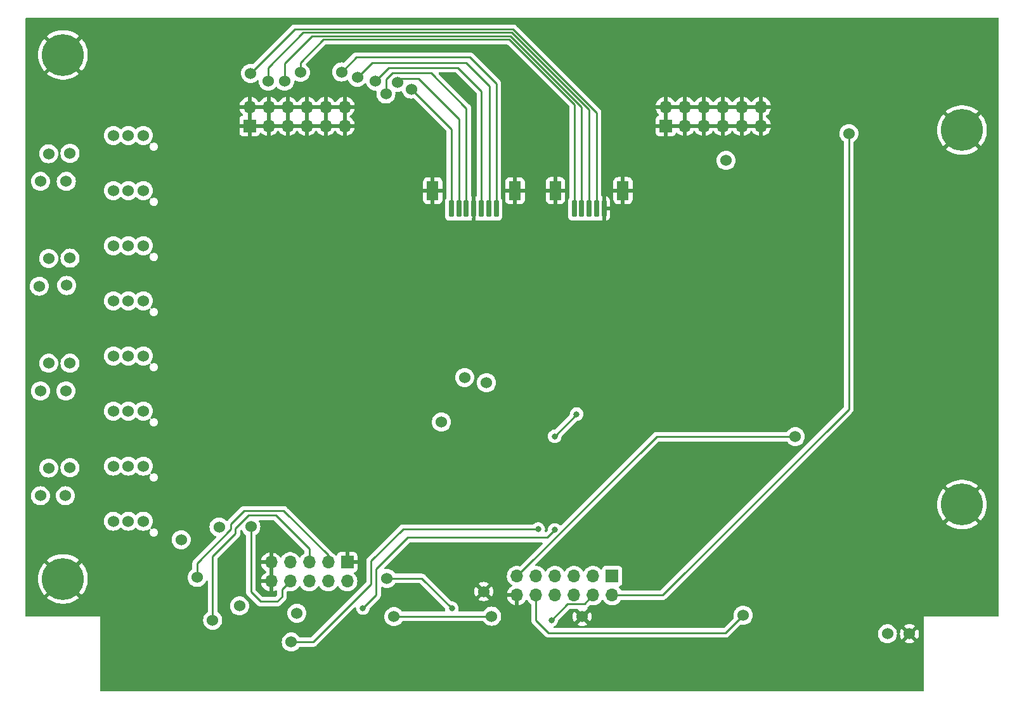
<source format=gbr>
%TF.GenerationSoftware,KiCad,Pcbnew,7.0.8*%
%TF.CreationDate,2023-12-20T09:48:56+01:00*%
%TF.ProjectId,Bed_of_nails,4265645f-6f66-45f6-9e61-696c732e6b69,AC*%
%TF.SameCoordinates,Original*%
%TF.FileFunction,Copper,L2,Bot*%
%TF.FilePolarity,Positive*%
%FSLAX46Y46*%
G04 Gerber Fmt 4.6, Leading zero omitted, Abs format (unit mm)*
G04 Created by KiCad (PCBNEW 7.0.8) date 2023-12-20 09:48:56*
%MOMM*%
%LPD*%
G01*
G04 APERTURE LIST*
G04 Aperture macros list*
%AMRoundRect*
0 Rectangle with rounded corners*
0 $1 Rounding radius*
0 $2 $3 $4 $5 $6 $7 $8 $9 X,Y pos of 4 corners*
0 Add a 4 corners polygon primitive as box body*
4,1,4,$2,$3,$4,$5,$6,$7,$8,$9,$2,$3,0*
0 Add four circle primitives for the rounded corners*
1,1,$1+$1,$2,$3*
1,1,$1+$1,$4,$5*
1,1,$1+$1,$6,$7*
1,1,$1+$1,$8,$9*
0 Add four rect primitives between the rounded corners*
20,1,$1+$1,$2,$3,$4,$5,0*
20,1,$1+$1,$4,$5,$6,$7,0*
20,1,$1+$1,$6,$7,$8,$9,0*
20,1,$1+$1,$8,$9,$2,$3,0*%
G04 Aperture macros list end*
%TA.AperFunction,ComponentPad*%
%ADD10C,1.524000*%
%TD*%
%TA.AperFunction,ComponentPad*%
%ADD11R,1.700000X1.700000*%
%TD*%
%TA.AperFunction,ComponentPad*%
%ADD12O,1.700000X1.700000*%
%TD*%
%TA.AperFunction,ComponentPad*%
%ADD13C,3.600000*%
%TD*%
%TA.AperFunction,ConnectorPad*%
%ADD14C,5.600000*%
%TD*%
%TA.AperFunction,SMDPad,CuDef*%
%ADD15RoundRect,0.075000X-0.225000X-1.025000X0.225000X-1.025000X0.225000X1.025000X-0.225000X1.025000X0*%
%TD*%
%TA.AperFunction,SMDPad,CuDef*%
%ADD16RoundRect,0.200000X-0.600000X-1.100000X0.600000X-1.100000X0.600000X1.100000X-0.600000X1.100000X0*%
%TD*%
%TA.AperFunction,ViaPad*%
%ADD17C,0.800000*%
%TD*%
%TA.AperFunction,Conductor*%
%ADD18C,0.250000*%
%TD*%
G04 APERTURE END LIST*
D10*
%TO.P,TP48,1,1*%
%TO.N,Net-(J4-Pin_8)*%
X123074732Y-113840019D03*
%TD*%
%TO.P,TP47,1,1*%
%TO.N,Net-(J4-Pin_6)*%
X121559737Y-124419975D03*
%TD*%
%TO.P,TP46,1,1*%
%TO.N,Net-(J4-Pin_4)*%
X113769749Y-115569999D03*
%TD*%
%TO.P,TP45,1,1*%
%TO.N,Net-(J3-Pin_10)*%
X188820714Y-125670000D03*
%TD*%
%TO.P,TP44,1,1*%
%TO.N,Net-(J4-Pin_7)*%
X118838414Y-113884320D03*
%TD*%
%TO.P,TP43,1,1*%
%TO.N,Net-(J4-Pin_5)*%
X117979761Y-126345023D03*
%TD*%
%TO.P,TP42,1,1*%
%TO.N,Net-(J4-Pin_3)*%
X115908360Y-120627851D03*
%TD*%
%TO.P,TP41,1,1*%
%TO.N,Net-(J5-Pad7)*%
X135199793Y-53069999D03*
%TD*%
%TO.P,TP40,1,1*%
%TO.N,Net-(J5-Pad6)*%
X137299778Y-53780011D03*
%TD*%
%TO.P,TP39,1,1*%
%TO.N,Net-(J5-Pad5)*%
X139724085Y-54290000D03*
%TD*%
%TO.P,TP38,1,1*%
%TO.N,Net-(J5-Pad3)*%
X141109776Y-56020001D03*
%TD*%
%TO.P,TP37,1,1*%
%TO.N,Net-(J5-Pad2)*%
X142631871Y-54460000D03*
%TD*%
%TO.P,TP36,1,1*%
%TO.N,Net-(J5-Pad1)*%
X144519749Y-55359977D03*
%TD*%
%TO.P,TP35,1,1*%
%TO.N,Net-(TP35-Pad1)*%
X123039759Y-53260001D03*
%TD*%
%TO.P,TP34,1,1*%
%TO.N,Net-(TP34-Pad1)*%
X125399744Y-54290031D03*
%TD*%
%TO.P,TP33,1,1*%
%TO.N,Net-(TP33-Pad1)*%
X127589756Y-54319989D03*
%TD*%
%TO.P,TP32,1,1*%
%TO.N,Net-(TP32-Pad1)*%
X129692357Y-53139386D03*
%TD*%
%TO.P,TP31,1,1*%
%TO.N,Net-(J9-Pin_2)*%
X94979762Y-109700000D03*
%TD*%
%TO.P,TP30,1,1*%
%TO.N,Net-(J13-Pin_2)*%
X96079762Y-106000000D03*
%TD*%
%TO.P,TP29,1,1*%
%TO.N,Net-(J7-Pin_2)*%
X94829762Y-81700000D03*
%TD*%
%TO.P,TP28,1,1*%
%TO.N,Net-(J11-Pin_2)*%
X96079762Y-78000000D03*
%TD*%
%TO.P,TP27,1,1*%
%TO.N,Net-(J8-Pin_2)*%
X94979762Y-95700000D03*
%TD*%
%TO.P,TP26,1,1*%
%TO.N,Net-(J12-Pin_2)*%
X96079762Y-92000000D03*
%TD*%
%TO.P,TP25,1,1*%
%TO.N,Net-(J6-Pin_2)*%
X94979762Y-67700000D03*
%TD*%
%TO.P,TP24,1,1*%
%TO.N,Net-(J10-Pin_2)*%
X96079762Y-64000000D03*
%TD*%
%TO.P,TP23,1,1*%
%TO.N,GND*%
X154179762Y-122500000D03*
%TD*%
%TO.P,TP22,1,1*%
%TO.N,Net-(J3-Pin_4)*%
X141229762Y-120750000D03*
%TD*%
%TO.P,TP21,1,1*%
%TO.N,Net-(J3-Pin_3)*%
X129229762Y-125400000D03*
%TD*%
%TO.P,TP20,1,1*%
%TO.N,Net-(J9-Pin_1)*%
X98329762Y-109700000D03*
%TD*%
%TO.P,TP19,1,1*%
%TO.N,Net-(J13-Pin_1)*%
X98929762Y-105950000D03*
%TD*%
%TO.P,TP18,1,1*%
%TO.N,Net-(J7-Pin_1)*%
X98479762Y-81600000D03*
%TD*%
%TO.P,TP17,1,1*%
%TO.N,Net-(J11-Pin_1)*%
X98929762Y-77950000D03*
%TD*%
%TO.P,TP16,1,1*%
%TO.N,Net-(J8-Pin_1)*%
X98379762Y-95700000D03*
%TD*%
%TO.P,TP15,1,1*%
%TO.N,Net-(J12-Pin_1)*%
X98929762Y-92000000D03*
%TD*%
%TO.P,TP14,1,1*%
%TO.N,Net-(J6-Pin_1)*%
X98429762Y-67700000D03*
%TD*%
%TO.P,TP13,1,1*%
%TO.N,Net-(J10-Pin_1)*%
X98929762Y-63950000D03*
%TD*%
%TO.P,TP12,1,1*%
%TO.N,GND*%
X167329762Y-125850000D03*
%TD*%
%TO.P,TP11,1,1*%
%TO.N,Net-(J3-Pin_2)*%
X202929762Y-61300000D03*
%TD*%
%TO.P,TP10,1,1*%
%TO.N,Net-(J3-Pin_1)*%
X208079762Y-128150000D03*
%TD*%
%TO.P,TP9,1,1*%
%TO.N,Net-(J3-Pin_11)*%
X195779762Y-101800000D03*
%TD*%
%TO.P,TP8,1,1*%
%TO.N,Net-(J3-Pin_9)*%
X154529762Y-94600000D03*
%TD*%
%TO.P,TP7,1,1*%
%TO.N,Net-(J3-Pin_8)*%
X148529762Y-99850000D03*
%TD*%
%TO.P,TP6,1,1*%
%TO.N,Net-(J3-Pin_7)*%
X186529762Y-64900000D03*
%TD*%
%TO.P,TP5,1,1*%
%TO.N,Net-(J3-Pin_6)*%
X151629762Y-93900000D03*
%TD*%
%TO.P,TP4,1,1*%
%TO.N,Net-(J3-Pin_5)*%
X128479762Y-129250000D03*
%TD*%
%TO.P,TP3,1,1*%
%TO.N,GND*%
X211029762Y-128150000D03*
%TD*%
%TO.P,TP2,1,1*%
%TO.N,Net-(J4-Pin_2)*%
X155229762Y-125800000D03*
%TD*%
%TO.P,TP1,1,1*%
%TO.N,Net-(J4-Pin_2)*%
X142179762Y-125850000D03*
%TD*%
D11*
%TO.P,J1,1,Pin_1*%
%TO.N,GND*%
X178489999Y-60280000D03*
D12*
%TO.P,J1,2,Pin_2*%
X178489999Y-57740000D03*
%TO.P,J1,3,Pin_3*%
X181029999Y-60280000D03*
%TO.P,J1,4,Pin_4*%
X181029999Y-57740000D03*
%TO.P,J1,5,Pin_5*%
X183569999Y-60280000D03*
%TO.P,J1,6,Pin_6*%
X183569999Y-57740000D03*
%TO.P,J1,7,Pin_7*%
X186109999Y-60280000D03*
%TO.P,J1,8,Pin_8*%
X186109999Y-57740000D03*
%TO.P,J1,9,Pin_9*%
X188649999Y-60280000D03*
%TO.P,J1,10,Pin_10*%
X188649999Y-57740000D03*
%TO.P,J1,11,Pin_11*%
X191189999Y-60280000D03*
%TO.P,J1,12,Pin_12*%
X191189999Y-57740000D03*
%TD*%
D13*
%TO.P,REF\u002A\u002A,1*%
%TO.N,GND*%
X97989762Y-50790000D03*
D14*
X97989762Y-50790000D03*
%TD*%
%TO.P,REF\u002A\u002A,1*%
%TO.N,GND*%
X218049762Y-60840000D03*
D13*
X218049762Y-60840000D03*
%TD*%
%TO.P,REF\u002A\u002A,1*%
%TO.N,GND*%
X97989762Y-120830000D03*
D14*
X97989762Y-120830000D03*
%TD*%
D13*
%TO.P,REF\u002A\u002A,1*%
%TO.N,GND*%
X218029762Y-110880000D03*
D14*
X218029762Y-110880000D03*
%TD*%
D11*
%TO.P,J4,1,Pin_1*%
%TO.N,GND*%
X135939999Y-118590000D03*
D12*
%TO.P,J4,2,Pin_2*%
%TO.N,Net-(J4-Pin_2)*%
X135939999Y-121130000D03*
%TO.P,J4,3,Pin_3*%
%TO.N,Net-(J4-Pin_3)*%
X133399999Y-118590000D03*
%TO.P,J4,4,Pin_4*%
%TO.N,Net-(J4-Pin_4)*%
X133399999Y-121130000D03*
%TO.P,J4,5,Pin_5*%
%TO.N,Net-(J4-Pin_5)*%
X130859999Y-118590000D03*
%TO.P,J4,6,Pin_6*%
%TO.N,Net-(J4-Pin_6)*%
X130859999Y-121130000D03*
%TO.P,J4,7,Pin_7*%
%TO.N,Net-(J4-Pin_7)*%
X128319999Y-118590000D03*
%TO.P,J4,8,Pin_8*%
%TO.N,Net-(J4-Pin_8)*%
X128319999Y-121130000D03*
%TO.P,J4,9,Pin_9*%
%TO.N,GND*%
X125779999Y-118590000D03*
%TO.P,J4,10,Pin_10*%
X125779999Y-121130000D03*
%TD*%
D11*
%TO.P,J3,1,Pin_1*%
%TO.N,Net-(J3-Pin_1)*%
X171319999Y-120440000D03*
D12*
%TO.P,J3,2,Pin_2*%
%TO.N,Net-(J3-Pin_2)*%
X171319999Y-122980000D03*
%TO.P,J3,3,Pin_3*%
%TO.N,Net-(J3-Pin_3)*%
X168779999Y-120440000D03*
%TO.P,J3,4,Pin_4*%
%TO.N,Net-(J3-Pin_4)*%
X168779999Y-122980000D03*
%TO.P,J3,5,Pin_5*%
%TO.N,Net-(J3-Pin_5)*%
X166239999Y-120440000D03*
%TO.P,J3,6,Pin_6*%
%TO.N,Net-(J3-Pin_6)*%
X166239999Y-122980000D03*
%TO.P,J3,7,Pin_7*%
%TO.N,Net-(J3-Pin_7)*%
X163699999Y-120440000D03*
%TO.P,J3,8,Pin_8*%
%TO.N,Net-(J3-Pin_8)*%
X163699999Y-122980000D03*
%TO.P,J3,9,Pin_9*%
%TO.N,Net-(J3-Pin_9)*%
X161159999Y-120440000D03*
%TO.P,J3,10,Pin_10*%
%TO.N,Net-(J3-Pin_10)*%
X161159999Y-122980000D03*
%TO.P,J3,11,Pin_11*%
%TO.N,Net-(J3-Pin_11)*%
X158619999Y-120440000D03*
%TO.P,J3,12,Pin_12*%
%TO.N,GND*%
X158619999Y-122980000D03*
%TD*%
D11*
%TO.P,J2,1,Pin_1*%
%TO.N,GND*%
X122909999Y-60280000D03*
D12*
%TO.P,J2,2,Pin_2*%
X122909999Y-57740000D03*
%TO.P,J2,3,Pin_3*%
X125449999Y-60280000D03*
%TO.P,J2,4,Pin_4*%
X125449999Y-57740000D03*
%TO.P,J2,5,Pin_5*%
X127989999Y-60280000D03*
%TO.P,J2,6,Pin_6*%
X127989999Y-57740000D03*
%TO.P,J2,7,Pin_7*%
X130529999Y-60280000D03*
%TO.P,J2,8,Pin_8*%
X130529999Y-57740000D03*
%TO.P,J2,9,Pin_9*%
X133069999Y-60280000D03*
%TO.P,J2,10,Pin_10*%
X133069999Y-57740000D03*
%TO.P,J2,11,Pin_11*%
X135609999Y-60280000D03*
%TO.P,J2,12,Pin_12*%
X135609999Y-57740000D03*
%TD*%
D10*
%TO.P,J12,1,Pin_1*%
%TO.N,Net-(J12-Pin_1)*%
X108720000Y-91017140D03*
%TO.P,J12,2,Pin_2*%
%TO.N,Net-(J12-Pin_2)*%
X106720000Y-91017140D03*
%TO.P,J12,3,Pin_3*%
%TO.N,unconnected-(J12-Pin_3-Pad3)*%
X104720000Y-91017140D03*
%TD*%
D15*
%TO.P,U1,1*%
%TO.N,Net-(TP32-Pad1)*%
X166250000Y-71330000D03*
%TO.P,U1,2*%
%TO.N,Net-(TP33-Pad1)*%
X167250000Y-71330000D03*
%TO.P,U1,3*%
%TO.N,Net-(TP34-Pad1)*%
X168250000Y-71330000D03*
%TO.P,U1,4*%
%TO.N,Net-(TP35-Pad1)*%
X169250000Y-71330000D03*
%TO.P,U1,5*%
%TO.N,GND*%
X170250000Y-71330000D03*
D16*
%TO.P,U1,6*%
X163750000Y-68930000D03*
%TO.P,U1,7*%
X172750000Y-68930000D03*
%TD*%
D10*
%TO.P,J7,1,Pin_1*%
%TO.N,Net-(J7-Pin_1)*%
X108720000Y-83652855D03*
%TO.P,J7,2,Pin_2*%
%TO.N,Net-(J7-Pin_2)*%
X106720000Y-83652855D03*
%TO.P,J7,3,Pin_3*%
%TO.N,unconnected-(J7-Pin_3-Pad3)*%
X104720000Y-83652855D03*
%TD*%
%TO.P,J8,1,Pin_1*%
%TO.N,Net-(J8-Pin_1)*%
X108720000Y-98381425D03*
%TO.P,J8,2,Pin_2*%
%TO.N,Net-(J8-Pin_2)*%
X106720000Y-98381425D03*
%TO.P,J8,3,Pin_3*%
%TO.N,unconnected-(J8-Pin_3-Pad3)*%
X104720000Y-98381425D03*
%TD*%
D15*
%TO.P,J5,1*%
%TO.N,Net-(J5-Pad1)*%
X149850000Y-71350000D03*
%TO.P,J5,2*%
%TO.N,Net-(J5-Pad2)*%
X150850000Y-71350000D03*
%TO.P,J5,3*%
%TO.N,Net-(J5-Pad3)*%
X151850000Y-71350000D03*
%TO.P,J5,4*%
%TO.N,GND*%
X152850000Y-71350000D03*
%TO.P,J5,5*%
%TO.N,Net-(J5-Pad5)*%
X153850000Y-71350000D03*
%TO.P,J5,6*%
%TO.N,Net-(J5-Pad6)*%
X154850000Y-71350000D03*
%TO.P,J5,7*%
%TO.N,Net-(J5-Pad7)*%
X155850000Y-71350000D03*
D16*
%TO.P,J5,8*%
%TO.N,GND*%
X147350000Y-68950000D03*
%TO.P,J5,9*%
X158350000Y-68950000D03*
%TD*%
D10*
%TO.P,J13,1,Pin_1*%
%TO.N,Net-(J13-Pin_1)*%
X108720000Y-105745710D03*
%TO.P,J13,2,Pin_2*%
%TO.N,Net-(J13-Pin_2)*%
X106720000Y-105745710D03*
%TO.P,J13,3,Pin_3*%
%TO.N,unconnected-(J13-Pin_3-Pad3)*%
X104720000Y-105745710D03*
%TD*%
%TO.P,J11,1,Pin_1*%
%TO.N,Net-(J11-Pin_1)*%
X108720000Y-76288570D03*
%TO.P,J11,2,Pin_2*%
%TO.N,Net-(J11-Pin_2)*%
X106720000Y-76288570D03*
%TO.P,J11,3,Pin_3*%
%TO.N,unconnected-(J11-Pin_3-Pad3)*%
X104720000Y-76288570D03*
%TD*%
%TO.P,J10,1,Pin_1*%
%TO.N,Net-(J10-Pin_1)*%
X108720000Y-61560000D03*
%TO.P,J10,2,Pin_2*%
%TO.N,Net-(J10-Pin_2)*%
X106720000Y-61560000D03*
%TO.P,J10,3,Pin_3*%
%TO.N,unconnected-(J10-Pin_3-Pad3)*%
X104720000Y-61560000D03*
%TD*%
%TO.P,J9,1,Pin_1*%
%TO.N,Net-(J9-Pin_1)*%
X108720000Y-113110000D03*
%TO.P,J9,2,Pin_2*%
%TO.N,Net-(J9-Pin_2)*%
X106720000Y-113110000D03*
%TO.P,J9,3,Pin_3*%
%TO.N,unconnected-(J9-Pin_3-Pad3)*%
X104720000Y-113110000D03*
%TD*%
%TO.P,J6,1,Pin_1*%
%TO.N,Net-(J6-Pin_1)*%
X108720000Y-68924285D03*
%TO.P,J6,2,Pin_2*%
%TO.N,Net-(J6-Pin_2)*%
X106720000Y-68924285D03*
%TO.P,J6,3,Pin_3*%
%TO.N,unconnected-(J6-Pin_3-Pad3)*%
X104720000Y-68924285D03*
%TD*%
D17*
%TO.N,Net-(J3-Pin_3)*%
X138050000Y-124700000D03*
X163670000Y-114270000D03*
%TO.N,Net-(J3-Pin_4)*%
X149910000Y-124740000D03*
X163210000Y-126310000D03*
%TO.N,Net-(J3-Pin_5)*%
X161442299Y-114167701D03*
%TO.N,Net-(J3-Pin_7)*%
X166580000Y-98800000D03*
X163660000Y-101760000D03*
%TD*%
D18*
%TO.N,Net-(J3-Pin_10)*%
X162830000Y-128010000D02*
X186480714Y-128010000D01*
X161159999Y-122980000D02*
X161159999Y-126339999D01*
X161159999Y-126339999D02*
X162830000Y-128010000D01*
X186480714Y-128010000D02*
X188820714Y-125670000D01*
%TO.N,Net-(J4-Pin_2)*%
X142229762Y-125800000D02*
X142179762Y-125850000D01*
X155229762Y-125800000D02*
X142229762Y-125800000D01*
%TO.N,Net-(J4-Pin_5)*%
X121020000Y-114770000D02*
X117979761Y-117810239D01*
X130859999Y-118590000D02*
X130859999Y-116779999D01*
X130859999Y-116779999D02*
X126410000Y-112330000D01*
X122780000Y-112330000D02*
X121020000Y-114090000D01*
X121020000Y-114090000D02*
X121020000Y-114770000D01*
X126410000Y-112330000D02*
X122780000Y-112330000D01*
X117979761Y-117810239D02*
X117979761Y-126345023D01*
%TO.N,Net-(J4-Pin_8)*%
X123074732Y-122554732D02*
X123074732Y-113840019D01*
X126600000Y-123840000D02*
X124360000Y-123840000D01*
X127220000Y-122229999D02*
X127220000Y-123220000D01*
X128319999Y-121130000D02*
X127220000Y-122229999D01*
X127220000Y-123220000D02*
X126600000Y-123840000D01*
X124360000Y-123840000D02*
X123074732Y-122554732D01*
%TO.N,Net-(J5-Pad1)*%
X149850000Y-60690228D02*
X149850000Y-71350000D01*
X144519749Y-55359977D02*
X149850000Y-60690228D01*
%TO.N,Net-(J5-Pad2)*%
X150850000Y-59340000D02*
X150850000Y-71350000D01*
X143171871Y-53920000D02*
X145430000Y-53920000D01*
X145430000Y-53920000D02*
X150850000Y-59340000D01*
X142631871Y-54460000D02*
X143171871Y-53920000D01*
%TO.N,Net-(J5-Pad3)*%
X141960000Y-53230000D02*
X147180000Y-53230000D01*
X141109776Y-56020001D02*
X141109776Y-54080224D01*
X141109776Y-54080224D02*
X141960000Y-53230000D01*
X147180000Y-53230000D02*
X151850000Y-57900000D01*
X151850000Y-57900000D02*
X151850000Y-71350000D01*
%TO.N,Net-(J5-Pad5)*%
X140022776Y-54588691D02*
X139724085Y-54290000D01*
X139724085Y-54290000D02*
X141524085Y-52490000D01*
X153850000Y-55610000D02*
X153850000Y-71350000D01*
X150730000Y-52490000D02*
X153850000Y-55610000D01*
X141524085Y-52490000D02*
X150730000Y-52490000D01*
%TO.N,Net-(J5-Pad6)*%
X139249789Y-51830000D02*
X151790000Y-51830000D01*
X154920000Y-71280000D02*
X154850000Y-71350000D01*
X151790000Y-51830000D02*
X154920000Y-54960000D01*
X154920000Y-54960000D02*
X154920000Y-71280000D01*
X137299778Y-53780011D02*
X139249789Y-51830000D01*
%TO.N,Net-(J5-Pad7)*%
X137179792Y-51090000D02*
X152310000Y-51090000D01*
X135199793Y-53069999D02*
X137179792Y-51090000D01*
X155850000Y-54630000D02*
X155850000Y-71350000D01*
X152310000Y-51090000D02*
X155850000Y-54630000D01*
%TO.N,Net-(J3-Pin_2)*%
X171319999Y-122980000D02*
X178070000Y-122980000D01*
X202929762Y-98120238D02*
X202929762Y-61300000D01*
X178070000Y-122980000D02*
X202929762Y-98120238D01*
%TO.N,Net-(J3-Pin_3)*%
X139810000Y-122940000D02*
X139810000Y-119520000D01*
X139810000Y-119520000D02*
X144050000Y-115280000D01*
X162660000Y-115280000D02*
X163670000Y-114270000D01*
X138050000Y-124700000D02*
X139810000Y-122940000D01*
X144050000Y-115280000D02*
X162150000Y-115280000D01*
X162150000Y-115280000D02*
X162660000Y-115280000D01*
%TO.N,Net-(J3-Pin_4)*%
X145920000Y-120750000D02*
X141229762Y-120750000D01*
X168779999Y-122980000D02*
X167604999Y-124155000D01*
X165365000Y-124155000D02*
X163210000Y-126310000D01*
X167604999Y-124155000D02*
X165365000Y-124155000D01*
X149910000Y-124740000D02*
X145920000Y-120750000D01*
%TO.N,Net-(J3-Pin_5)*%
X143390000Y-114170000D02*
X139130000Y-118430000D01*
X139130000Y-121520000D02*
X131400000Y-129250000D01*
X139130000Y-118430000D02*
X139130000Y-121520000D01*
X161442299Y-114167701D02*
X161440000Y-114170000D01*
X161440000Y-114170000D02*
X143390000Y-114170000D01*
X131400000Y-129250000D02*
X128479762Y-129250000D01*
%TO.N,Net-(J3-Pin_7)*%
X163660000Y-101760000D02*
X166580000Y-98840000D01*
X166580000Y-98840000D02*
X166580000Y-98800000D01*
%TO.N,Net-(J3-Pin_11)*%
X177259999Y-101800000D02*
X195779762Y-101800000D01*
X158619999Y-120440000D02*
X177259999Y-101800000D01*
%TO.N,Net-(J4-Pin_3)*%
X127450000Y-111720000D02*
X133399999Y-117669999D01*
X122180000Y-111720000D02*
X127450000Y-111720000D01*
X120430000Y-113470000D02*
X122180000Y-111720000D01*
X115908360Y-118701640D02*
X120430000Y-114180000D01*
X133399999Y-117669999D02*
X133399999Y-118590000D01*
X115908360Y-120627851D02*
X115908360Y-118701640D01*
X120430000Y-114180000D02*
X120430000Y-113470000D01*
%TO.N,Net-(TP32-Pad1)*%
X166250000Y-57410000D02*
X166250000Y-71330000D01*
X129692357Y-51807643D02*
X132780000Y-48720000D01*
X157560000Y-48720000D02*
X166250000Y-57410000D01*
X132780000Y-48720000D02*
X157560000Y-48720000D01*
X129692357Y-53139386D02*
X129692357Y-51807643D01*
%TO.N,Net-(TP33-Pad1)*%
X157746396Y-48270000D02*
X167250000Y-57773604D01*
X131240000Y-48270000D02*
X157746396Y-48270000D01*
X127589756Y-54319989D02*
X127589756Y-51920244D01*
X127589756Y-51920244D02*
X131240000Y-48270000D01*
X167250000Y-57773604D02*
X167250000Y-71330000D01*
%TO.N,Net-(TP34-Pad1)*%
X130080000Y-47820000D02*
X157932792Y-47820000D01*
X157932792Y-47820000D02*
X168250000Y-58137208D01*
X125399744Y-52500256D02*
X130080000Y-47820000D01*
X125399744Y-54290031D02*
X125399744Y-52500256D01*
X168250000Y-58137208D02*
X168250000Y-71330000D01*
%TO.N,Net-(TP35-Pad1)*%
X128929760Y-47370000D02*
X158119188Y-47370000D01*
X158119188Y-47370000D02*
X169250000Y-58500812D01*
X169250000Y-58500812D02*
X169250000Y-71330000D01*
X123039759Y-53260001D02*
X128929760Y-47370000D01*
%TD*%
%TA.AperFunction,Conductor*%
%TO.N,GND*%
G36*
X126163527Y-112983502D02*
G01*
X126184501Y-113000405D01*
X130189594Y-117005498D01*
X130223620Y-117067810D01*
X130226499Y-117094593D01*
X130226499Y-117313078D01*
X130206497Y-117381199D01*
X130160470Y-117423891D01*
X130114425Y-117448810D01*
X130114423Y-117448811D01*
X129936761Y-117587091D01*
X129784278Y-117752729D01*
X129695482Y-117888643D01*
X129641478Y-117934731D01*
X129571130Y-117944306D01*
X129506773Y-117914329D01*
X129484516Y-117888643D01*
X129395719Y-117752729D01*
X129266599Y-117612470D01*
X129243239Y-117587094D01*
X129243238Y-117587093D01*
X129243236Y-117587091D01*
X129123678Y-117494035D01*
X129065575Y-117448811D01*
X128867573Y-117341658D01*
X128867571Y-117341657D01*
X128867570Y-117341656D01*
X128654638Y-117268557D01*
X128654629Y-117268555D01*
X128577028Y-117255606D01*
X128432568Y-117231500D01*
X128207430Y-117231500D01*
X128062970Y-117255606D01*
X127985368Y-117268555D01*
X127985359Y-117268557D01*
X127772427Y-117341656D01*
X127772425Y-117341658D01*
X127574425Y-117448810D01*
X127574423Y-117448811D01*
X127396761Y-117587091D01*
X127244278Y-117752729D01*
X127155182Y-117889101D01*
X127101178Y-117935189D01*
X127030830Y-117944764D01*
X126966473Y-117914786D01*
X126944216Y-117889100D01*
X126855326Y-117753044D01*
X126702901Y-117587465D01*
X126525300Y-117449232D01*
X126525299Y-117449231D01*
X126327370Y-117342117D01*
X126327368Y-117342116D01*
X126114511Y-117269043D01*
X126114500Y-117269040D01*
X126033999Y-117255606D01*
X126033999Y-118156325D01*
X125922314Y-118105320D01*
X125815762Y-118090000D01*
X125744236Y-118090000D01*
X125637684Y-118105320D01*
X125525999Y-118156325D01*
X125525999Y-117255607D01*
X125525998Y-117255606D01*
X125445497Y-117269040D01*
X125445486Y-117269043D01*
X125232629Y-117342116D01*
X125232627Y-117342117D01*
X125034698Y-117449231D01*
X125034697Y-117449232D01*
X124857096Y-117587465D01*
X124704673Y-117753041D01*
X124581579Y-117941451D01*
X124491178Y-118147543D01*
X124491175Y-118147550D01*
X124443454Y-118335999D01*
X124443455Y-118336000D01*
X125348883Y-118336000D01*
X125320506Y-118380156D01*
X125279999Y-118518111D01*
X125279999Y-118661889D01*
X125320506Y-118799844D01*
X125348883Y-118844000D01*
X124443454Y-118844000D01*
X124491175Y-119032449D01*
X124491178Y-119032456D01*
X124581579Y-119238548D01*
X124704673Y-119426958D01*
X124857096Y-119592534D01*
X125034697Y-119730767D01*
X125034698Y-119730768D01*
X125068733Y-119749187D01*
X125119122Y-119799201D01*
X125134474Y-119868518D01*
X125109912Y-119935130D01*
X125068733Y-119970813D01*
X125034698Y-119989231D01*
X125034697Y-119989232D01*
X124857096Y-120127465D01*
X124704673Y-120293041D01*
X124581579Y-120481451D01*
X124491178Y-120687543D01*
X124491175Y-120687550D01*
X124443454Y-120875999D01*
X124443455Y-120876000D01*
X125348883Y-120876000D01*
X125320506Y-120920156D01*
X125279999Y-121058111D01*
X125279999Y-121201889D01*
X125320506Y-121339844D01*
X125348883Y-121384000D01*
X124443454Y-121384000D01*
X124491175Y-121572449D01*
X124491178Y-121572456D01*
X124581579Y-121778548D01*
X124704673Y-121966958D01*
X124857096Y-122132534D01*
X125034697Y-122270767D01*
X125034698Y-122270768D01*
X125232627Y-122377882D01*
X125232629Y-122377883D01*
X125445482Y-122450955D01*
X125445491Y-122450957D01*
X125525999Y-122464391D01*
X125525999Y-121563674D01*
X125637684Y-121614680D01*
X125744236Y-121630000D01*
X125815762Y-121630000D01*
X125922314Y-121614680D01*
X126033999Y-121563674D01*
X126033999Y-122464390D01*
X126114506Y-122450957D01*
X126114515Y-122450955D01*
X126327368Y-122377883D01*
X126327374Y-122377880D01*
X126400530Y-122338290D01*
X126469960Y-122323459D01*
X126536387Y-122348519D01*
X126578720Y-122405514D01*
X126586500Y-122449103D01*
X126586500Y-122905405D01*
X126566498Y-122973526D01*
X126549595Y-122994500D01*
X126374500Y-123169595D01*
X126312188Y-123203621D01*
X126285405Y-123206500D01*
X124674595Y-123206500D01*
X124606474Y-123186498D01*
X124585500Y-123169595D01*
X123745137Y-122329232D01*
X123711111Y-122266920D01*
X123708232Y-122240137D01*
X123708232Y-115013022D01*
X123728234Y-114944901D01*
X123761957Y-114909812D01*
X123894513Y-114816996D01*
X124051709Y-114659800D01*
X124179220Y-114477696D01*
X124273172Y-114276215D01*
X124330710Y-114061482D01*
X124350085Y-113840019D01*
X124330710Y-113618556D01*
X124273172Y-113403823D01*
X124179220Y-113202343D01*
X124150810Y-113161770D01*
X124128123Y-113094497D01*
X124145408Y-113025637D01*
X124197177Y-112977053D01*
X124254024Y-112963500D01*
X126095406Y-112963500D01*
X126163527Y-112983502D01*
G37*
%TD.AperFunction*%
%TA.AperFunction,Conductor*%
G36*
X126033999Y-120696325D02*
G01*
X125922314Y-120645320D01*
X125815762Y-120630000D01*
X125744236Y-120630000D01*
X125637684Y-120645320D01*
X125525999Y-120696325D01*
X125525999Y-119023674D01*
X125637684Y-119074680D01*
X125744236Y-119090000D01*
X125815762Y-119090000D01*
X125922314Y-119074680D01*
X126033999Y-119023674D01*
X126033999Y-120696325D01*
G37*
%TD.AperFunction*%
%TA.AperFunction,Conductor*%
G36*
X124990506Y-60070156D02*
G01*
X124949999Y-60208111D01*
X124949999Y-60351889D01*
X124990506Y-60489844D01*
X125018883Y-60534000D01*
X123341115Y-60534000D01*
X123369492Y-60489844D01*
X123409999Y-60351889D01*
X123409999Y-60208111D01*
X123369492Y-60070156D01*
X123341115Y-60026000D01*
X125018883Y-60026000D01*
X124990506Y-60070156D01*
G37*
%TD.AperFunction*%
%TA.AperFunction,Conductor*%
G36*
X127530506Y-60070156D02*
G01*
X127489999Y-60208111D01*
X127489999Y-60351889D01*
X127530506Y-60489844D01*
X127558883Y-60534000D01*
X125881115Y-60534000D01*
X125909492Y-60489844D01*
X125949999Y-60351889D01*
X125949999Y-60208111D01*
X125909492Y-60070156D01*
X125881115Y-60026000D01*
X127558883Y-60026000D01*
X127530506Y-60070156D01*
G37*
%TD.AperFunction*%
%TA.AperFunction,Conductor*%
G36*
X130070506Y-60070156D02*
G01*
X130029999Y-60208111D01*
X130029999Y-60351889D01*
X130070506Y-60489844D01*
X130098883Y-60534000D01*
X128421115Y-60534000D01*
X128449492Y-60489844D01*
X128489999Y-60351889D01*
X128489999Y-60208111D01*
X128449492Y-60070156D01*
X128421115Y-60026000D01*
X130098883Y-60026000D01*
X130070506Y-60070156D01*
G37*
%TD.AperFunction*%
%TA.AperFunction,Conductor*%
G36*
X132610506Y-60070156D02*
G01*
X132569999Y-60208111D01*
X132569999Y-60351889D01*
X132610506Y-60489844D01*
X132638883Y-60534000D01*
X130961115Y-60534000D01*
X130989492Y-60489844D01*
X131029999Y-60351889D01*
X131029999Y-60208111D01*
X130989492Y-60070156D01*
X130961115Y-60026000D01*
X132638883Y-60026000D01*
X132610506Y-60070156D01*
G37*
%TD.AperFunction*%
%TA.AperFunction,Conductor*%
G36*
X135150506Y-60070156D02*
G01*
X135109999Y-60208111D01*
X135109999Y-60351889D01*
X135150506Y-60489844D01*
X135178883Y-60534000D01*
X133501115Y-60534000D01*
X133529492Y-60489844D01*
X133569999Y-60351889D01*
X133569999Y-60208111D01*
X133529492Y-60070156D01*
X133501115Y-60026000D01*
X135178883Y-60026000D01*
X135150506Y-60070156D01*
G37*
%TD.AperFunction*%
%TA.AperFunction,Conductor*%
G36*
X123163999Y-59846325D02*
G01*
X123052314Y-59795320D01*
X122945762Y-59780000D01*
X122874236Y-59780000D01*
X122767684Y-59795320D01*
X122655999Y-59846325D01*
X122655999Y-58173674D01*
X122767684Y-58224680D01*
X122874236Y-58240000D01*
X122945762Y-58240000D01*
X123052314Y-58224680D01*
X123163999Y-58173674D01*
X123163999Y-59846325D01*
G37*
%TD.AperFunction*%
%TA.AperFunction,Conductor*%
G36*
X125703999Y-59846325D02*
G01*
X125592314Y-59795320D01*
X125485762Y-59780000D01*
X125414236Y-59780000D01*
X125307684Y-59795320D01*
X125195999Y-59846325D01*
X125195999Y-58173674D01*
X125307684Y-58224680D01*
X125414236Y-58240000D01*
X125485762Y-58240000D01*
X125592314Y-58224680D01*
X125703999Y-58173674D01*
X125703999Y-59846325D01*
G37*
%TD.AperFunction*%
%TA.AperFunction,Conductor*%
G36*
X128243999Y-59846325D02*
G01*
X128132314Y-59795320D01*
X128025762Y-59780000D01*
X127954236Y-59780000D01*
X127847684Y-59795320D01*
X127735999Y-59846325D01*
X127735999Y-58173674D01*
X127847684Y-58224680D01*
X127954236Y-58240000D01*
X128025762Y-58240000D01*
X128132314Y-58224680D01*
X128243999Y-58173674D01*
X128243999Y-59846325D01*
G37*
%TD.AperFunction*%
%TA.AperFunction,Conductor*%
G36*
X130783999Y-59846325D02*
G01*
X130672314Y-59795320D01*
X130565762Y-59780000D01*
X130494236Y-59780000D01*
X130387684Y-59795320D01*
X130275999Y-59846325D01*
X130275999Y-58173674D01*
X130387684Y-58224680D01*
X130494236Y-58240000D01*
X130565762Y-58240000D01*
X130672314Y-58224680D01*
X130783999Y-58173674D01*
X130783999Y-59846325D01*
G37*
%TD.AperFunction*%
%TA.AperFunction,Conductor*%
G36*
X133323999Y-59846325D02*
G01*
X133212314Y-59795320D01*
X133105762Y-59780000D01*
X133034236Y-59780000D01*
X132927684Y-59795320D01*
X132815999Y-59846325D01*
X132815999Y-58173674D01*
X132927684Y-58224680D01*
X133034236Y-58240000D01*
X133105762Y-58240000D01*
X133212314Y-58224680D01*
X133323999Y-58173674D01*
X133323999Y-59846325D01*
G37*
%TD.AperFunction*%
%TA.AperFunction,Conductor*%
G36*
X135863999Y-59846325D02*
G01*
X135752314Y-59795320D01*
X135645762Y-59780000D01*
X135574236Y-59780000D01*
X135467684Y-59795320D01*
X135355999Y-59846325D01*
X135355999Y-58173674D01*
X135467684Y-58224680D01*
X135574236Y-58240000D01*
X135645762Y-58240000D01*
X135752314Y-58224680D01*
X135863999Y-58173674D01*
X135863999Y-59846325D01*
G37*
%TD.AperFunction*%
%TA.AperFunction,Conductor*%
G36*
X124990506Y-57530156D02*
G01*
X124949999Y-57668111D01*
X124949999Y-57811889D01*
X124990506Y-57949844D01*
X125018883Y-57994000D01*
X123341115Y-57994000D01*
X123369492Y-57949844D01*
X123409999Y-57811889D01*
X123409999Y-57668111D01*
X123369492Y-57530156D01*
X123341115Y-57486000D01*
X125018883Y-57486000D01*
X124990506Y-57530156D01*
G37*
%TD.AperFunction*%
%TA.AperFunction,Conductor*%
G36*
X127530506Y-57530156D02*
G01*
X127489999Y-57668111D01*
X127489999Y-57811889D01*
X127530506Y-57949844D01*
X127558883Y-57994000D01*
X125881115Y-57994000D01*
X125909492Y-57949844D01*
X125949999Y-57811889D01*
X125949999Y-57668111D01*
X125909492Y-57530156D01*
X125881115Y-57486000D01*
X127558883Y-57486000D01*
X127530506Y-57530156D01*
G37*
%TD.AperFunction*%
%TA.AperFunction,Conductor*%
G36*
X130070506Y-57530156D02*
G01*
X130029999Y-57668111D01*
X130029999Y-57811889D01*
X130070506Y-57949844D01*
X130098883Y-57994000D01*
X128421115Y-57994000D01*
X128449492Y-57949844D01*
X128489999Y-57811889D01*
X128489999Y-57668111D01*
X128449492Y-57530156D01*
X128421115Y-57486000D01*
X130098883Y-57486000D01*
X130070506Y-57530156D01*
G37*
%TD.AperFunction*%
%TA.AperFunction,Conductor*%
G36*
X132610506Y-57530156D02*
G01*
X132569999Y-57668111D01*
X132569999Y-57811889D01*
X132610506Y-57949844D01*
X132638883Y-57994000D01*
X130961115Y-57994000D01*
X130989492Y-57949844D01*
X131029999Y-57811889D01*
X131029999Y-57668111D01*
X130989492Y-57530156D01*
X130961115Y-57486000D01*
X132638883Y-57486000D01*
X132610506Y-57530156D01*
G37*
%TD.AperFunction*%
%TA.AperFunction,Conductor*%
G36*
X135150506Y-57530156D02*
G01*
X135109999Y-57668111D01*
X135109999Y-57811889D01*
X135150506Y-57949844D01*
X135178883Y-57994000D01*
X133501115Y-57994000D01*
X133529492Y-57949844D01*
X133569999Y-57811889D01*
X133569999Y-57668111D01*
X133529492Y-57530156D01*
X133501115Y-57486000D01*
X135178883Y-57486000D01*
X135150506Y-57530156D01*
G37*
%TD.AperFunction*%
%TA.AperFunction,Conductor*%
G36*
X180570506Y-60070156D02*
G01*
X180529999Y-60208111D01*
X180529999Y-60351889D01*
X180570506Y-60489844D01*
X180598883Y-60534000D01*
X178921115Y-60534000D01*
X178949492Y-60489844D01*
X178989999Y-60351889D01*
X178989999Y-60208111D01*
X178949492Y-60070156D01*
X178921115Y-60026000D01*
X180598883Y-60026000D01*
X180570506Y-60070156D01*
G37*
%TD.AperFunction*%
%TA.AperFunction,Conductor*%
G36*
X183110506Y-60070156D02*
G01*
X183069999Y-60208111D01*
X183069999Y-60351889D01*
X183110506Y-60489844D01*
X183138883Y-60534000D01*
X181461115Y-60534000D01*
X181489492Y-60489844D01*
X181529999Y-60351889D01*
X181529999Y-60208111D01*
X181489492Y-60070156D01*
X181461115Y-60026000D01*
X183138883Y-60026000D01*
X183110506Y-60070156D01*
G37*
%TD.AperFunction*%
%TA.AperFunction,Conductor*%
G36*
X185650506Y-60070156D02*
G01*
X185609999Y-60208111D01*
X185609999Y-60351889D01*
X185650506Y-60489844D01*
X185678883Y-60534000D01*
X184001115Y-60534000D01*
X184029492Y-60489844D01*
X184069999Y-60351889D01*
X184069999Y-60208111D01*
X184029492Y-60070156D01*
X184001115Y-60026000D01*
X185678883Y-60026000D01*
X185650506Y-60070156D01*
G37*
%TD.AperFunction*%
%TA.AperFunction,Conductor*%
G36*
X188190506Y-60070156D02*
G01*
X188149999Y-60208111D01*
X188149999Y-60351889D01*
X188190506Y-60489844D01*
X188218883Y-60534000D01*
X186541115Y-60534000D01*
X186569492Y-60489844D01*
X186609999Y-60351889D01*
X186609999Y-60208111D01*
X186569492Y-60070156D01*
X186541115Y-60026000D01*
X188218883Y-60026000D01*
X188190506Y-60070156D01*
G37*
%TD.AperFunction*%
%TA.AperFunction,Conductor*%
G36*
X190730506Y-60070156D02*
G01*
X190689999Y-60208111D01*
X190689999Y-60351889D01*
X190730506Y-60489844D01*
X190758883Y-60534000D01*
X189081115Y-60534000D01*
X189109492Y-60489844D01*
X189149999Y-60351889D01*
X189149999Y-60208111D01*
X189109492Y-60070156D01*
X189081115Y-60026000D01*
X190758883Y-60026000D01*
X190730506Y-60070156D01*
G37*
%TD.AperFunction*%
%TA.AperFunction,Conductor*%
G36*
X178743999Y-59846325D02*
G01*
X178632314Y-59795320D01*
X178525762Y-59780000D01*
X178454236Y-59780000D01*
X178347684Y-59795320D01*
X178235999Y-59846325D01*
X178235999Y-58173674D01*
X178347684Y-58224680D01*
X178454236Y-58240000D01*
X178525762Y-58240000D01*
X178632314Y-58224680D01*
X178743999Y-58173674D01*
X178743999Y-59846325D01*
G37*
%TD.AperFunction*%
%TA.AperFunction,Conductor*%
G36*
X181283999Y-59846325D02*
G01*
X181172314Y-59795320D01*
X181065762Y-59780000D01*
X180994236Y-59780000D01*
X180887684Y-59795320D01*
X180775999Y-59846325D01*
X180775999Y-58173674D01*
X180887684Y-58224680D01*
X180994236Y-58240000D01*
X181065762Y-58240000D01*
X181172314Y-58224680D01*
X181283999Y-58173674D01*
X181283999Y-59846325D01*
G37*
%TD.AperFunction*%
%TA.AperFunction,Conductor*%
G36*
X183823999Y-59846325D02*
G01*
X183712314Y-59795320D01*
X183605762Y-59780000D01*
X183534236Y-59780000D01*
X183427684Y-59795320D01*
X183315999Y-59846325D01*
X183315999Y-58173674D01*
X183427684Y-58224680D01*
X183534236Y-58240000D01*
X183605762Y-58240000D01*
X183712314Y-58224680D01*
X183823999Y-58173674D01*
X183823999Y-59846325D01*
G37*
%TD.AperFunction*%
%TA.AperFunction,Conductor*%
G36*
X186363999Y-59846325D02*
G01*
X186252314Y-59795320D01*
X186145762Y-59780000D01*
X186074236Y-59780000D01*
X185967684Y-59795320D01*
X185855999Y-59846325D01*
X185855999Y-58173674D01*
X185967684Y-58224680D01*
X186074236Y-58240000D01*
X186145762Y-58240000D01*
X186252314Y-58224680D01*
X186363999Y-58173674D01*
X186363999Y-59846325D01*
G37*
%TD.AperFunction*%
%TA.AperFunction,Conductor*%
G36*
X188903999Y-59846325D02*
G01*
X188792314Y-59795320D01*
X188685762Y-59780000D01*
X188614236Y-59780000D01*
X188507684Y-59795320D01*
X188395999Y-59846325D01*
X188395999Y-58173674D01*
X188507684Y-58224680D01*
X188614236Y-58240000D01*
X188685762Y-58240000D01*
X188792314Y-58224680D01*
X188903999Y-58173674D01*
X188903999Y-59846325D01*
G37*
%TD.AperFunction*%
%TA.AperFunction,Conductor*%
G36*
X191443999Y-59846325D02*
G01*
X191332314Y-59795320D01*
X191225762Y-59780000D01*
X191154236Y-59780000D01*
X191047684Y-59795320D01*
X190935999Y-59846325D01*
X190935999Y-58173674D01*
X191047684Y-58224680D01*
X191154236Y-58240000D01*
X191225762Y-58240000D01*
X191332314Y-58224680D01*
X191443999Y-58173674D01*
X191443999Y-59846325D01*
G37*
%TD.AperFunction*%
%TA.AperFunction,Conductor*%
G36*
X180570506Y-57530156D02*
G01*
X180529999Y-57668111D01*
X180529999Y-57811889D01*
X180570506Y-57949844D01*
X180598883Y-57994000D01*
X178921115Y-57994000D01*
X178949492Y-57949844D01*
X178989999Y-57811889D01*
X178989999Y-57668111D01*
X178949492Y-57530156D01*
X178921115Y-57486000D01*
X180598883Y-57486000D01*
X180570506Y-57530156D01*
G37*
%TD.AperFunction*%
%TA.AperFunction,Conductor*%
G36*
X183110506Y-57530156D02*
G01*
X183069999Y-57668111D01*
X183069999Y-57811889D01*
X183110506Y-57949844D01*
X183138883Y-57994000D01*
X181461115Y-57994000D01*
X181489492Y-57949844D01*
X181529999Y-57811889D01*
X181529999Y-57668111D01*
X181489492Y-57530156D01*
X181461115Y-57486000D01*
X183138883Y-57486000D01*
X183110506Y-57530156D01*
G37*
%TD.AperFunction*%
%TA.AperFunction,Conductor*%
G36*
X185650506Y-57530156D02*
G01*
X185609999Y-57668111D01*
X185609999Y-57811889D01*
X185650506Y-57949844D01*
X185678883Y-57994000D01*
X184001115Y-57994000D01*
X184029492Y-57949844D01*
X184069999Y-57811889D01*
X184069999Y-57668111D01*
X184029492Y-57530156D01*
X184001115Y-57486000D01*
X185678883Y-57486000D01*
X185650506Y-57530156D01*
G37*
%TD.AperFunction*%
%TA.AperFunction,Conductor*%
G36*
X188190506Y-57530156D02*
G01*
X188149999Y-57668111D01*
X188149999Y-57811889D01*
X188190506Y-57949844D01*
X188218883Y-57994000D01*
X186541115Y-57994000D01*
X186569492Y-57949844D01*
X186609999Y-57811889D01*
X186609999Y-57668111D01*
X186569492Y-57530156D01*
X186541115Y-57486000D01*
X188218883Y-57486000D01*
X188190506Y-57530156D01*
G37*
%TD.AperFunction*%
%TA.AperFunction,Conductor*%
G36*
X190730506Y-57530156D02*
G01*
X190689999Y-57668111D01*
X190689999Y-57811889D01*
X190730506Y-57949844D01*
X190758883Y-57994000D01*
X189081115Y-57994000D01*
X189109492Y-57949844D01*
X189149999Y-57811889D01*
X189149999Y-57668111D01*
X189109492Y-57530156D01*
X189081115Y-57486000D01*
X190758883Y-57486000D01*
X190730506Y-57530156D01*
G37*
%TD.AperFunction*%
%TA.AperFunction,Conductor*%
G36*
X222911383Y-45840502D02*
G01*
X222957876Y-45894158D01*
X222969262Y-45946500D01*
X222969262Y-125693871D01*
X222949260Y-125761992D01*
X222895604Y-125808485D01*
X222843136Y-125819871D01*
X212987847Y-125810007D01*
X212980000Y-125810000D01*
X212979999Y-125810000D01*
X212978801Y-125811196D01*
X212975826Y-125813177D01*
X212959379Y-125829617D01*
X212959221Y-125830000D01*
X212959238Y-125855014D01*
X212959233Y-125855014D01*
X212959262Y-125855157D01*
X212959262Y-135694000D01*
X212939260Y-135762121D01*
X212885604Y-135808614D01*
X212833262Y-135820000D01*
X103105874Y-135820000D01*
X103037753Y-135799998D01*
X102991260Y-135746342D01*
X102979874Y-135694126D01*
X102974063Y-129883500D01*
X102973430Y-129250000D01*
X127204409Y-129250000D01*
X127223784Y-129471463D01*
X127270035Y-129644074D01*
X127281321Y-129686193D01*
X127281323Y-129686199D01*
X127375273Y-129887675D01*
X127375274Y-129887677D01*
X127502778Y-130069772D01*
X127502782Y-130069777D01*
X127502785Y-130069781D01*
X127659981Y-130226977D01*
X127659985Y-130226980D01*
X127659989Y-130226983D01*
X127763886Y-130299732D01*
X127842085Y-130354488D01*
X128043566Y-130448440D01*
X128258299Y-130505978D01*
X128479762Y-130525353D01*
X128701225Y-130505978D01*
X128915958Y-130448440D01*
X129117439Y-130354488D01*
X129299543Y-130226977D01*
X129456739Y-130069781D01*
X129503330Y-130003241D01*
X129549554Y-129937229D01*
X129605012Y-129892901D01*
X129652767Y-129883500D01*
X131316147Y-129883500D01*
X131331988Y-129885249D01*
X131332016Y-129884956D01*
X131339902Y-129885700D01*
X131339909Y-129885702D01*
X131409958Y-129883500D01*
X131439856Y-129883500D01*
X131446818Y-129882619D01*
X131452719Y-129882154D01*
X131499889Y-129880673D01*
X131519347Y-129875019D01*
X131538694Y-129871013D01*
X131558797Y-129868474D01*
X131602679Y-129851099D01*
X131608274Y-129849183D01*
X131636816Y-129840891D01*
X131653591Y-129836019D01*
X131653595Y-129836017D01*
X131671026Y-129825708D01*
X131688780Y-129817009D01*
X131707617Y-129809552D01*
X131745786Y-129781818D01*
X131750744Y-129778562D01*
X131791362Y-129754542D01*
X131805685Y-129740218D01*
X131820724Y-129727374D01*
X131837107Y-129715472D01*
X131867193Y-129679103D01*
X131871161Y-129674741D01*
X136922068Y-124623835D01*
X136984378Y-124589811D01*
X137055193Y-124594876D01*
X137112029Y-124637423D01*
X137136471Y-124699762D01*
X137156457Y-124889927D01*
X137185795Y-124980216D01*
X137215473Y-125071556D01*
X137215476Y-125071561D01*
X137310958Y-125236941D01*
X137310965Y-125236951D01*
X137438744Y-125378864D01*
X137438747Y-125378866D01*
X137593248Y-125491118D01*
X137767712Y-125568794D01*
X137954513Y-125608500D01*
X138145487Y-125608500D01*
X138332288Y-125568794D01*
X138506752Y-125491118D01*
X138661253Y-125378866D01*
X138670994Y-125368048D01*
X138789034Y-125236951D01*
X138789035Y-125236949D01*
X138789040Y-125236944D01*
X138884527Y-125071556D01*
X138943542Y-124889928D01*
X138960907Y-124724704D01*
X138987920Y-124659049D01*
X138997113Y-124648790D01*
X140198660Y-123447243D01*
X140211098Y-123437280D01*
X140210910Y-123437053D01*
X140217013Y-123432002D01*
X140217018Y-123432000D01*
X140264984Y-123380920D01*
X140286135Y-123359770D01*
X140290445Y-123354212D01*
X140294274Y-123349729D01*
X140326586Y-123315321D01*
X140336346Y-123297565D01*
X140347195Y-123281050D01*
X140359614Y-123265041D01*
X140378363Y-123221710D01*
X140380953Y-123216423D01*
X140403695Y-123175060D01*
X140408733Y-123155434D01*
X140415137Y-123136732D01*
X140423180Y-123118147D01*
X140423179Y-123118147D01*
X140423181Y-123118145D01*
X140430561Y-123071547D01*
X140431762Y-123065740D01*
X140443500Y-123020030D01*
X140443500Y-122999775D01*
X140445051Y-122980063D01*
X140445061Y-122980000D01*
X140448220Y-122960057D01*
X140444902Y-122924952D01*
X140443780Y-122913080D01*
X140443500Y-122907148D01*
X140443500Y-121982982D01*
X140463502Y-121914861D01*
X140517158Y-121868368D01*
X140587432Y-121858264D01*
X140622748Y-121868786D01*
X140793566Y-121948440D01*
X141008299Y-122005978D01*
X141229762Y-122025353D01*
X141451225Y-122005978D01*
X141665958Y-121948440D01*
X141867439Y-121854488D01*
X142049543Y-121726977D01*
X142206739Y-121569781D01*
X142292268Y-121447634D01*
X142299554Y-121437229D01*
X142355012Y-121392901D01*
X142402767Y-121383500D01*
X145605406Y-121383500D01*
X145673527Y-121403502D01*
X145694501Y-121420405D01*
X148962877Y-124688782D01*
X148996903Y-124751094D01*
X148999092Y-124764706D01*
X149016457Y-124929927D01*
X149039734Y-125001563D01*
X149041762Y-125072531D01*
X149005100Y-125133329D01*
X148941388Y-125164654D01*
X148919901Y-125166500D01*
X143317756Y-125166500D01*
X143249635Y-125146498D01*
X143214543Y-125112771D01*
X143156741Y-125030222D01*
X143156736Y-125030216D01*
X142999545Y-124873025D01*
X142999534Y-124873016D01*
X142817439Y-124745512D01*
X142817437Y-124745511D01*
X142615961Y-124651561D01*
X142615955Y-124651559D01*
X142573836Y-124640273D01*
X142401225Y-124594022D01*
X142179762Y-124574647D01*
X141958299Y-124594022D01*
X141859587Y-124620472D01*
X141743568Y-124651559D01*
X141743563Y-124651561D01*
X141542085Y-124745512D01*
X141359984Y-124873020D01*
X141359978Y-124873025D01*
X141202787Y-125030216D01*
X141202782Y-125030222D01*
X141075274Y-125212323D01*
X140981323Y-125413801D01*
X140981321Y-125413806D01*
X140960693Y-125490790D01*
X140923784Y-125628537D01*
X140904409Y-125850000D01*
X140923784Y-126071463D01*
X140963524Y-126219772D01*
X140981321Y-126286193D01*
X140981323Y-126286199D01*
X141075273Y-126487675D01*
X141075274Y-126487677D01*
X141202778Y-126669772D01*
X141202782Y-126669777D01*
X141202785Y-126669781D01*
X141359981Y-126826977D01*
X141359985Y-126826980D01*
X141359989Y-126826983D01*
X141455731Y-126894022D01*
X141542085Y-126954488D01*
X141743566Y-127048440D01*
X141958299Y-127105978D01*
X142179762Y-127125353D01*
X142401225Y-127105978D01*
X142615958Y-127048440D01*
X142817439Y-126954488D01*
X142999543Y-126826977D01*
X143156739Y-126669781D01*
X143272479Y-126504488D01*
X143284564Y-126487229D01*
X143340021Y-126442901D01*
X143387777Y-126433500D01*
X154056757Y-126433500D01*
X154124878Y-126453502D01*
X154159970Y-126487229D01*
X154252782Y-126619777D01*
X154252785Y-126619781D01*
X154409981Y-126776977D01*
X154409985Y-126776980D01*
X154409989Y-126776983D01*
X154458829Y-126811181D01*
X154592085Y-126904488D01*
X154793566Y-126998440D01*
X155008299Y-127055978D01*
X155229762Y-127075353D01*
X155451225Y-127055978D01*
X155665958Y-126998440D01*
X155867439Y-126904488D01*
X156049543Y-126776977D01*
X156206739Y-126619781D01*
X156334250Y-126437677D01*
X156428202Y-126236196D01*
X156485740Y-126021463D01*
X156505115Y-125800000D01*
X156485740Y-125578537D01*
X156428202Y-125363804D01*
X156334250Y-125162324D01*
X156206739Y-124980219D01*
X156049543Y-124823023D01*
X156049539Y-124823020D01*
X156049534Y-124823016D01*
X155867439Y-124695512D01*
X155867437Y-124695511D01*
X155665961Y-124601561D01*
X155665955Y-124601559D01*
X155622110Y-124589811D01*
X155451225Y-124544022D01*
X155229762Y-124524647D01*
X155008299Y-124544022D01*
X154928102Y-124565511D01*
X154793568Y-124601559D01*
X154793563Y-124601561D01*
X154592085Y-124695512D01*
X154409984Y-124823020D01*
X154409978Y-124823025D01*
X154252787Y-124980216D01*
X154252782Y-124980222D01*
X154159971Y-125112771D01*
X154104514Y-125157099D01*
X154056758Y-125166500D01*
X150900099Y-125166500D01*
X150831978Y-125146498D01*
X150785485Y-125092842D01*
X150775381Y-125022568D01*
X150780266Y-125001563D01*
X150803542Y-124929927D01*
X150807746Y-124889927D01*
X150823504Y-124740000D01*
X150803542Y-124550072D01*
X150744527Y-124368444D01*
X150649040Y-124203056D01*
X150649038Y-124203054D01*
X150649034Y-124203048D01*
X150521255Y-124061135D01*
X150366752Y-123948882D01*
X150192288Y-123871206D01*
X150005487Y-123831500D01*
X149949594Y-123831500D01*
X149881473Y-123811498D01*
X149860499Y-123794595D01*
X148565904Y-122500000D01*
X152904911Y-122500000D01*
X152924279Y-122721374D01*
X152981793Y-122936023D01*
X152981795Y-122936027D01*
X153075708Y-123137425D01*
X153119946Y-123200603D01*
X153119947Y-123200603D01*
X153695400Y-122625150D01*
X153720269Y-122709844D01*
X153798001Y-122830798D01*
X153906662Y-122924952D01*
X154037447Y-122984680D01*
X154052174Y-122986797D01*
X153479157Y-123559813D01*
X153479157Y-123559814D01*
X153542337Y-123604053D01*
X153542336Y-123604053D01*
X153743734Y-123697966D01*
X153743738Y-123697968D01*
X153958387Y-123755482D01*
X154179762Y-123774850D01*
X154401136Y-123755482D01*
X154615785Y-123697968D01*
X154615789Y-123697966D01*
X154817187Y-123604053D01*
X154817188Y-123604052D01*
X154880365Y-123559814D01*
X154880365Y-123559812D01*
X154307350Y-122986797D01*
X154322077Y-122984680D01*
X154452862Y-122924952D01*
X154561523Y-122830798D01*
X154639255Y-122709844D01*
X154664122Y-122625151D01*
X155239574Y-123200603D01*
X155239576Y-123200603D01*
X155283814Y-123137426D01*
X155283815Y-123137425D01*
X155377728Y-122936027D01*
X155377730Y-122936023D01*
X155435244Y-122721374D01*
X155454612Y-122500000D01*
X155435244Y-122278625D01*
X155377730Y-122063976D01*
X155377728Y-122063972D01*
X155283813Y-121862571D01*
X155239577Y-121799395D01*
X155239575Y-121799395D01*
X154664122Y-122374848D01*
X154639255Y-122290156D01*
X154561523Y-122169202D01*
X154452862Y-122075048D01*
X154322077Y-122015320D01*
X154307349Y-122013202D01*
X154880365Y-121440185D01*
X154880365Y-121440184D01*
X154817187Y-121395946D01*
X154615789Y-121302033D01*
X154615785Y-121302031D01*
X154401136Y-121244517D01*
X154179762Y-121225149D01*
X153958387Y-121244517D01*
X153743738Y-121302031D01*
X153743734Y-121302033D01*
X153542337Y-121395946D01*
X153479156Y-121440185D01*
X154052173Y-122013202D01*
X154037447Y-122015320D01*
X153906662Y-122075048D01*
X153798001Y-122169202D01*
X153720269Y-122290156D01*
X153695401Y-122374848D01*
X153119947Y-121799394D01*
X153075708Y-121862575D01*
X152981795Y-122063972D01*
X152981793Y-122063976D01*
X152924279Y-122278625D01*
X152904911Y-122500000D01*
X148565904Y-122500000D01*
X146427244Y-120361339D01*
X146417279Y-120348901D01*
X146417052Y-120349090D01*
X146412001Y-120342984D01*
X146412000Y-120342982D01*
X146360921Y-120295016D01*
X146358627Y-120292722D01*
X146339777Y-120273871D01*
X146339772Y-120273866D01*
X146334225Y-120269563D01*
X146329717Y-120265712D01*
X146295325Y-120233417D01*
X146295319Y-120233413D01*
X146277563Y-120223651D01*
X146261047Y-120212802D01*
X146245041Y-120200386D01*
X146214289Y-120187078D01*
X146201740Y-120181648D01*
X146196408Y-120179036D01*
X146155061Y-120156305D01*
X146135436Y-120151266D01*
X146116736Y-120144864D01*
X146098145Y-120136819D01*
X146098143Y-120136818D01*
X146098142Y-120136818D01*
X146051542Y-120129437D01*
X146045729Y-120128233D01*
X146000030Y-120116500D01*
X145979776Y-120116500D01*
X145960066Y-120114949D01*
X145940057Y-120111780D01*
X145940056Y-120111780D01*
X145893083Y-120116220D01*
X145887150Y-120116500D01*
X142402766Y-120116500D01*
X142334645Y-120096498D01*
X142299553Y-120062771D01*
X142206741Y-119930222D01*
X142206736Y-119930216D01*
X142049545Y-119773025D01*
X142049534Y-119773016D01*
X141867439Y-119645512D01*
X141867437Y-119645511D01*
X141665961Y-119551561D01*
X141665955Y-119551559D01*
X141592769Y-119531949D01*
X141451225Y-119494022D01*
X141229762Y-119474647D01*
X141229761Y-119474647D01*
X141210136Y-119476364D01*
X141050240Y-119490352D01*
X140980638Y-119476364D01*
X140929645Y-119426964D01*
X140913455Y-119357838D01*
X140937208Y-119290933D01*
X140950166Y-119275737D01*
X142472860Y-117753044D01*
X144275499Y-115950405D01*
X144337811Y-115916379D01*
X144364594Y-115913500D01*
X161946404Y-115913500D01*
X162014525Y-115933502D01*
X162061018Y-115987158D01*
X162071122Y-116057432D01*
X162041628Y-116122012D01*
X162035499Y-116128595D01*
X159077792Y-119086300D01*
X159015480Y-119120326D01*
X158959780Y-119119382D01*
X158959775Y-119119414D01*
X158959562Y-119119378D01*
X158957758Y-119119348D01*
X158954642Y-119118558D01*
X158954634Y-119118556D01*
X158732568Y-119081500D01*
X158507430Y-119081500D01*
X158359210Y-119106233D01*
X158285368Y-119118555D01*
X158285359Y-119118557D01*
X158072427Y-119191656D01*
X158072425Y-119191658D01*
X157874425Y-119298810D01*
X157874423Y-119298811D01*
X157696761Y-119437091D01*
X157544278Y-119602729D01*
X157544274Y-119602734D01*
X157421140Y-119791206D01*
X157330702Y-119997386D01*
X157330701Y-119997387D01*
X157275436Y-120215624D01*
X157275435Y-120215630D01*
X157275435Y-120215632D01*
X157256843Y-120440000D01*
X157268355Y-120578931D01*
X157275436Y-120664375D01*
X157330701Y-120882612D01*
X157330702Y-120882613D01*
X157330703Y-120882616D01*
X157410287Y-121064050D01*
X157421140Y-121088793D01*
X157544274Y-121277265D01*
X157544278Y-121277270D01*
X157696761Y-121442908D01*
X157702833Y-121447634D01*
X157874423Y-121581189D01*
X157908204Y-121599470D01*
X157958595Y-121649482D01*
X157973948Y-121718799D01*
X157949388Y-121785412D01*
X157908208Y-121821096D01*
X157874703Y-121839228D01*
X157874697Y-121839232D01*
X157697096Y-121977465D01*
X157544673Y-122143041D01*
X157421579Y-122331451D01*
X157331178Y-122537543D01*
X157331175Y-122537550D01*
X157283454Y-122725999D01*
X157283455Y-122726000D01*
X158188883Y-122726000D01*
X158160506Y-122770156D01*
X158119999Y-122908111D01*
X158119999Y-123051889D01*
X158160506Y-123189844D01*
X158188883Y-123234000D01*
X157283454Y-123234000D01*
X157331175Y-123422449D01*
X157331178Y-123422456D01*
X157421579Y-123628548D01*
X157544673Y-123816958D01*
X157697096Y-123982534D01*
X157874697Y-124120767D01*
X157874698Y-124120768D01*
X158072627Y-124227882D01*
X158072629Y-124227883D01*
X158285482Y-124300955D01*
X158285491Y-124300957D01*
X158365999Y-124314391D01*
X158365999Y-123413674D01*
X158477684Y-123464680D01*
X158584236Y-123480000D01*
X158655762Y-123480000D01*
X158762314Y-123464680D01*
X158873999Y-123413674D01*
X158873999Y-124314390D01*
X158954506Y-124300957D01*
X158954515Y-124300955D01*
X159167368Y-124227883D01*
X159167370Y-124227882D01*
X159365299Y-124120768D01*
X159365300Y-124120767D01*
X159542901Y-123982534D01*
X159695326Y-123816955D01*
X159784216Y-123680899D01*
X159838219Y-123634810D01*
X159908567Y-123625235D01*
X159972924Y-123655212D01*
X159995182Y-123680898D01*
X160084278Y-123817270D01*
X160236761Y-123982908D01*
X160325591Y-124052047D01*
X160414423Y-124121189D01*
X160460470Y-124146108D01*
X160510858Y-124196118D01*
X160526499Y-124256920D01*
X160526499Y-126256145D01*
X160524750Y-126271987D01*
X160525043Y-126272015D01*
X160524297Y-126279906D01*
X160524297Y-126279908D01*
X160524742Y-126294073D01*
X160526499Y-126349956D01*
X160526499Y-126379850D01*
X160526500Y-126379871D01*
X160527377Y-126386819D01*
X160527843Y-126392731D01*
X160529325Y-126439887D01*
X160529326Y-126439892D01*
X160534976Y-126459338D01*
X160538985Y-126478696D01*
X160541524Y-126498792D01*
X160541525Y-126498798D01*
X160558892Y-126542661D01*
X160560815Y-126548278D01*
X160573981Y-126593592D01*
X160584293Y-126611030D01*
X160592987Y-126628778D01*
X160600443Y-126647608D01*
X160600449Y-126647619D01*
X160628176Y-126685782D01*
X160631436Y-126690745D01*
X160655459Y-126731364D01*
X160669778Y-126745683D01*
X160682616Y-126760713D01*
X160692155Y-126773842D01*
X160694527Y-126777106D01*
X160722793Y-126800490D01*
X160730885Y-126807184D01*
X160735266Y-126811170D01*
X161975654Y-128051559D01*
X162322755Y-128398660D01*
X162332720Y-128411097D01*
X162332947Y-128410910D01*
X162337999Y-128417017D01*
X162389079Y-128464984D01*
X162410223Y-128486129D01*
X162410227Y-128486132D01*
X162410230Y-128486135D01*
X162415782Y-128490442D01*
X162420269Y-128494273D01*
X162436175Y-128509210D01*
X162454677Y-128526585D01*
X162454679Y-128526586D01*
X162472428Y-128536343D01*
X162488953Y-128547198D01*
X162504959Y-128559614D01*
X162540405Y-128574952D01*
X162548262Y-128578352D01*
X162553583Y-128580958D01*
X162594940Y-128603695D01*
X162594948Y-128603697D01*
X162614558Y-128608732D01*
X162633267Y-128615137D01*
X162651855Y-128623181D01*
X162698477Y-128630564D01*
X162704262Y-128631763D01*
X162749970Y-128643500D01*
X162770224Y-128643500D01*
X162789934Y-128645051D01*
X162792141Y-128645400D01*
X162809943Y-128648220D01*
X162844472Y-128644956D01*
X162856917Y-128643780D01*
X162862850Y-128643500D01*
X186396861Y-128643500D01*
X186412702Y-128645249D01*
X186412730Y-128644956D01*
X186420616Y-128645700D01*
X186420623Y-128645702D01*
X186490672Y-128643500D01*
X186520570Y-128643500D01*
X186527532Y-128642619D01*
X186533433Y-128642154D01*
X186580603Y-128640673D01*
X186600061Y-128635019D01*
X186619408Y-128631013D01*
X186639511Y-128628474D01*
X186683393Y-128611099D01*
X186688988Y-128609183D01*
X186717530Y-128600891D01*
X186734305Y-128596019D01*
X186734309Y-128596017D01*
X186751740Y-128585708D01*
X186769494Y-128577009D01*
X186788331Y-128569552D01*
X186826500Y-128541818D01*
X186831458Y-128538562D01*
X186872076Y-128514542D01*
X186886399Y-128500218D01*
X186901438Y-128487374D01*
X186917821Y-128475472D01*
X186947907Y-128439103D01*
X186951875Y-128434741D01*
X187236616Y-128150000D01*
X206804409Y-128150000D01*
X206823784Y-128371463D01*
X206867963Y-128536340D01*
X206881321Y-128586193D01*
X206881323Y-128586199D01*
X206975273Y-128787675D01*
X206975274Y-128787677D01*
X207102778Y-128969772D01*
X207102782Y-128969777D01*
X207102785Y-128969781D01*
X207259981Y-129126977D01*
X207259985Y-129126980D01*
X207259989Y-129126983D01*
X207363886Y-129199732D01*
X207442085Y-129254488D01*
X207643566Y-129348440D01*
X207858299Y-129405978D01*
X208079762Y-129425353D01*
X208301225Y-129405978D01*
X208515958Y-129348440D01*
X208717439Y-129254488D01*
X208899543Y-129126977D01*
X209056739Y-128969781D01*
X209184250Y-128787677D01*
X209278202Y-128586196D01*
X209335740Y-128371463D01*
X209355115Y-128150000D01*
X209754911Y-128150000D01*
X209774279Y-128371374D01*
X209831793Y-128586023D01*
X209831795Y-128586027D01*
X209925708Y-128787425D01*
X209969946Y-128850603D01*
X209969947Y-128850603D01*
X210545400Y-128275150D01*
X210570269Y-128359844D01*
X210648001Y-128480798D01*
X210756662Y-128574952D01*
X210887447Y-128634680D01*
X210902174Y-128636797D01*
X210329157Y-129209813D01*
X210329157Y-129209814D01*
X210392337Y-129254053D01*
X210392336Y-129254053D01*
X210593734Y-129347966D01*
X210593738Y-129347968D01*
X210808387Y-129405482D01*
X211029762Y-129424850D01*
X211251136Y-129405482D01*
X211465785Y-129347968D01*
X211465789Y-129347966D01*
X211667187Y-129254053D01*
X211667188Y-129254052D01*
X211730365Y-129209814D01*
X211730365Y-129209812D01*
X211157350Y-128636797D01*
X211172077Y-128634680D01*
X211302862Y-128574952D01*
X211411523Y-128480798D01*
X211489255Y-128359844D01*
X211514122Y-128275151D01*
X212089574Y-128850603D01*
X212089576Y-128850603D01*
X212133814Y-128787426D01*
X212133815Y-128787425D01*
X212227728Y-128586027D01*
X212227730Y-128586023D01*
X212285244Y-128371374D01*
X212304612Y-128150000D01*
X212285244Y-127928625D01*
X212227730Y-127713976D01*
X212227728Y-127713972D01*
X212133813Y-127512571D01*
X212089577Y-127449395D01*
X212089575Y-127449395D01*
X211514122Y-128024848D01*
X211489255Y-127940156D01*
X211411523Y-127819202D01*
X211302862Y-127725048D01*
X211172077Y-127665320D01*
X211157349Y-127663202D01*
X211730365Y-127090185D01*
X211730365Y-127090184D01*
X211667187Y-127045946D01*
X211465789Y-126952033D01*
X211465785Y-126952031D01*
X211251136Y-126894517D01*
X211029762Y-126875149D01*
X210808387Y-126894517D01*
X210593738Y-126952031D01*
X210593734Y-126952033D01*
X210392337Y-127045946D01*
X210329156Y-127090185D01*
X210902173Y-127663202D01*
X210887447Y-127665320D01*
X210756662Y-127725048D01*
X210648001Y-127819202D01*
X210570269Y-127940156D01*
X210545401Y-128024848D01*
X209969947Y-127449394D01*
X209925708Y-127512575D01*
X209831795Y-127713972D01*
X209831793Y-127713976D01*
X209774279Y-127928625D01*
X209754911Y-128150000D01*
X209355115Y-128150000D01*
X209335740Y-127928537D01*
X209278202Y-127713804D01*
X209184250Y-127512324D01*
X209056739Y-127330219D01*
X208899543Y-127173023D01*
X208899539Y-127173020D01*
X208899534Y-127173016D01*
X208717439Y-127045512D01*
X208717437Y-127045511D01*
X208515961Y-126951561D01*
X208515955Y-126951559D01*
X208420485Y-126925978D01*
X208301225Y-126894022D01*
X208079762Y-126874647D01*
X207858299Y-126894022D01*
X207743225Y-126924856D01*
X207643568Y-126951559D01*
X207643563Y-126951561D01*
X207442085Y-127045512D01*
X207259984Y-127173020D01*
X207259978Y-127173025D01*
X207102787Y-127330216D01*
X207102782Y-127330222D01*
X206975274Y-127512323D01*
X206881323Y-127713801D01*
X206881321Y-127713806D01*
X206878309Y-127725048D01*
X206823784Y-127928537D01*
X206804409Y-128150000D01*
X187236616Y-128150000D01*
X188438494Y-126948123D01*
X188500804Y-126914099D01*
X188560194Y-126915512D01*
X188599251Y-126925978D01*
X188820714Y-126945353D01*
X189042177Y-126925978D01*
X189256910Y-126868440D01*
X189458391Y-126774488D01*
X189640495Y-126646977D01*
X189797691Y-126489781D01*
X189925202Y-126307677D01*
X190019154Y-126106196D01*
X190076692Y-125891463D01*
X190096067Y-125670000D01*
X190076692Y-125448537D01*
X190019154Y-125233804D01*
X189925202Y-125032324D01*
X189797691Y-124850219D01*
X189640495Y-124693023D01*
X189640491Y-124693020D01*
X189640486Y-124693016D01*
X189458391Y-124565512D01*
X189458389Y-124565511D01*
X189256913Y-124471561D01*
X189256907Y-124471559D01*
X189188315Y-124453180D01*
X189042177Y-124414022D01*
X188820714Y-124394647D01*
X188599251Y-124414022D01*
X188497826Y-124441199D01*
X188384520Y-124471559D01*
X188384515Y-124471561D01*
X188183037Y-124565512D01*
X188000936Y-124693020D01*
X188000930Y-124693025D01*
X187843739Y-124850216D01*
X187843734Y-124850222D01*
X187716226Y-125032323D01*
X187622275Y-125233801D01*
X187622273Y-125233806D01*
X187611173Y-125275232D01*
X187564736Y-125448537D01*
X187561011Y-125491117D01*
X187545361Y-125670000D01*
X187564736Y-125891463D01*
X187575200Y-125930515D01*
X187573510Y-126001491D01*
X187542588Y-126052220D01*
X186255214Y-127339595D01*
X186192902Y-127373620D01*
X186166119Y-127376500D01*
X167339275Y-127376500D01*
X167334459Y-127375086D01*
X167320249Y-127376500D01*
X163641017Y-127376500D01*
X163572896Y-127356498D01*
X163526403Y-127302842D01*
X163516299Y-127232568D01*
X163545793Y-127167988D01*
X163589766Y-127135393D01*
X163666752Y-127101118D01*
X163821253Y-126988866D01*
X163854418Y-126952033D01*
X163949034Y-126846951D01*
X163949035Y-126846949D01*
X163949040Y-126846944D01*
X164044527Y-126681556D01*
X164103542Y-126499928D01*
X164120907Y-126334703D01*
X164147920Y-126269048D01*
X164157104Y-126258798D01*
X165590501Y-124825402D01*
X165652811Y-124791379D01*
X165679594Y-124788500D01*
X166575281Y-124788500D01*
X166643402Y-124808502D01*
X166664376Y-124825405D01*
X167202173Y-125363202D01*
X167187447Y-125365320D01*
X167056662Y-125425048D01*
X166948001Y-125519202D01*
X166870269Y-125640156D01*
X166845401Y-125724848D01*
X166269947Y-125149394D01*
X166225708Y-125212575D01*
X166131795Y-125413972D01*
X166131793Y-125413976D01*
X166074279Y-125628625D01*
X166054911Y-125850000D01*
X166074279Y-126071374D01*
X166131793Y-126286023D01*
X166131795Y-126286027D01*
X166225708Y-126487425D01*
X166269946Y-126550603D01*
X166269947Y-126550603D01*
X166845400Y-125975150D01*
X166870269Y-126059844D01*
X166948001Y-126180798D01*
X167056662Y-126274952D01*
X167187447Y-126334680D01*
X167202174Y-126336797D01*
X166629157Y-126909813D01*
X166629157Y-126909814D01*
X166692337Y-126954053D01*
X166692336Y-126954053D01*
X166893734Y-127047966D01*
X166893738Y-127047968D01*
X167108387Y-127105482D01*
X167329762Y-127124850D01*
X167551136Y-127105482D01*
X167765785Y-127047968D01*
X167765789Y-127047966D01*
X167967187Y-126954053D01*
X167967188Y-126954052D01*
X168030365Y-126909814D01*
X168030365Y-126909812D01*
X167457350Y-126336797D01*
X167472077Y-126334680D01*
X167602862Y-126274952D01*
X167711523Y-126180798D01*
X167789255Y-126059844D01*
X167814122Y-125975151D01*
X168389574Y-126550603D01*
X168389576Y-126550603D01*
X168433814Y-126487426D01*
X168433815Y-126487425D01*
X168527728Y-126286027D01*
X168527730Y-126286023D01*
X168585244Y-126071374D01*
X168604612Y-125850000D01*
X168585244Y-125628625D01*
X168527730Y-125413976D01*
X168527728Y-125413972D01*
X168433813Y-125212571D01*
X168389577Y-125149395D01*
X168389575Y-125149395D01*
X167814122Y-125724848D01*
X167789255Y-125640156D01*
X167711523Y-125519202D01*
X167602862Y-125425048D01*
X167472077Y-125365320D01*
X167457349Y-125363202D01*
X168030365Y-124790185D01*
X168028731Y-124771504D01*
X168016236Y-124755872D01*
X168008928Y-124685252D01*
X168038134Y-124627478D01*
X168037051Y-124626582D01*
X168042104Y-124620472D01*
X168042106Y-124620472D01*
X168072192Y-124584103D01*
X168076160Y-124579741D01*
X168322204Y-124333697D01*
X168384514Y-124299673D01*
X168440217Y-124300616D01*
X168440223Y-124300586D01*
X168440429Y-124300620D01*
X168442235Y-124300651D01*
X168445355Y-124301441D01*
X168445364Y-124301444D01*
X168667430Y-124338500D01*
X168667434Y-124338500D01*
X168892564Y-124338500D01*
X168892568Y-124338500D01*
X169114634Y-124301444D01*
X169327573Y-124228342D01*
X169525575Y-124121189D01*
X169703239Y-123982906D01*
X169855721Y-123817268D01*
X169855926Y-123816955D01*
X169883434Y-123774850D01*
X169944517Y-123681354D01*
X169998519Y-123635268D01*
X170068867Y-123625692D01*
X170133224Y-123655669D01*
X170155479Y-123681353D01*
X170188606Y-123732058D01*
X170244274Y-123817265D01*
X170244278Y-123817270D01*
X170396761Y-123982908D01*
X170397883Y-123983781D01*
X170574423Y-124121189D01*
X170772425Y-124228342D01*
X170772426Y-124228342D01*
X170772427Y-124228343D01*
X170826823Y-124247017D01*
X170985364Y-124301444D01*
X171207430Y-124338500D01*
X171207434Y-124338500D01*
X171432564Y-124338500D01*
X171432568Y-124338500D01*
X171654634Y-124301444D01*
X171867573Y-124228342D01*
X172065575Y-124121189D01*
X172243239Y-123982906D01*
X172395721Y-123817268D01*
X172395924Y-123816958D01*
X172491554Y-123670585D01*
X172545557Y-123624496D01*
X172597037Y-123613500D01*
X177986147Y-123613500D01*
X178001988Y-123615249D01*
X178002016Y-123614956D01*
X178009902Y-123615700D01*
X178009909Y-123615702D01*
X178079958Y-123613500D01*
X178109856Y-123613500D01*
X178116818Y-123612619D01*
X178122719Y-123612154D01*
X178169889Y-123610673D01*
X178189347Y-123605019D01*
X178208694Y-123601013D01*
X178228797Y-123598474D01*
X178272679Y-123581099D01*
X178278274Y-123579183D01*
X178306816Y-123570891D01*
X178323591Y-123566019D01*
X178323595Y-123566017D01*
X178341026Y-123555708D01*
X178358780Y-123547009D01*
X178377617Y-123539552D01*
X178415786Y-123511818D01*
X178420744Y-123508562D01*
X178461362Y-123484542D01*
X178475685Y-123470218D01*
X178490724Y-123457374D01*
X178493908Y-123455061D01*
X178507107Y-123445472D01*
X178537193Y-123409103D01*
X178541161Y-123404741D01*
X191065899Y-110880003D01*
X214716903Y-110880003D01*
X214736323Y-111238183D01*
X214794354Y-111592162D01*
X214890321Y-111937801D01*
X215023088Y-112271021D01*
X215023092Y-112271030D01*
X215191112Y-112587952D01*
X215191114Y-112587956D01*
X215392416Y-112884854D01*
X215517929Y-113032621D01*
X216729756Y-111820794D01*
X216731332Y-111823365D01*
X216894892Y-112014870D01*
X217086397Y-112178430D01*
X217088966Y-112180004D01*
X215874264Y-113394706D01*
X215885061Y-113404932D01*
X216170623Y-113622013D01*
X216170629Y-113622017D01*
X216477989Y-113806949D01*
X216477996Y-113806953D01*
X216803528Y-113957561D01*
X216803547Y-113957569D01*
X217143468Y-114072101D01*
X217143485Y-114072106D01*
X217493784Y-114149213D01*
X217493812Y-114149218D01*
X217850399Y-114187999D01*
X217850415Y-114188000D01*
X218209109Y-114188000D01*
X218209124Y-114187999D01*
X218565711Y-114149218D01*
X218565739Y-114149213D01*
X218916038Y-114072106D01*
X218916055Y-114072101D01*
X219255976Y-113957569D01*
X219255995Y-113957561D01*
X219581527Y-113806953D01*
X219581534Y-113806949D01*
X219888894Y-113622017D01*
X219888912Y-113622005D01*
X220174461Y-113404934D01*
X220174464Y-113404932D01*
X220185258Y-113394707D01*
X220185258Y-113394706D01*
X218970557Y-112180004D01*
X218973127Y-112178430D01*
X219164632Y-112014870D01*
X219328192Y-111823365D01*
X219329767Y-111820794D01*
X220541594Y-113032621D01*
X220667107Y-112884854D01*
X220868409Y-112587956D01*
X220868411Y-112587952D01*
X221036431Y-112271030D01*
X221036435Y-112271021D01*
X221169202Y-111937801D01*
X221265169Y-111592162D01*
X221323200Y-111238183D01*
X221342621Y-110880003D01*
X221342621Y-110879996D01*
X221323200Y-110521816D01*
X221265169Y-110167837D01*
X221169202Y-109822198D01*
X221036435Y-109488978D01*
X221036431Y-109488969D01*
X220868411Y-109172047D01*
X220868409Y-109172043D01*
X220667107Y-108875145D01*
X220541593Y-108727377D01*
X219329766Y-109939204D01*
X219328192Y-109936635D01*
X219164632Y-109745130D01*
X218973127Y-109581570D01*
X218970556Y-109579994D01*
X220185258Y-108365292D01*
X220174462Y-108355067D01*
X219888900Y-108137986D01*
X219888894Y-108137982D01*
X219581534Y-107953050D01*
X219581527Y-107953046D01*
X219255995Y-107802438D01*
X219255976Y-107802430D01*
X218916055Y-107687898D01*
X218916038Y-107687893D01*
X218565739Y-107610786D01*
X218565711Y-107610781D01*
X218209124Y-107572000D01*
X217850399Y-107572000D01*
X217493812Y-107610781D01*
X217493784Y-107610786D01*
X217143485Y-107687893D01*
X217143468Y-107687898D01*
X216803547Y-107802430D01*
X216803528Y-107802438D01*
X216477996Y-107953046D01*
X216477989Y-107953050D01*
X216170629Y-108137982D01*
X216170623Y-108137986D01*
X215885061Y-108355066D01*
X215874264Y-108365292D01*
X217088967Y-109579995D01*
X217086397Y-109581570D01*
X216894892Y-109745130D01*
X216731332Y-109936635D01*
X216729757Y-109939205D01*
X215517929Y-108727377D01*
X215517928Y-108727378D01*
X215392427Y-108875131D01*
X215191111Y-109172050D01*
X215023092Y-109488969D01*
X215023088Y-109488978D01*
X214890321Y-109822198D01*
X214794354Y-110167837D01*
X214736323Y-110521816D01*
X214716903Y-110879996D01*
X214716903Y-110880003D01*
X191065899Y-110880003D01*
X203318419Y-98627483D01*
X203330854Y-98617522D01*
X203330667Y-98617295D01*
X203336771Y-98612243D01*
X203336780Y-98612238D01*
X203384761Y-98561142D01*
X203405897Y-98540007D01*
X203410199Y-98534459D01*
X203414029Y-98529973D01*
X203446348Y-98495559D01*
X203456107Y-98477805D01*
X203466966Y-98461276D01*
X203479376Y-98445278D01*
X203498116Y-98401970D01*
X203500727Y-98396642D01*
X203523456Y-98355299D01*
X203523457Y-98355298D01*
X203528495Y-98335673D01*
X203534900Y-98316968D01*
X203542943Y-98298383D01*
X203550323Y-98251785D01*
X203551524Y-98245978D01*
X203563262Y-98200268D01*
X203563262Y-98180013D01*
X203564813Y-98160301D01*
X203567982Y-98140295D01*
X203565391Y-98112889D01*
X203563542Y-98093318D01*
X203563262Y-98087386D01*
X203563262Y-62473003D01*
X203583264Y-62404882D01*
X203616987Y-62369793D01*
X203749543Y-62276977D01*
X203906739Y-62119781D01*
X204034250Y-61937677D01*
X204128202Y-61736196D01*
X204185740Y-61521463D01*
X204205115Y-61300000D01*
X204185740Y-61078537D01*
X204128202Y-60863804D01*
X204117103Y-60840003D01*
X214736903Y-60840003D01*
X214756323Y-61198183D01*
X214814354Y-61552162D01*
X214910321Y-61897801D01*
X215043088Y-62231021D01*
X215043092Y-62231030D01*
X215211112Y-62547952D01*
X215211114Y-62547956D01*
X215412416Y-62844854D01*
X215537929Y-62992621D01*
X216749756Y-61780794D01*
X216751332Y-61783365D01*
X216914892Y-61974870D01*
X217106397Y-62138430D01*
X217108966Y-62140004D01*
X215894264Y-63354706D01*
X215905061Y-63364932D01*
X216190623Y-63582013D01*
X216190629Y-63582017D01*
X216497989Y-63766949D01*
X216497996Y-63766953D01*
X216823528Y-63917561D01*
X216823547Y-63917569D01*
X217163468Y-64032101D01*
X217163485Y-64032106D01*
X217513784Y-64109213D01*
X217513812Y-64109218D01*
X217870399Y-64147999D01*
X217870415Y-64148000D01*
X218229109Y-64148000D01*
X218229124Y-64147999D01*
X218585711Y-64109218D01*
X218585739Y-64109213D01*
X218936038Y-64032106D01*
X218936055Y-64032101D01*
X219275976Y-63917569D01*
X219275995Y-63917561D01*
X219601527Y-63766953D01*
X219601534Y-63766949D01*
X219908894Y-63582017D01*
X219908912Y-63582005D01*
X220194461Y-63364934D01*
X220194464Y-63364932D01*
X220205258Y-63354707D01*
X220205258Y-63354706D01*
X218990557Y-62140004D01*
X218993127Y-62138430D01*
X219184632Y-61974870D01*
X219348192Y-61783365D01*
X219349767Y-61780794D01*
X220561594Y-62992621D01*
X220687107Y-62844854D01*
X220888409Y-62547956D01*
X220888411Y-62547952D01*
X221056431Y-62231030D01*
X221056435Y-62231021D01*
X221189202Y-61897801D01*
X221285169Y-61552162D01*
X221343200Y-61198183D01*
X221362621Y-60840003D01*
X221362621Y-60839996D01*
X221343200Y-60481809D01*
X221285169Y-60127837D01*
X221189202Y-59782198D01*
X221056435Y-59448978D01*
X221056431Y-59448969D01*
X220888411Y-59132047D01*
X220888409Y-59132043D01*
X220687107Y-58835145D01*
X220561593Y-58687377D01*
X219349766Y-59899204D01*
X219348192Y-59896635D01*
X219184632Y-59705130D01*
X218993127Y-59541570D01*
X218990556Y-59539994D01*
X220205258Y-58325292D01*
X220194462Y-58315067D01*
X219908900Y-58097986D01*
X219908894Y-58097982D01*
X219601534Y-57913050D01*
X219601527Y-57913046D01*
X219275995Y-57762438D01*
X219275976Y-57762430D01*
X218936055Y-57647898D01*
X218936038Y-57647893D01*
X218585739Y-57570786D01*
X218585711Y-57570781D01*
X218229124Y-57532000D01*
X217870399Y-57532000D01*
X217513812Y-57570781D01*
X217513784Y-57570786D01*
X217163485Y-57647893D01*
X217163468Y-57647898D01*
X216823547Y-57762430D01*
X216823528Y-57762438D01*
X216497996Y-57913046D01*
X216497989Y-57913050D01*
X216190629Y-58097982D01*
X216190623Y-58097986D01*
X215905061Y-58315066D01*
X215894264Y-58325292D01*
X217108967Y-59539995D01*
X217106397Y-59541570D01*
X216914892Y-59705130D01*
X216751332Y-59896635D01*
X216749757Y-59899205D01*
X215537929Y-58687377D01*
X215537928Y-58687378D01*
X215412427Y-58835131D01*
X215211111Y-59132050D01*
X215043092Y-59448969D01*
X215043088Y-59448978D01*
X214910321Y-59782198D01*
X214814354Y-60127837D01*
X214756324Y-60481809D01*
X214736903Y-60839996D01*
X214736903Y-60840003D01*
X204117103Y-60840003D01*
X204034250Y-60662324D01*
X203906739Y-60480219D01*
X203749543Y-60323023D01*
X203749539Y-60323020D01*
X203749534Y-60323016D01*
X203567439Y-60195512D01*
X203567437Y-60195511D01*
X203365961Y-60101561D01*
X203365955Y-60101559D01*
X203323836Y-60090273D01*
X203151225Y-60044022D01*
X202929762Y-60024647D01*
X202708299Y-60044022D01*
X202593225Y-60074856D01*
X202493568Y-60101559D01*
X202493563Y-60101561D01*
X202292085Y-60195512D01*
X202109984Y-60323020D01*
X202109978Y-60323025D01*
X201952787Y-60480216D01*
X201952782Y-60480222D01*
X201825274Y-60662323D01*
X201731323Y-60863801D01*
X201731321Y-60863806D01*
X201707520Y-60952632D01*
X201673784Y-61078537D01*
X201654409Y-61300000D01*
X201673784Y-61521463D01*
X201720035Y-61694074D01*
X201731321Y-61736193D01*
X201731323Y-61736199D01*
X201825273Y-61937675D01*
X201825274Y-61937677D01*
X201952778Y-62119772D01*
X201952782Y-62119777D01*
X201952785Y-62119781D01*
X202109981Y-62276977D01*
X202242534Y-62369792D01*
X202286861Y-62425246D01*
X202296262Y-62473003D01*
X202296262Y-97805643D01*
X202276260Y-97873764D01*
X202259357Y-97894738D01*
X177844500Y-122309595D01*
X177782188Y-122343621D01*
X177755405Y-122346500D01*
X172597037Y-122346500D01*
X172528916Y-122326498D01*
X172491554Y-122289415D01*
X172395723Y-122142734D01*
X172395718Y-122142729D01*
X172323216Y-122063972D01*
X172252523Y-121987179D01*
X172221102Y-121923514D01*
X172229089Y-121852968D01*
X172273947Y-121797939D01*
X172301182Y-121783789D01*
X172416203Y-121740889D01*
X172427287Y-121732592D01*
X172533260Y-121653261D01*
X172620886Y-121536207D01*
X172620886Y-121536206D01*
X172620888Y-121536204D01*
X172671988Y-121399201D01*
X172672666Y-121392901D01*
X172678498Y-121338649D01*
X172678499Y-121338632D01*
X172678499Y-119541367D01*
X172678498Y-119541350D01*
X172671989Y-119480803D01*
X172671987Y-119480795D01*
X172620888Y-119343797D01*
X172620886Y-119343792D01*
X172533260Y-119226738D01*
X172416206Y-119139112D01*
X172416201Y-119139110D01*
X172279203Y-119088011D01*
X172279195Y-119088009D01*
X172218648Y-119081500D01*
X172218637Y-119081500D01*
X170421361Y-119081500D01*
X170421349Y-119081500D01*
X170360802Y-119088009D01*
X170360794Y-119088011D01*
X170223796Y-119139110D01*
X170223791Y-119139112D01*
X170106737Y-119226738D01*
X170019111Y-119343792D01*
X170019110Y-119343795D01*
X169974999Y-119462058D01*
X169932452Y-119518893D01*
X169865931Y-119543703D01*
X169796557Y-119528611D01*
X169764245Y-119503363D01*
X169703239Y-119437094D01*
X169703238Y-119437093D01*
X169703236Y-119437091D01*
X169583371Y-119343796D01*
X169525575Y-119298811D01*
X169327573Y-119191658D01*
X169327571Y-119191657D01*
X169327570Y-119191656D01*
X169114638Y-119118557D01*
X169114629Y-119118555D01*
X169070475Y-119111187D01*
X168892568Y-119081500D01*
X168667430Y-119081500D01*
X168519210Y-119106233D01*
X168445368Y-119118555D01*
X168445359Y-119118557D01*
X168232427Y-119191656D01*
X168232425Y-119191658D01*
X168034425Y-119298810D01*
X168034423Y-119298811D01*
X167856761Y-119437091D01*
X167704278Y-119602729D01*
X167615482Y-119738643D01*
X167561478Y-119784731D01*
X167491130Y-119794306D01*
X167426773Y-119764329D01*
X167404516Y-119738643D01*
X167315719Y-119602729D01*
X167163236Y-119437091D01*
X167043371Y-119343796D01*
X166985575Y-119298811D01*
X166787573Y-119191658D01*
X166787571Y-119191657D01*
X166787570Y-119191656D01*
X166574638Y-119118557D01*
X166574629Y-119118555D01*
X166530475Y-119111187D01*
X166352568Y-119081500D01*
X166127430Y-119081500D01*
X165979210Y-119106233D01*
X165905368Y-119118555D01*
X165905359Y-119118557D01*
X165692427Y-119191656D01*
X165692425Y-119191658D01*
X165494425Y-119298810D01*
X165494423Y-119298811D01*
X165316761Y-119437091D01*
X165164278Y-119602729D01*
X165075482Y-119738643D01*
X165021478Y-119784731D01*
X164951130Y-119794306D01*
X164886773Y-119764329D01*
X164864516Y-119738643D01*
X164775719Y-119602729D01*
X164623236Y-119437091D01*
X164503371Y-119343796D01*
X164445575Y-119298811D01*
X164247573Y-119191658D01*
X164247571Y-119191657D01*
X164247570Y-119191656D01*
X164034638Y-119118557D01*
X164034629Y-119118555D01*
X163990475Y-119111187D01*
X163812568Y-119081500D01*
X163587430Y-119081500D01*
X163439210Y-119106233D01*
X163365368Y-119118555D01*
X163365359Y-119118557D01*
X163152427Y-119191656D01*
X163152425Y-119191658D01*
X162954425Y-119298810D01*
X162954423Y-119298811D01*
X162776761Y-119437091D01*
X162624278Y-119602729D01*
X162535482Y-119738643D01*
X162481478Y-119784731D01*
X162411130Y-119794306D01*
X162346773Y-119764329D01*
X162324516Y-119738643D01*
X162235719Y-119602729D01*
X162083236Y-119437091D01*
X161963371Y-119343796D01*
X161905575Y-119298811D01*
X161707573Y-119191658D01*
X161707571Y-119191657D01*
X161707570Y-119191656D01*
X161494638Y-119118557D01*
X161494629Y-119118555D01*
X161450475Y-119111187D01*
X161272568Y-119081500D01*
X161178592Y-119081500D01*
X161110471Y-119061498D01*
X161063978Y-119007842D01*
X161053874Y-118937568D01*
X161083368Y-118872988D01*
X161089497Y-118866405D01*
X165011002Y-114944901D01*
X177485499Y-102470405D01*
X177547811Y-102436379D01*
X177574594Y-102433500D01*
X194606757Y-102433500D01*
X194674878Y-102453502D01*
X194709970Y-102487229D01*
X194802782Y-102619777D01*
X194802785Y-102619781D01*
X194959981Y-102776977D01*
X194959985Y-102776980D01*
X194959989Y-102776983D01*
X195063886Y-102849732D01*
X195142085Y-102904488D01*
X195343566Y-102998440D01*
X195558299Y-103055978D01*
X195779762Y-103075353D01*
X196001225Y-103055978D01*
X196215958Y-102998440D01*
X196417439Y-102904488D01*
X196599543Y-102776977D01*
X196756739Y-102619781D01*
X196884250Y-102437677D01*
X196978202Y-102236196D01*
X197035740Y-102021463D01*
X197055115Y-101800000D01*
X197035740Y-101578537D01*
X196978202Y-101363804D01*
X196884250Y-101162324D01*
X196756739Y-100980219D01*
X196599543Y-100823023D01*
X196599539Y-100823020D01*
X196599534Y-100823016D01*
X196417439Y-100695512D01*
X196417437Y-100695511D01*
X196215961Y-100601561D01*
X196215955Y-100601559D01*
X196173836Y-100590273D01*
X196001225Y-100544022D01*
X195779762Y-100524647D01*
X195558299Y-100544022D01*
X195443225Y-100574856D01*
X195343568Y-100601559D01*
X195343563Y-100601561D01*
X195142085Y-100695512D01*
X194959984Y-100823020D01*
X194959978Y-100823025D01*
X194802787Y-100980216D01*
X194802782Y-100980222D01*
X194709971Y-101112771D01*
X194654514Y-101157099D01*
X194606758Y-101166500D01*
X177343852Y-101166500D01*
X177328010Y-101164750D01*
X177327983Y-101165044D01*
X177320090Y-101164297D01*
X177250027Y-101166500D01*
X177220143Y-101166500D01*
X177220139Y-101166500D01*
X177220128Y-101166501D01*
X177213189Y-101167377D01*
X177207276Y-101167843D01*
X177160113Y-101169325D01*
X177160106Y-101169327D01*
X177140648Y-101174979D01*
X177121303Y-101178985D01*
X177101205Y-101181525D01*
X177101196Y-101181527D01*
X177057330Y-101198894D01*
X177051715Y-101200817D01*
X177006407Y-101213981D01*
X176988963Y-101224297D01*
X176971217Y-101232990D01*
X176952381Y-101240448D01*
X176914208Y-101268181D01*
X176909247Y-101271440D01*
X176868637Y-101295458D01*
X176854310Y-101309784D01*
X176839284Y-101322617D01*
X176822894Y-101334525D01*
X176822892Y-101334527D01*
X176792807Y-101370892D01*
X176788811Y-101375283D01*
X164513349Y-113650743D01*
X164451037Y-113684769D01*
X164380222Y-113679704D01*
X164330618Y-113645959D01*
X164281253Y-113591134D01*
X164126752Y-113478882D01*
X163952288Y-113401206D01*
X163765487Y-113361500D01*
X163574513Y-113361500D01*
X163387711Y-113401206D01*
X163213247Y-113478882D01*
X163058744Y-113591135D01*
X162930965Y-113733048D01*
X162930958Y-113733058D01*
X162836364Y-113896900D01*
X162835473Y-113898444D01*
X162825294Y-113929772D01*
X162776457Y-114080072D01*
X162759093Y-114245290D01*
X162732080Y-114310947D01*
X162722878Y-114321216D01*
X162538192Y-114505901D01*
X162475880Y-114539926D01*
X162405064Y-114534861D01*
X162348229Y-114492314D01*
X162323418Y-114425793D01*
X162329264Y-114377869D01*
X162335841Y-114357629D01*
X162355803Y-114167701D01*
X162335841Y-113977773D01*
X162276826Y-113796145D01*
X162181339Y-113630757D01*
X162181337Y-113630755D01*
X162181333Y-113630749D01*
X162053554Y-113488836D01*
X161899051Y-113376583D01*
X161724587Y-113298907D01*
X161537786Y-113259201D01*
X161346812Y-113259201D01*
X161160010Y-113298907D01*
X160985546Y-113376583D01*
X160831046Y-113488834D01*
X160825666Y-113494810D01*
X160765220Y-113532050D01*
X160732029Y-113536500D01*
X143473854Y-113536500D01*
X143458012Y-113534750D01*
X143457985Y-113535044D01*
X143450092Y-113534297D01*
X143380029Y-113536500D01*
X143350144Y-113536500D01*
X143350140Y-113536500D01*
X143350129Y-113536501D01*
X143343190Y-113537377D01*
X143337277Y-113537843D01*
X143290114Y-113539325D01*
X143290107Y-113539327D01*
X143270649Y-113544979D01*
X143251304Y-113548985D01*
X143231206Y-113551525D01*
X143231197Y-113551527D01*
X143187331Y-113568894D01*
X143181716Y-113570817D01*
X143136408Y-113583981D01*
X143118964Y-113594297D01*
X143101218Y-113602990D01*
X143082382Y-113610448D01*
X143044209Y-113638181D01*
X143039248Y-113641440D01*
X142998638Y-113665458D01*
X142984311Y-113679784D01*
X142969285Y-113692617D01*
X142952895Y-113704525D01*
X142952893Y-113704527D01*
X142922808Y-113740892D01*
X142918812Y-113745283D01*
X138741336Y-117922757D01*
X138728901Y-117932721D01*
X138729089Y-117932948D01*
X138722980Y-117938001D01*
X138675016Y-117989078D01*
X138653866Y-118010227D01*
X138649560Y-118015777D01*
X138645714Y-118020279D01*
X138613417Y-118054674D01*
X138613411Y-118054683D01*
X138603651Y-118072435D01*
X138592803Y-118088950D01*
X138580386Y-118104958D01*
X138561645Y-118148264D01*
X138559034Y-118153594D01*
X138536305Y-118194939D01*
X138536303Y-118194944D01*
X138531267Y-118214559D01*
X138524864Y-118233262D01*
X138516819Y-118251852D01*
X138509437Y-118298456D01*
X138508233Y-118304268D01*
X138496500Y-118349968D01*
X138496500Y-118370223D01*
X138494949Y-118389933D01*
X138491780Y-118409942D01*
X138491780Y-118409943D01*
X138496220Y-118456917D01*
X138496500Y-118462850D01*
X138496500Y-121205405D01*
X138476498Y-121273526D01*
X138459595Y-121294500D01*
X131174500Y-128579595D01*
X131112188Y-128613621D01*
X131085405Y-128616500D01*
X129652766Y-128616500D01*
X129584645Y-128596498D01*
X129549553Y-128562771D01*
X129456741Y-128430222D01*
X129456736Y-128430216D01*
X129299545Y-128273025D01*
X129299534Y-128273016D01*
X129117439Y-128145512D01*
X129117437Y-128145511D01*
X128915961Y-128051561D01*
X128915955Y-128051559D01*
X128873836Y-128040273D01*
X128701225Y-127994022D01*
X128479762Y-127974647D01*
X128258299Y-127994022D01*
X128143225Y-128024856D01*
X128043568Y-128051559D01*
X128043563Y-128051561D01*
X127842085Y-128145512D01*
X127659984Y-128273020D01*
X127659978Y-128273025D01*
X127502787Y-128430216D01*
X127502782Y-128430222D01*
X127375274Y-128612323D01*
X127281323Y-128813801D01*
X127281321Y-128813806D01*
X127254618Y-128913463D01*
X127223784Y-129028537D01*
X127204409Y-129250000D01*
X102973430Y-129250000D01*
X102970262Y-126082000D01*
X102970262Y-125845156D01*
X102970297Y-125844980D01*
X102970301Y-125820001D01*
X102970303Y-125819999D01*
X102970145Y-125819617D01*
X102970144Y-125819616D01*
X102969763Y-125819459D01*
X102945366Y-125819432D01*
X102944899Y-125819524D01*
X102469642Y-125820000D01*
X93096244Y-125820000D01*
X93028123Y-125799998D01*
X92981630Y-125746342D01*
X92970244Y-125694016D01*
X92970209Y-125413801D01*
X92969636Y-120830003D01*
X94676903Y-120830003D01*
X94696323Y-121188183D01*
X94754354Y-121542162D01*
X94850321Y-121887801D01*
X94983088Y-122221021D01*
X94983092Y-122221030D01*
X95151112Y-122537952D01*
X95151114Y-122537956D01*
X95352416Y-122834854D01*
X95477929Y-122982621D01*
X96689756Y-121770794D01*
X96691332Y-121773365D01*
X96854892Y-121964870D01*
X97046397Y-122128430D01*
X97048966Y-122130004D01*
X95834264Y-123344706D01*
X95845061Y-123354932D01*
X96130623Y-123572013D01*
X96130629Y-123572017D01*
X96437989Y-123756949D01*
X96437996Y-123756953D01*
X96763528Y-123907561D01*
X96763547Y-123907569D01*
X97103468Y-124022101D01*
X97103485Y-124022106D01*
X97453784Y-124099213D01*
X97453812Y-124099218D01*
X97810399Y-124137999D01*
X97810415Y-124138000D01*
X98169109Y-124138000D01*
X98169124Y-124137999D01*
X98525711Y-124099218D01*
X98525739Y-124099213D01*
X98876038Y-124022106D01*
X98876055Y-124022101D01*
X99215976Y-123907569D01*
X99215995Y-123907561D01*
X99541527Y-123756953D01*
X99541534Y-123756949D01*
X99848894Y-123572017D01*
X99848912Y-123572005D01*
X100134461Y-123354934D01*
X100134464Y-123354932D01*
X100145258Y-123344707D01*
X100145258Y-123344706D01*
X98930557Y-122130004D01*
X98933127Y-122128430D01*
X99124632Y-121964870D01*
X99288192Y-121773365D01*
X99289767Y-121770794D01*
X100501594Y-122982621D01*
X100627107Y-122834854D01*
X100828409Y-122537956D01*
X100828411Y-122537952D01*
X100996431Y-122221030D01*
X100996435Y-122221021D01*
X101129202Y-121887801D01*
X101225169Y-121542162D01*
X101283200Y-121188183D01*
X101302621Y-120830003D01*
X101302621Y-120829996D01*
X101291660Y-120627851D01*
X114633007Y-120627851D01*
X114652382Y-120849314D01*
X114696064Y-121012336D01*
X114709919Y-121064044D01*
X114709921Y-121064050D01*
X114803871Y-121265526D01*
X114803872Y-121265528D01*
X114931376Y-121447623D01*
X114931380Y-121447628D01*
X114931383Y-121447632D01*
X115088579Y-121604828D01*
X115088583Y-121604831D01*
X115088587Y-121604834D01*
X115152351Y-121649482D01*
X115270683Y-121732339D01*
X115472164Y-121826291D01*
X115686897Y-121883829D01*
X115908360Y-121903204D01*
X116129823Y-121883829D01*
X116344556Y-121826291D01*
X116546037Y-121732339D01*
X116728141Y-121604828D01*
X116885337Y-121447632D01*
X117012848Y-121265528D01*
X117106066Y-121065620D01*
X117152983Y-121012336D01*
X117221260Y-120992875D01*
X117289220Y-121013417D01*
X117335286Y-121067440D01*
X117346261Y-121118871D01*
X117346261Y-125172019D01*
X117326259Y-125240140D01*
X117292532Y-125275232D01*
X117159983Y-125368043D01*
X117159977Y-125368048D01*
X117002786Y-125525239D01*
X117002781Y-125525245D01*
X116875273Y-125707346D01*
X116781322Y-125908824D01*
X116781320Y-125908829D01*
X116756682Y-126000781D01*
X116723783Y-126123560D01*
X116704408Y-126345023D01*
X116723783Y-126566486D01*
X116767962Y-126731364D01*
X116781320Y-126781216D01*
X116781322Y-126781222D01*
X116875272Y-126982698D01*
X116875273Y-126982700D01*
X117002777Y-127164795D01*
X117002781Y-127164800D01*
X117002784Y-127164804D01*
X117159980Y-127322000D01*
X117159984Y-127322003D01*
X117159988Y-127322006D01*
X117171722Y-127330222D01*
X117342084Y-127449511D01*
X117543565Y-127543463D01*
X117758298Y-127601001D01*
X117979761Y-127620376D01*
X118201224Y-127601001D01*
X118415957Y-127543463D01*
X118617438Y-127449511D01*
X118799542Y-127322000D01*
X118956738Y-127164804D01*
X119084249Y-126982700D01*
X119178201Y-126781219D01*
X119235739Y-126566486D01*
X119255114Y-126345023D01*
X119235739Y-126123560D01*
X119178201Y-125908827D01*
X119084249Y-125707347D01*
X118956738Y-125525242D01*
X118799542Y-125368046D01*
X118795649Y-125365320D01*
X118666990Y-125275231D01*
X118622662Y-125219773D01*
X118613261Y-125172018D01*
X118613261Y-124419975D01*
X120284384Y-124419975D01*
X120303759Y-124641438D01*
X120343936Y-124791379D01*
X120361296Y-124856168D01*
X120361298Y-124856174D01*
X120455248Y-125057650D01*
X120455249Y-125057652D01*
X120582753Y-125239747D01*
X120582757Y-125239752D01*
X120582760Y-125239756D01*
X120739956Y-125396952D01*
X120739960Y-125396955D01*
X120739964Y-125396958D01*
X120843861Y-125469707D01*
X120922060Y-125524463D01*
X121123541Y-125618415D01*
X121338274Y-125675953D01*
X121559737Y-125695328D01*
X121781200Y-125675953D01*
X121995933Y-125618415D01*
X122197414Y-125524463D01*
X122375165Y-125400000D01*
X127954409Y-125400000D01*
X127973784Y-125621463D01*
X128014404Y-125773056D01*
X128031321Y-125836193D01*
X128031323Y-125836199D01*
X128125273Y-126037675D01*
X128125274Y-126037677D01*
X128252778Y-126219772D01*
X128252782Y-126219777D01*
X128252785Y-126219781D01*
X128409981Y-126376977D01*
X128409985Y-126376980D01*
X128409989Y-126376983D01*
X128499827Y-126439888D01*
X128592085Y-126504488D01*
X128793566Y-126598440D01*
X129008299Y-126655978D01*
X129229762Y-126675353D01*
X129451225Y-126655978D01*
X129665958Y-126598440D01*
X129867439Y-126504488D01*
X130049543Y-126376977D01*
X130206739Y-126219781D01*
X130334250Y-126037677D01*
X130428202Y-125836196D01*
X130485740Y-125621463D01*
X130505115Y-125400000D01*
X130485740Y-125178537D01*
X130428202Y-124963804D01*
X130334250Y-124762324D01*
X130206739Y-124580219D01*
X130049543Y-124423023D01*
X130049539Y-124423020D01*
X130049534Y-124423016D01*
X129867439Y-124295512D01*
X129867437Y-124295511D01*
X129665961Y-124201561D01*
X129665955Y-124201559D01*
X129592366Y-124181841D01*
X129451225Y-124144022D01*
X129229762Y-124124647D01*
X129008299Y-124144022D01*
X128893225Y-124174856D01*
X128793568Y-124201559D01*
X128793563Y-124201561D01*
X128592085Y-124295512D01*
X128409984Y-124423020D01*
X128409978Y-124423025D01*
X128252787Y-124580216D01*
X128252782Y-124580222D01*
X128125274Y-124762323D01*
X128031323Y-124963801D01*
X128031321Y-124963806D01*
X128021204Y-125001563D01*
X127973784Y-125178537D01*
X127954409Y-125400000D01*
X122375165Y-125400000D01*
X122379518Y-125396952D01*
X122536714Y-125239756D01*
X122664225Y-125057652D01*
X122758177Y-124856171D01*
X122815715Y-124641438D01*
X122835090Y-124419975D01*
X122815715Y-124198512D01*
X122758177Y-123983779D01*
X122664225Y-123782299D01*
X122536714Y-123600194D01*
X122379518Y-123442998D01*
X122379514Y-123442995D01*
X122379509Y-123442991D01*
X122197414Y-123315487D01*
X122197412Y-123315486D01*
X121995936Y-123221536D01*
X121995930Y-123221534D01*
X121931865Y-123204368D01*
X121781200Y-123163997D01*
X121559737Y-123144622D01*
X121338274Y-123163997D01*
X121240738Y-123190132D01*
X121123543Y-123221534D01*
X121123538Y-123221536D01*
X120922060Y-123315487D01*
X120739959Y-123442995D01*
X120739953Y-123443000D01*
X120582762Y-123600191D01*
X120582757Y-123600197D01*
X120455249Y-123782298D01*
X120361298Y-123983776D01*
X120361296Y-123983781D01*
X120351027Y-124022106D01*
X120303759Y-124198512D01*
X120284384Y-124419975D01*
X118613261Y-124419975D01*
X118613261Y-118124832D01*
X118633263Y-118056711D01*
X118650161Y-118035742D01*
X121408657Y-115277245D01*
X121421092Y-115267284D01*
X121420905Y-115267057D01*
X121427009Y-115262005D01*
X121427018Y-115262000D01*
X121474999Y-115210904D01*
X121496134Y-115189770D01*
X121500429Y-115184232D01*
X121504271Y-115179731D01*
X121536586Y-115145321D01*
X121546345Y-115127567D01*
X121557197Y-115111046D01*
X121569613Y-115095041D01*
X121588347Y-115051748D01*
X121590961Y-115046412D01*
X121601374Y-115027470D01*
X121613695Y-115005060D01*
X121618733Y-114985435D01*
X121625138Y-114966730D01*
X121625772Y-114965265D01*
X121633181Y-114948145D01*
X121640561Y-114901547D01*
X121641762Y-114895740D01*
X121653500Y-114850030D01*
X121653500Y-114829775D01*
X121655051Y-114810063D01*
X121658220Y-114790057D01*
X121655629Y-114762651D01*
X121653780Y-114743080D01*
X121653500Y-114737148D01*
X121653500Y-114404594D01*
X121673502Y-114336473D01*
X121690397Y-114315506D01*
X121702427Y-114303475D01*
X121764735Y-114269451D01*
X121835551Y-114274513D01*
X121892388Y-114317057D01*
X121905718Y-114339320D01*
X121970243Y-114477694D01*
X121970244Y-114477696D01*
X122097748Y-114659791D01*
X122097752Y-114659796D01*
X122097755Y-114659800D01*
X122254951Y-114816996D01*
X122387504Y-114909811D01*
X122431831Y-114965265D01*
X122441232Y-115013022D01*
X122441232Y-122470878D01*
X122439483Y-122486720D01*
X122439776Y-122486748D01*
X122439030Y-122494639D01*
X122439030Y-122494641D01*
X122439516Y-122510086D01*
X122441232Y-122564689D01*
X122441232Y-122594583D01*
X122441233Y-122594604D01*
X122442110Y-122601552D01*
X122442576Y-122607464D01*
X122444058Y-122654620D01*
X122444059Y-122654625D01*
X122449709Y-122674071D01*
X122453718Y-122693429D01*
X122456257Y-122713525D01*
X122456258Y-122713531D01*
X122473625Y-122757394D01*
X122475548Y-122763011D01*
X122488714Y-122808325D01*
X122499026Y-122825763D01*
X122507720Y-122843511D01*
X122515176Y-122862341D01*
X122515182Y-122862352D01*
X122542909Y-122900515D01*
X122546169Y-122905478D01*
X122570192Y-122946097D01*
X122584511Y-122960416D01*
X122597349Y-122975446D01*
X122606888Y-122988575D01*
X122609260Y-122991839D01*
X122612477Y-122994500D01*
X122645618Y-123021917D01*
X122649999Y-123025903D01*
X123252644Y-123628548D01*
X123852753Y-124228657D01*
X123862720Y-124241097D01*
X123862947Y-124240910D01*
X123867999Y-124247017D01*
X123919095Y-124294999D01*
X123940225Y-124316130D01*
X123945768Y-124320430D01*
X123950281Y-124324285D01*
X123984679Y-124356586D01*
X123984680Y-124356586D01*
X123984682Y-124356588D01*
X124002429Y-124366344D01*
X124018959Y-124377202D01*
X124034959Y-124389613D01*
X124057925Y-124399551D01*
X124078251Y-124408347D01*
X124083585Y-124410959D01*
X124124940Y-124433695D01*
X124144562Y-124438733D01*
X124163263Y-124445135D01*
X124181855Y-124453181D01*
X124228470Y-124460563D01*
X124234242Y-124461758D01*
X124279970Y-124473500D01*
X124300231Y-124473500D01*
X124319939Y-124475050D01*
X124339943Y-124478219D01*
X124374464Y-124474956D01*
X124386910Y-124473780D01*
X124392842Y-124473500D01*
X126516147Y-124473500D01*
X126531988Y-124475249D01*
X126532016Y-124474956D01*
X126539902Y-124475700D01*
X126539909Y-124475702D01*
X126609958Y-124473500D01*
X126639856Y-124473500D01*
X126646818Y-124472619D01*
X126652719Y-124472154D01*
X126699889Y-124470673D01*
X126719347Y-124465019D01*
X126738694Y-124461013D01*
X126758797Y-124458474D01*
X126802679Y-124441099D01*
X126808274Y-124439183D01*
X126840117Y-124429933D01*
X126853591Y-124426019D01*
X126853595Y-124426017D01*
X126871026Y-124415708D01*
X126888780Y-124407009D01*
X126907617Y-124399552D01*
X126945786Y-124371818D01*
X126950744Y-124368562D01*
X126991362Y-124344542D01*
X127005685Y-124330218D01*
X127020724Y-124317374D01*
X127037107Y-124305472D01*
X127067193Y-124269103D01*
X127071161Y-124264741D01*
X127608657Y-123727245D01*
X127621092Y-123717284D01*
X127620905Y-123717057D01*
X127627009Y-123712005D01*
X127627018Y-123712000D01*
X127674999Y-123660904D01*
X127696134Y-123639770D01*
X127700429Y-123634232D01*
X127704271Y-123629731D01*
X127736586Y-123595321D01*
X127746345Y-123577567D01*
X127757197Y-123561046D01*
X127769613Y-123545041D01*
X127780946Y-123518850D01*
X127788347Y-123501748D01*
X127790961Y-123496412D01*
X127808406Y-123464680D01*
X127813695Y-123455060D01*
X127818733Y-123435435D01*
X127825138Y-123416730D01*
X127828435Y-123409112D01*
X127833181Y-123398145D01*
X127840563Y-123351525D01*
X127841761Y-123345744D01*
X127853500Y-123300030D01*
X127853500Y-123279769D01*
X127855051Y-123260058D01*
X127858219Y-123240056D01*
X127853780Y-123193089D01*
X127853500Y-123187157D01*
X127853500Y-122578207D01*
X127873502Y-122510086D01*
X127927158Y-122463593D01*
X127997432Y-122453489D01*
X128000136Y-122453909D01*
X128207430Y-122488500D01*
X128207435Y-122488500D01*
X128432564Y-122488500D01*
X128432568Y-122488500D01*
X128654634Y-122451444D01*
X128867573Y-122378342D01*
X129065575Y-122271189D01*
X129243239Y-122132906D01*
X129395721Y-121967268D01*
X129484517Y-121831354D01*
X129538519Y-121785268D01*
X129608867Y-121775692D01*
X129673224Y-121805669D01*
X129695479Y-121831353D01*
X129719936Y-121868787D01*
X129784274Y-121967265D01*
X129784278Y-121967270D01*
X129936761Y-122132908D01*
X129991330Y-122175381D01*
X130114423Y-122271189D01*
X130312425Y-122378342D01*
X130312426Y-122378342D01*
X130312427Y-122378343D01*
X130391574Y-122405514D01*
X130525364Y-122451444D01*
X130747430Y-122488500D01*
X130747434Y-122488500D01*
X130972564Y-122488500D01*
X130972568Y-122488500D01*
X131194634Y-122451444D01*
X131407573Y-122378342D01*
X131605575Y-122271189D01*
X131783239Y-122132906D01*
X131935721Y-121967268D01*
X132024517Y-121831354D01*
X132078519Y-121785268D01*
X132148867Y-121775692D01*
X132213224Y-121805669D01*
X132235479Y-121831353D01*
X132259936Y-121868787D01*
X132324274Y-121967265D01*
X132324278Y-121967270D01*
X132476761Y-122132908D01*
X132531330Y-122175381D01*
X132654423Y-122271189D01*
X132852425Y-122378342D01*
X132852426Y-122378342D01*
X132852427Y-122378343D01*
X132931574Y-122405514D01*
X133065364Y-122451444D01*
X133287430Y-122488500D01*
X133287434Y-122488500D01*
X133512564Y-122488500D01*
X133512568Y-122488500D01*
X133734634Y-122451444D01*
X133947573Y-122378342D01*
X134145575Y-122271189D01*
X134323239Y-122132906D01*
X134475721Y-121967268D01*
X134564517Y-121831354D01*
X134618519Y-121785268D01*
X134688867Y-121775692D01*
X134753224Y-121805669D01*
X134775479Y-121831353D01*
X134799936Y-121868787D01*
X134864274Y-121967265D01*
X134864278Y-121967270D01*
X135016761Y-122132908D01*
X135071330Y-122175381D01*
X135194423Y-122271189D01*
X135392425Y-122378342D01*
X135392426Y-122378342D01*
X135392427Y-122378343D01*
X135471574Y-122405514D01*
X135605364Y-122451444D01*
X135827430Y-122488500D01*
X135827434Y-122488500D01*
X136052564Y-122488500D01*
X136052568Y-122488500D01*
X136274634Y-122451444D01*
X136487573Y-122378342D01*
X136685575Y-122271189D01*
X136863239Y-122132906D01*
X137015721Y-121967268D01*
X137138859Y-121778791D01*
X137229295Y-121572616D01*
X137284563Y-121354368D01*
X137303155Y-121130000D01*
X137284563Y-120905632D01*
X137229337Y-120687550D01*
X137229296Y-120687387D01*
X137229295Y-120687386D01*
X137229295Y-120687384D01*
X137138859Y-120481209D01*
X137121596Y-120454786D01*
X137015723Y-120292734D01*
X137015713Y-120292722D01*
X136872158Y-120136782D01*
X136840736Y-120073117D01*
X136848722Y-120002571D01*
X136893581Y-119947542D01*
X136920826Y-119933388D01*
X137035964Y-119890444D01*
X137152903Y-119802904D01*
X137240443Y-119685965D01*
X137240443Y-119685964D01*
X137291493Y-119549093D01*
X137297998Y-119488597D01*
X137297999Y-119488585D01*
X137297999Y-118844000D01*
X136371115Y-118844000D01*
X136399492Y-118799844D01*
X136439999Y-118661889D01*
X136439999Y-118518111D01*
X136399492Y-118380156D01*
X136371115Y-118336000D01*
X137297999Y-118336000D01*
X137297999Y-117691414D01*
X137297998Y-117691402D01*
X137291493Y-117630906D01*
X137240443Y-117494035D01*
X137240443Y-117494034D01*
X137152903Y-117377095D01*
X137035964Y-117289555D01*
X136899092Y-117238505D01*
X136838596Y-117232000D01*
X136193999Y-117232000D01*
X136193999Y-118156325D01*
X136082314Y-118105320D01*
X135975762Y-118090000D01*
X135904236Y-118090000D01*
X135797684Y-118105320D01*
X135685999Y-118156325D01*
X135685999Y-117232000D01*
X135041401Y-117232000D01*
X134980905Y-117238505D01*
X134844034Y-117289555D01*
X134844033Y-117289555D01*
X134727094Y-117377095D01*
X134639554Y-117494034D01*
X134639552Y-117494039D01*
X134595379Y-117612470D01*
X134552832Y-117669306D01*
X134486312Y-117694116D01*
X134416938Y-117679024D01*
X134384625Y-117653777D01*
X134323239Y-117587094D01*
X134323238Y-117587093D01*
X134323236Y-117587091D01*
X134203678Y-117494035D01*
X134145575Y-117448811D01*
X133969807Y-117353690D01*
X133921322Y-117307013D01*
X133904540Y-117278635D01*
X133904538Y-117278632D01*
X133890217Y-117264311D01*
X133877376Y-117249278D01*
X133865470Y-117232891D01*
X133858028Y-117226734D01*
X133829107Y-117202809D01*
X133824735Y-117198830D01*
X127957244Y-111331339D01*
X127947279Y-111318901D01*
X127947052Y-111319090D01*
X127942001Y-111312984D01*
X127942000Y-111312982D01*
X127890921Y-111265016D01*
X127880430Y-111254525D01*
X127869777Y-111243871D01*
X127869772Y-111243866D01*
X127864225Y-111239563D01*
X127859717Y-111235712D01*
X127825325Y-111203417D01*
X127825319Y-111203413D01*
X127807563Y-111193651D01*
X127791047Y-111182802D01*
X127775041Y-111170386D01*
X127744289Y-111157078D01*
X127731740Y-111151648D01*
X127726408Y-111149036D01*
X127685061Y-111126305D01*
X127665436Y-111121266D01*
X127646736Y-111114864D01*
X127628145Y-111106819D01*
X127628143Y-111106818D01*
X127628142Y-111106818D01*
X127581542Y-111099437D01*
X127575729Y-111098233D01*
X127530030Y-111086500D01*
X127509776Y-111086500D01*
X127490066Y-111084949D01*
X127470057Y-111081780D01*
X127470056Y-111081780D01*
X127423083Y-111086220D01*
X127417150Y-111086500D01*
X122263854Y-111086500D01*
X122248012Y-111084750D01*
X122247985Y-111085044D01*
X122240092Y-111084297D01*
X122170029Y-111086500D01*
X122140144Y-111086500D01*
X122140140Y-111086500D01*
X122140129Y-111086501D01*
X122133190Y-111087377D01*
X122127277Y-111087843D01*
X122080114Y-111089325D01*
X122080107Y-111089327D01*
X122060649Y-111094979D01*
X122041304Y-111098985D01*
X122021206Y-111101525D01*
X122021197Y-111101527D01*
X121977331Y-111118894D01*
X121971716Y-111120817D01*
X121926408Y-111133981D01*
X121908964Y-111144297D01*
X121891218Y-111152990D01*
X121872382Y-111160448D01*
X121834209Y-111188181D01*
X121829248Y-111191440D01*
X121788638Y-111215458D01*
X121774311Y-111229784D01*
X121759285Y-111242617D01*
X121742895Y-111254525D01*
X121742893Y-111254527D01*
X121712808Y-111290892D01*
X121708812Y-111295283D01*
X120041336Y-112962757D01*
X120028901Y-112972721D01*
X120029089Y-112972948D01*
X120022980Y-112978001D01*
X119975014Y-113029080D01*
X119966568Y-113037525D01*
X119904256Y-113071551D01*
X119833441Y-113066486D01*
X119788378Y-113037526D01*
X119723445Y-112972593D01*
X119658195Y-112907343D01*
X119658191Y-112907340D01*
X119658186Y-112907336D01*
X119476091Y-112779832D01*
X119476089Y-112779831D01*
X119274613Y-112685881D01*
X119274607Y-112685879D01*
X119229531Y-112673801D01*
X119059877Y-112628342D01*
X118838414Y-112608967D01*
X118616951Y-112628342D01*
X118501877Y-112659176D01*
X118402220Y-112685879D01*
X118402215Y-112685881D01*
X118200737Y-112779832D01*
X118018636Y-112907340D01*
X118018630Y-112907345D01*
X117861439Y-113064536D01*
X117861434Y-113064542D01*
X117733926Y-113246643D01*
X117639975Y-113448121D01*
X117639973Y-113448126D01*
X117615959Y-113537750D01*
X117582436Y-113662857D01*
X117563061Y-113884320D01*
X117582436Y-114105783D01*
X117619817Y-114245290D01*
X117639973Y-114320513D01*
X117639975Y-114320519D01*
X117733925Y-114521995D01*
X117733926Y-114521997D01*
X117861430Y-114704092D01*
X117861434Y-114704097D01*
X117861437Y-114704101D01*
X118018633Y-114861297D01*
X118018637Y-114861300D01*
X118018641Y-114861303D01*
X118120067Y-114932322D01*
X118200737Y-114988808D01*
X118323060Y-115045848D01*
X118395385Y-115079574D01*
X118448670Y-115126491D01*
X118468131Y-115194769D01*
X118447589Y-115262729D01*
X118431230Y-115282864D01*
X115519696Y-118194397D01*
X115507261Y-118204361D01*
X115507449Y-118204588D01*
X115501340Y-118209641D01*
X115453376Y-118260718D01*
X115432226Y-118281867D01*
X115427920Y-118287417D01*
X115424074Y-118291919D01*
X115391777Y-118326314D01*
X115391771Y-118326323D01*
X115382011Y-118344075D01*
X115371163Y-118360590D01*
X115358746Y-118376598D01*
X115340005Y-118419904D01*
X115337394Y-118425234D01*
X115314665Y-118466579D01*
X115314663Y-118466584D01*
X115309627Y-118486199D01*
X115303224Y-118504902D01*
X115295179Y-118523492D01*
X115287797Y-118570096D01*
X115286593Y-118575908D01*
X115274860Y-118621608D01*
X115274860Y-118641863D01*
X115273309Y-118661573D01*
X115270140Y-118681582D01*
X115270140Y-118681583D01*
X115274580Y-118728557D01*
X115274860Y-118734490D01*
X115274860Y-119454847D01*
X115254858Y-119522968D01*
X115221131Y-119558060D01*
X115088582Y-119650871D01*
X115088576Y-119650876D01*
X114931385Y-119808067D01*
X114931380Y-119808073D01*
X114803872Y-119990174D01*
X114709921Y-120191652D01*
X114709919Y-120191657D01*
X114698730Y-120233417D01*
X114652382Y-120406388D01*
X114633007Y-120627851D01*
X101291660Y-120627851D01*
X101283200Y-120471816D01*
X101225169Y-120117837D01*
X101129202Y-119772198D01*
X100996435Y-119438978D01*
X100996431Y-119438969D01*
X100828411Y-119122047D01*
X100828409Y-119122043D01*
X100627107Y-118825145D01*
X100501593Y-118677377D01*
X99289766Y-119889204D01*
X99288192Y-119886635D01*
X99124632Y-119695130D01*
X98933127Y-119531570D01*
X98930556Y-119529994D01*
X100145258Y-118315292D01*
X100134462Y-118305067D01*
X99848900Y-118087986D01*
X99848894Y-118087982D01*
X99541534Y-117903050D01*
X99541527Y-117903046D01*
X99215995Y-117752438D01*
X99215976Y-117752430D01*
X98876055Y-117637898D01*
X98876038Y-117637893D01*
X98525739Y-117560786D01*
X98525711Y-117560781D01*
X98169124Y-117522000D01*
X97810399Y-117522000D01*
X97453812Y-117560781D01*
X97453784Y-117560786D01*
X97103485Y-117637893D01*
X97103468Y-117637898D01*
X96763547Y-117752430D01*
X96763528Y-117752438D01*
X96437996Y-117903046D01*
X96437989Y-117903050D01*
X96130629Y-118087982D01*
X96130623Y-118087986D01*
X95845061Y-118305066D01*
X95834264Y-118315292D01*
X97048967Y-119529995D01*
X97046397Y-119531570D01*
X96854892Y-119695130D01*
X96691332Y-119886635D01*
X96689757Y-119889205D01*
X95477929Y-118677377D01*
X95477928Y-118677378D01*
X95352427Y-118825131D01*
X95151111Y-119122050D01*
X94983092Y-119438969D01*
X94983088Y-119438978D01*
X94850321Y-119772198D01*
X94754354Y-120117837D01*
X94696323Y-120471816D01*
X94676903Y-120829996D01*
X94676903Y-120830003D01*
X92969636Y-120830003D01*
X92968978Y-115569999D01*
X112494396Y-115569999D01*
X112513771Y-115791462D01*
X112546471Y-115913500D01*
X112571308Y-116006192D01*
X112571310Y-116006198D01*
X112665260Y-116207674D01*
X112665261Y-116207676D01*
X112792765Y-116389771D01*
X112792769Y-116389776D01*
X112792772Y-116389780D01*
X112949968Y-116546976D01*
X112949972Y-116546979D01*
X112949976Y-116546982D01*
X113053873Y-116619731D01*
X113132072Y-116674487D01*
X113333553Y-116768439D01*
X113548286Y-116825977D01*
X113769749Y-116845352D01*
X113991212Y-116825977D01*
X114205945Y-116768439D01*
X114407426Y-116674487D01*
X114589530Y-116546976D01*
X114746726Y-116389780D01*
X114874237Y-116207676D01*
X114968189Y-116006195D01*
X115025727Y-115791462D01*
X115045102Y-115569999D01*
X115025727Y-115348536D01*
X114968189Y-115133803D01*
X114874237Y-114932323D01*
X114746726Y-114750218D01*
X114589530Y-114593022D01*
X114589526Y-114593019D01*
X114589521Y-114593015D01*
X114407426Y-114465511D01*
X114407424Y-114465510D01*
X114205948Y-114371560D01*
X114205942Y-114371558D01*
X114134458Y-114352404D01*
X113991212Y-114314021D01*
X113769749Y-114294646D01*
X113548286Y-114314021D01*
X113464495Y-114336473D01*
X113333555Y-114371558D01*
X113333550Y-114371560D01*
X113132072Y-114465511D01*
X112949971Y-114593019D01*
X112949965Y-114593024D01*
X112792774Y-114750215D01*
X112792769Y-114750221D01*
X112665261Y-114932322D01*
X112571310Y-115133800D01*
X112571308Y-115133805D01*
X112556311Y-115189775D01*
X112513771Y-115348536D01*
X112494396Y-115569999D01*
X92968978Y-115569999D01*
X92968671Y-113110000D01*
X103444647Y-113110000D01*
X103464022Y-113331463D01*
X103495282Y-113448126D01*
X103521559Y-113546193D01*
X103521561Y-113546199D01*
X103615511Y-113747675D01*
X103615512Y-113747677D01*
X103743016Y-113929772D01*
X103743020Y-113929777D01*
X103743023Y-113929781D01*
X103900219Y-114086977D01*
X103900223Y-114086980D01*
X103900227Y-114086983D01*
X103989101Y-114149213D01*
X104082323Y-114214488D01*
X104283804Y-114308440D01*
X104498537Y-114365978D01*
X104720000Y-114385353D01*
X104941463Y-114365978D01*
X105156196Y-114308440D01*
X105357677Y-114214488D01*
X105539781Y-114086977D01*
X105630905Y-113995853D01*
X105693217Y-113961827D01*
X105764032Y-113966892D01*
X105809095Y-113995853D01*
X105900219Y-114086977D01*
X105900223Y-114086980D01*
X105900227Y-114086983D01*
X105989101Y-114149213D01*
X106082323Y-114214488D01*
X106283804Y-114308440D01*
X106498537Y-114365978D01*
X106720000Y-114385353D01*
X106941463Y-114365978D01*
X107156196Y-114308440D01*
X107357677Y-114214488D01*
X107539781Y-114086977D01*
X107630905Y-113995853D01*
X107693217Y-113961827D01*
X107764032Y-113966892D01*
X107809095Y-113995853D01*
X107900219Y-114086977D01*
X107900223Y-114086980D01*
X107900227Y-114086983D01*
X107989101Y-114149213D01*
X108082323Y-114214488D01*
X108283804Y-114308440D01*
X108498537Y-114365978D01*
X108720000Y-114385353D01*
X108941463Y-114365978D01*
X109156196Y-114308440D01*
X109357677Y-114214488D01*
X109490875Y-114121221D01*
X109558147Y-114098534D01*
X109627008Y-114115819D01*
X109675592Y-114167589D01*
X109688475Y-114237407D01*
X109663107Y-114301138D01*
X109639137Y-114332376D01*
X109583670Y-114466290D01*
X109564750Y-114609999D01*
X109564750Y-114610000D01*
X109583670Y-114753709D01*
X109639137Y-114887624D01*
X109727378Y-115002621D01*
X109842374Y-115090860D01*
X109842376Y-115090862D01*
X109849980Y-115094011D01*
X109862535Y-115099211D01*
X109864977Y-115100348D01*
X109865580Y-115100562D01*
X109868606Y-115101726D01*
X109976291Y-115146330D01*
X109997667Y-115149144D01*
X110002235Y-115149918D01*
X110007567Y-115151026D01*
X110007573Y-115151028D01*
X110014809Y-115151522D01*
X110018647Y-115151906D01*
X110120000Y-115165250D01*
X110140175Y-115162593D01*
X110149143Y-115162314D01*
X110149114Y-115161885D01*
X110157706Y-115161297D01*
X110157706Y-115161296D01*
X110157710Y-115161297D01*
X110168733Y-115159006D01*
X110173279Y-115158235D01*
X110263709Y-115146330D01*
X110286950Y-115136703D01*
X110296946Y-115133625D01*
X110296926Y-115133567D01*
X110305048Y-115130680D01*
X110305050Y-115130680D01*
X110316836Y-115124573D01*
X110321716Y-115122303D01*
X110329985Y-115118878D01*
X110397625Y-115090861D01*
X110421498Y-115072542D01*
X110436029Y-115063306D01*
X110438659Y-115061449D01*
X110438665Y-115061446D01*
X110448905Y-115051881D01*
X110453536Y-115047958D01*
X110512621Y-115002621D01*
X110534024Y-114974727D01*
X110547976Y-114959355D01*
X110548647Y-114958730D01*
X110555849Y-114946885D01*
X110559667Y-114941309D01*
X110600861Y-114887625D01*
X110616317Y-114850308D01*
X110625071Y-114833056D01*
X110626838Y-114830151D01*
X110630364Y-114817564D01*
X110632808Y-114810496D01*
X110656330Y-114753709D01*
X110662315Y-114708246D01*
X110665906Y-114690712D01*
X110667439Y-114685244D01*
X110668066Y-114666811D01*
X110668564Y-114660777D01*
X110675250Y-114610000D01*
X110668565Y-114559225D01*
X110668066Y-114553185D01*
X110667439Y-114534756D01*
X110665908Y-114529291D01*
X110662315Y-114511750D01*
X110656330Y-114466291D01*
X110632818Y-114409527D01*
X110630358Y-114402412D01*
X110626839Y-114389852D01*
X110626838Y-114389851D01*
X110626838Y-114389849D01*
X110625065Y-114386935D01*
X110616318Y-114369693D01*
X110600861Y-114332375D01*
X110559681Y-114278709D01*
X110555843Y-114273103D01*
X110548647Y-114261270D01*
X110547977Y-114260644D01*
X110534023Y-114245270D01*
X110512621Y-114217379D01*
X110474334Y-114188000D01*
X110453545Y-114172047D01*
X110448896Y-114168108D01*
X110443209Y-114162798D01*
X110438665Y-114158554D01*
X110438662Y-114158552D01*
X110436061Y-114156716D01*
X110421492Y-114147452D01*
X110397625Y-114129139D01*
X110397623Y-114129138D01*
X110321709Y-114097692D01*
X110316838Y-114095427D01*
X110305055Y-114089322D01*
X110305051Y-114089320D01*
X110305050Y-114089320D01*
X110305048Y-114089319D01*
X110296933Y-114086436D01*
X110296953Y-114086378D01*
X110286949Y-114083296D01*
X110277118Y-114079224D01*
X110263709Y-114073670D01*
X110256284Y-114072692D01*
X110173302Y-114061766D01*
X110168711Y-114060988D01*
X110157712Y-114058703D01*
X110149122Y-114058115D01*
X110149151Y-114057688D01*
X110140179Y-114057406D01*
X110120002Y-114054750D01*
X110119999Y-114054750D01*
X110018692Y-114068087D01*
X110014771Y-114068479D01*
X110007567Y-114068972D01*
X110002227Y-114070081D01*
X109997650Y-114070856D01*
X109976293Y-114073669D01*
X109868604Y-114118274D01*
X109865619Y-114119423D01*
X109864986Y-114119648D01*
X109862533Y-114120788D01*
X109838846Y-114130600D01*
X109768256Y-114138189D01*
X109704769Y-114106409D01*
X109668542Y-114045351D01*
X109671076Y-113974400D01*
X109694120Y-113933184D01*
X109696963Y-113929794D01*
X109696977Y-113929781D01*
X109824488Y-113747677D01*
X109918440Y-113546196D01*
X109975978Y-113331463D01*
X109995353Y-113110000D01*
X109975978Y-112888537D01*
X109918440Y-112673804D01*
X109824488Y-112472324D01*
X109696977Y-112290219D01*
X109539781Y-112133023D01*
X109539777Y-112133020D01*
X109539772Y-112133016D01*
X109357677Y-112005512D01*
X109357675Y-112005511D01*
X109156199Y-111911561D01*
X109156193Y-111911559D01*
X109114074Y-111900273D01*
X108941463Y-111854022D01*
X108720000Y-111834647D01*
X108498537Y-111854022D01*
X108383463Y-111884856D01*
X108283806Y-111911559D01*
X108283801Y-111911561D01*
X108082323Y-112005512D01*
X107900222Y-112133020D01*
X107809095Y-112224147D01*
X107746783Y-112258172D01*
X107675967Y-112253106D01*
X107630905Y-112224147D01*
X107539781Y-112133023D01*
X107539777Y-112133020D01*
X107539772Y-112133016D01*
X107357677Y-112005512D01*
X107357675Y-112005511D01*
X107156199Y-111911561D01*
X107156193Y-111911559D01*
X107114074Y-111900273D01*
X106941463Y-111854022D01*
X106720000Y-111834647D01*
X106498537Y-111854022D01*
X106383463Y-111884856D01*
X106283806Y-111911559D01*
X106283801Y-111911561D01*
X106082323Y-112005512D01*
X105900222Y-112133020D01*
X105809095Y-112224147D01*
X105746783Y-112258172D01*
X105675967Y-112253106D01*
X105630905Y-112224147D01*
X105539781Y-112133023D01*
X105539777Y-112133020D01*
X105539772Y-112133016D01*
X105357677Y-112005512D01*
X105357675Y-112005511D01*
X105156199Y-111911561D01*
X105156193Y-111911559D01*
X105114074Y-111900273D01*
X104941463Y-111854022D01*
X104720000Y-111834647D01*
X104498537Y-111854022D01*
X104383463Y-111884856D01*
X104283806Y-111911559D01*
X104283801Y-111911561D01*
X104082323Y-112005512D01*
X103900222Y-112133020D01*
X103900216Y-112133025D01*
X103743025Y-112290216D01*
X103743020Y-112290222D01*
X103615512Y-112472323D01*
X103551794Y-112608967D01*
X103521560Y-112673804D01*
X103464022Y-112888537D01*
X103444647Y-113110000D01*
X92968671Y-113110000D01*
X92968245Y-109700000D01*
X93704409Y-109700000D01*
X93723784Y-109921463D01*
X93770035Y-110094074D01*
X93781321Y-110136193D01*
X93781323Y-110136199D01*
X93875273Y-110337675D01*
X93875274Y-110337677D01*
X94002778Y-110519772D01*
X94002782Y-110519777D01*
X94002785Y-110519781D01*
X94159981Y-110676977D01*
X94159985Y-110676980D01*
X94159989Y-110676983D01*
X94263886Y-110749732D01*
X94342085Y-110804488D01*
X94543566Y-110898440D01*
X94758299Y-110955978D01*
X94979762Y-110975353D01*
X95201225Y-110955978D01*
X95415958Y-110898440D01*
X95617439Y-110804488D01*
X95799543Y-110676977D01*
X95956739Y-110519781D01*
X96084250Y-110337677D01*
X96178202Y-110136196D01*
X96235740Y-109921463D01*
X96255115Y-109700000D01*
X97054409Y-109700000D01*
X97073784Y-109921463D01*
X97120035Y-110094074D01*
X97131321Y-110136193D01*
X97131323Y-110136199D01*
X97225273Y-110337675D01*
X97225274Y-110337677D01*
X97352778Y-110519772D01*
X97352782Y-110519777D01*
X97352785Y-110519781D01*
X97509981Y-110676977D01*
X97509985Y-110676980D01*
X97509989Y-110676983D01*
X97613886Y-110749732D01*
X97692085Y-110804488D01*
X97893566Y-110898440D01*
X98108299Y-110955978D01*
X98329762Y-110975353D01*
X98551225Y-110955978D01*
X98765958Y-110898440D01*
X98967439Y-110804488D01*
X99149543Y-110676977D01*
X99306739Y-110519781D01*
X99434250Y-110337677D01*
X99528202Y-110136196D01*
X99585740Y-109921463D01*
X99605115Y-109700000D01*
X99585740Y-109478537D01*
X99528202Y-109263804D01*
X99434250Y-109062324D01*
X99306739Y-108880219D01*
X99149543Y-108723023D01*
X99149539Y-108723020D01*
X99149534Y-108723016D01*
X98967439Y-108595512D01*
X98967437Y-108595511D01*
X98765961Y-108501561D01*
X98765955Y-108501559D01*
X98723836Y-108490273D01*
X98551225Y-108444022D01*
X98329762Y-108424647D01*
X98108299Y-108444022D01*
X97993225Y-108474856D01*
X97893568Y-108501559D01*
X97893563Y-108501561D01*
X97692085Y-108595512D01*
X97509984Y-108723020D01*
X97509978Y-108723025D01*
X97352787Y-108880216D01*
X97352782Y-108880222D01*
X97225274Y-109062323D01*
X97131323Y-109263801D01*
X97131322Y-109263804D01*
X97073784Y-109478537D01*
X97054409Y-109700000D01*
X96255115Y-109700000D01*
X96235740Y-109478537D01*
X96178202Y-109263804D01*
X96084250Y-109062324D01*
X95956739Y-108880219D01*
X95799543Y-108723023D01*
X95799539Y-108723020D01*
X95799534Y-108723016D01*
X95617439Y-108595512D01*
X95617437Y-108595511D01*
X95415961Y-108501561D01*
X95415955Y-108501559D01*
X95373836Y-108490273D01*
X95201225Y-108444022D01*
X94979762Y-108424647D01*
X94758299Y-108444022D01*
X94643225Y-108474856D01*
X94543568Y-108501559D01*
X94543563Y-108501561D01*
X94342085Y-108595512D01*
X94159984Y-108723020D01*
X94159978Y-108723025D01*
X94002787Y-108880216D01*
X94002782Y-108880222D01*
X93875274Y-109062323D01*
X93781323Y-109263801D01*
X93781322Y-109263804D01*
X93723784Y-109478537D01*
X93704409Y-109700000D01*
X92968245Y-109700000D01*
X92967782Y-106000000D01*
X94804409Y-106000000D01*
X94823784Y-106221463D01*
X94867171Y-106383385D01*
X94881321Y-106436193D01*
X94881323Y-106436199D01*
X94975273Y-106637675D01*
X94975274Y-106637677D01*
X95102778Y-106819772D01*
X95102782Y-106819777D01*
X95102785Y-106819781D01*
X95259981Y-106976977D01*
X95259985Y-106976980D01*
X95259989Y-106976983D01*
X95322942Y-107021063D01*
X95442085Y-107104488D01*
X95643566Y-107198440D01*
X95858299Y-107255978D01*
X96079762Y-107275353D01*
X96301225Y-107255978D01*
X96515958Y-107198440D01*
X96717439Y-107104488D01*
X96899543Y-106976977D01*
X97056739Y-106819781D01*
X97184250Y-106637677D01*
X97278202Y-106436196D01*
X97335740Y-106221463D01*
X97355115Y-106000000D01*
X97350741Y-105950000D01*
X97654409Y-105950000D01*
X97673784Y-106171463D01*
X97687181Y-106221460D01*
X97731321Y-106386193D01*
X97731323Y-106386199D01*
X97825273Y-106587675D01*
X97825274Y-106587677D01*
X97952778Y-106769772D01*
X97952782Y-106769777D01*
X97952785Y-106769781D01*
X98109981Y-106926977D01*
X98109985Y-106926980D01*
X98109989Y-106926983D01*
X98172795Y-106970960D01*
X98292085Y-107054488D01*
X98493566Y-107148440D01*
X98708299Y-107205978D01*
X98929762Y-107225353D01*
X99151225Y-107205978D01*
X99365958Y-107148440D01*
X99567439Y-107054488D01*
X99749543Y-106926977D01*
X99906739Y-106769781D01*
X100034250Y-106587677D01*
X100128202Y-106386196D01*
X100185740Y-106171463D01*
X100205115Y-105950000D01*
X100187242Y-105745710D01*
X103444647Y-105745710D01*
X103464022Y-105967173D01*
X103510273Y-106139784D01*
X103521559Y-106181903D01*
X103521561Y-106181909D01*
X103615511Y-106383385D01*
X103615512Y-106383387D01*
X103743016Y-106565482D01*
X103743020Y-106565487D01*
X103743023Y-106565491D01*
X103900219Y-106722687D01*
X103900223Y-106722690D01*
X103900227Y-106722693D01*
X103999816Y-106792426D01*
X104082323Y-106850198D01*
X104283804Y-106944150D01*
X104498537Y-107001688D01*
X104720000Y-107021063D01*
X104941463Y-107001688D01*
X105156196Y-106944150D01*
X105357677Y-106850198D01*
X105539781Y-106722687D01*
X105630905Y-106631563D01*
X105693217Y-106597537D01*
X105764032Y-106602602D01*
X105809095Y-106631563D01*
X105900219Y-106722687D01*
X105900223Y-106722690D01*
X105900227Y-106722693D01*
X105999816Y-106792426D01*
X106082323Y-106850198D01*
X106283804Y-106944150D01*
X106498537Y-107001688D01*
X106720000Y-107021063D01*
X106941463Y-107001688D01*
X107156196Y-106944150D01*
X107357677Y-106850198D01*
X107539781Y-106722687D01*
X107630905Y-106631563D01*
X107693217Y-106597537D01*
X107764032Y-106602602D01*
X107809095Y-106631563D01*
X107900219Y-106722687D01*
X107900223Y-106722690D01*
X107900227Y-106722693D01*
X107999816Y-106792426D01*
X108082323Y-106850198D01*
X108283804Y-106944150D01*
X108498537Y-107001688D01*
X108720000Y-107021063D01*
X108941463Y-107001688D01*
X109156196Y-106944150D01*
X109357677Y-106850198D01*
X109490875Y-106756931D01*
X109558147Y-106734244D01*
X109627008Y-106751529D01*
X109675592Y-106803299D01*
X109688475Y-106873117D01*
X109663107Y-106936848D01*
X109639137Y-106968086D01*
X109583670Y-107102000D01*
X109564750Y-107245709D01*
X109564750Y-107245710D01*
X109583670Y-107389419D01*
X109639137Y-107523334D01*
X109727378Y-107638331D01*
X109842374Y-107726570D01*
X109842376Y-107726572D01*
X109849980Y-107729721D01*
X109862535Y-107734921D01*
X109864977Y-107736058D01*
X109865580Y-107736272D01*
X109868606Y-107737436D01*
X109976291Y-107782040D01*
X109997667Y-107784854D01*
X110002235Y-107785628D01*
X110007567Y-107786736D01*
X110007573Y-107786738D01*
X110014809Y-107787232D01*
X110018647Y-107787616D01*
X110120000Y-107800960D01*
X110140175Y-107798303D01*
X110149143Y-107798024D01*
X110149114Y-107797595D01*
X110157706Y-107797007D01*
X110157706Y-107797006D01*
X110157710Y-107797007D01*
X110168733Y-107794716D01*
X110173279Y-107793945D01*
X110263709Y-107782040D01*
X110286950Y-107772413D01*
X110296946Y-107769335D01*
X110296926Y-107769277D01*
X110305048Y-107766390D01*
X110305050Y-107766390D01*
X110316836Y-107760283D01*
X110321716Y-107758013D01*
X110374204Y-107736272D01*
X110397625Y-107726571D01*
X110421498Y-107708252D01*
X110436029Y-107699016D01*
X110438659Y-107697159D01*
X110438665Y-107697156D01*
X110448905Y-107687591D01*
X110453536Y-107683668D01*
X110512621Y-107638331D01*
X110534024Y-107610437D01*
X110547976Y-107595065D01*
X110548647Y-107594440D01*
X110555849Y-107582595D01*
X110559667Y-107577019D01*
X110600861Y-107523335D01*
X110616317Y-107486018D01*
X110625071Y-107468766D01*
X110626838Y-107465861D01*
X110630364Y-107453274D01*
X110632808Y-107446206D01*
X110656330Y-107389419D01*
X110662315Y-107343956D01*
X110665906Y-107326422D01*
X110667439Y-107320954D01*
X110668066Y-107302521D01*
X110668564Y-107296487D01*
X110675250Y-107245710D01*
X110668565Y-107194935D01*
X110668066Y-107188895D01*
X110667439Y-107170466D01*
X110665908Y-107165001D01*
X110662315Y-107147460D01*
X110656330Y-107102001D01*
X110632818Y-107045237D01*
X110630358Y-107038122D01*
X110626839Y-107025562D01*
X110626838Y-107025561D01*
X110626838Y-107025559D01*
X110625065Y-107022645D01*
X110616318Y-107005403D01*
X110600861Y-106968085D01*
X110559681Y-106914419D01*
X110555843Y-106908813D01*
X110548647Y-106896980D01*
X110547977Y-106896354D01*
X110534023Y-106880980D01*
X110512621Y-106853089D01*
X110493888Y-106838715D01*
X110453545Y-106807757D01*
X110448896Y-106803818D01*
X110443209Y-106798508D01*
X110438665Y-106794264D01*
X110438662Y-106794262D01*
X110436061Y-106792426D01*
X110421492Y-106783162D01*
X110397625Y-106764849D01*
X110397623Y-106764848D01*
X110321709Y-106733402D01*
X110316838Y-106731137D01*
X110305055Y-106725032D01*
X110305051Y-106725030D01*
X110305050Y-106725030D01*
X110305048Y-106725029D01*
X110296933Y-106722146D01*
X110296953Y-106722088D01*
X110286949Y-106719006D01*
X110277118Y-106714934D01*
X110263709Y-106709380D01*
X110256284Y-106708402D01*
X110173302Y-106697476D01*
X110168711Y-106696698D01*
X110157712Y-106694413D01*
X110149122Y-106693825D01*
X110149151Y-106693398D01*
X110140179Y-106693116D01*
X110120002Y-106690460D01*
X110119999Y-106690460D01*
X110018692Y-106703797D01*
X110014771Y-106704189D01*
X110007567Y-106704682D01*
X110002227Y-106705791D01*
X109997650Y-106706566D01*
X109976293Y-106709379D01*
X109868604Y-106753984D01*
X109865619Y-106755133D01*
X109864986Y-106755358D01*
X109862533Y-106756498D01*
X109838846Y-106766310D01*
X109768256Y-106773899D01*
X109704769Y-106742119D01*
X109668542Y-106681061D01*
X109671076Y-106610110D01*
X109694120Y-106568894D01*
X109696963Y-106565504D01*
X109696977Y-106565491D01*
X109824488Y-106383387D01*
X109918440Y-106181906D01*
X109975978Y-105967173D01*
X109995353Y-105745710D01*
X109975978Y-105524247D01*
X109918440Y-105309514D01*
X109824488Y-105108034D01*
X109696977Y-104925929D01*
X109539781Y-104768733D01*
X109539777Y-104768730D01*
X109539772Y-104768726D01*
X109357677Y-104641222D01*
X109357675Y-104641221D01*
X109156199Y-104547271D01*
X109156193Y-104547269D01*
X109114074Y-104535983D01*
X108941463Y-104489732D01*
X108720000Y-104470357D01*
X108498537Y-104489732D01*
X108383463Y-104520566D01*
X108283806Y-104547269D01*
X108283801Y-104547271D01*
X108082323Y-104641222D01*
X107900222Y-104768730D01*
X107809095Y-104859857D01*
X107746783Y-104893882D01*
X107675967Y-104888816D01*
X107630905Y-104859857D01*
X107616559Y-104845511D01*
X107539781Y-104768733D01*
X107539777Y-104768730D01*
X107539772Y-104768726D01*
X107357677Y-104641222D01*
X107357675Y-104641221D01*
X107156199Y-104547271D01*
X107156193Y-104547269D01*
X107114074Y-104535983D01*
X106941463Y-104489732D01*
X106720000Y-104470357D01*
X106498537Y-104489732D01*
X106383463Y-104520566D01*
X106283806Y-104547269D01*
X106283801Y-104547271D01*
X106082323Y-104641222D01*
X105900222Y-104768730D01*
X105809095Y-104859857D01*
X105746783Y-104893882D01*
X105675967Y-104888816D01*
X105630905Y-104859857D01*
X105616559Y-104845511D01*
X105539781Y-104768733D01*
X105539777Y-104768730D01*
X105539772Y-104768726D01*
X105357677Y-104641222D01*
X105357675Y-104641221D01*
X105156199Y-104547271D01*
X105156193Y-104547269D01*
X105114074Y-104535983D01*
X104941463Y-104489732D01*
X104720000Y-104470357D01*
X104498537Y-104489732D01*
X104383463Y-104520566D01*
X104283806Y-104547269D01*
X104283801Y-104547271D01*
X104082323Y-104641222D01*
X103900222Y-104768730D01*
X103900216Y-104768735D01*
X103743025Y-104925926D01*
X103743020Y-104925932D01*
X103615512Y-105108033D01*
X103581851Y-105180219D01*
X103521560Y-105309514D01*
X103464022Y-105524247D01*
X103444647Y-105745710D01*
X100187242Y-105745710D01*
X100185740Y-105728537D01*
X100128202Y-105513804D01*
X100034250Y-105312324D01*
X99906739Y-105130219D01*
X99749543Y-104973023D01*
X99749539Y-104973020D01*
X99749534Y-104973016D01*
X99567439Y-104845512D01*
X99567437Y-104845511D01*
X99365961Y-104751561D01*
X99365955Y-104751559D01*
X99323836Y-104740273D01*
X99151225Y-104694022D01*
X98929762Y-104674647D01*
X98708299Y-104694022D01*
X98594006Y-104724647D01*
X98493568Y-104751559D01*
X98493563Y-104751561D01*
X98292085Y-104845512D01*
X98109984Y-104973020D01*
X98109978Y-104973025D01*
X97952787Y-105130216D01*
X97952782Y-105130222D01*
X97825274Y-105312323D01*
X97731323Y-105513801D01*
X97731321Y-105513806D01*
X97728523Y-105524249D01*
X97673784Y-105728537D01*
X97654409Y-105950000D01*
X97350741Y-105950000D01*
X97335740Y-105778537D01*
X97278202Y-105563804D01*
X97184250Y-105362324D01*
X97056739Y-105180219D01*
X96899543Y-105023023D01*
X96899539Y-105023020D01*
X96899534Y-105023016D01*
X96717439Y-104895512D01*
X96717437Y-104895511D01*
X96515961Y-104801561D01*
X96515955Y-104801559D01*
X96473836Y-104790273D01*
X96301225Y-104744022D01*
X96079762Y-104724647D01*
X95858299Y-104744022D01*
X95766077Y-104768733D01*
X95643568Y-104801559D01*
X95643563Y-104801561D01*
X95442085Y-104895512D01*
X95259984Y-105023020D01*
X95259978Y-105023025D01*
X95102787Y-105180216D01*
X95102782Y-105180222D01*
X94975274Y-105362323D01*
X94881323Y-105563801D01*
X94881322Y-105563804D01*
X94823784Y-105778537D01*
X94804409Y-106000000D01*
X92967782Y-106000000D01*
X92967252Y-101760000D01*
X162746496Y-101760000D01*
X162766457Y-101949927D01*
X162789700Y-102021460D01*
X162825473Y-102131556D01*
X162825476Y-102131561D01*
X162920958Y-102296941D01*
X162920965Y-102296951D01*
X163048744Y-102438864D01*
X163109999Y-102483368D01*
X163203248Y-102551118D01*
X163377712Y-102628794D01*
X163564513Y-102668500D01*
X163755487Y-102668500D01*
X163942288Y-102628794D01*
X164116752Y-102551118D01*
X164271253Y-102438866D01*
X164272324Y-102437677D01*
X164399034Y-102296951D01*
X164399035Y-102296949D01*
X164399040Y-102296944D01*
X164494527Y-102131556D01*
X164553542Y-101949928D01*
X164570907Y-101784703D01*
X164597920Y-101719048D01*
X164607113Y-101708789D01*
X166570499Y-99745405D01*
X166632811Y-99711379D01*
X166659594Y-99708500D01*
X166675487Y-99708500D01*
X166862288Y-99668794D01*
X167036752Y-99591118D01*
X167191253Y-99478866D01*
X167253608Y-99409614D01*
X167319034Y-99336951D01*
X167319035Y-99336949D01*
X167319040Y-99336944D01*
X167414527Y-99171556D01*
X167473542Y-98989928D01*
X167493504Y-98800000D01*
X167473542Y-98610072D01*
X167414527Y-98428444D01*
X167319040Y-98263056D01*
X167319038Y-98263054D01*
X167319034Y-98263048D01*
X167191255Y-98121135D01*
X167036752Y-98008882D01*
X166862288Y-97931206D01*
X166675487Y-97891500D01*
X166484513Y-97891500D01*
X166297711Y-97931206D01*
X166123247Y-98008882D01*
X165968744Y-98121135D01*
X165840965Y-98263048D01*
X165840958Y-98263058D01*
X165745476Y-98428438D01*
X165745473Y-98428445D01*
X165686457Y-98610072D01*
X165666496Y-98800001D01*
X165666496Y-98805409D01*
X165646494Y-98873530D01*
X165629591Y-98894504D01*
X163709500Y-100814595D01*
X163647188Y-100848621D01*
X163620405Y-100851500D01*
X163564513Y-100851500D01*
X163377711Y-100891206D01*
X163203247Y-100968882D01*
X163048744Y-101081135D01*
X162920965Y-101223048D01*
X162920958Y-101223058D01*
X162825476Y-101388438D01*
X162825473Y-101388445D01*
X162766457Y-101570072D01*
X162746496Y-101760000D01*
X92967252Y-101760000D01*
X92966830Y-98381425D01*
X103444647Y-98381425D01*
X103464022Y-98602888D01*
X103502238Y-98745511D01*
X103521559Y-98817618D01*
X103521561Y-98817624D01*
X103615511Y-99019100D01*
X103615512Y-99019102D01*
X103743016Y-99201197D01*
X103743020Y-99201202D01*
X103743023Y-99201206D01*
X103900219Y-99358402D01*
X103900223Y-99358405D01*
X103900227Y-99358408D01*
X103999816Y-99428141D01*
X104082323Y-99485913D01*
X104283804Y-99579865D01*
X104498537Y-99637403D01*
X104720000Y-99656778D01*
X104941463Y-99637403D01*
X105156196Y-99579865D01*
X105357677Y-99485913D01*
X105539781Y-99358402D01*
X105630905Y-99267278D01*
X105693217Y-99233252D01*
X105764032Y-99238317D01*
X105809095Y-99267278D01*
X105900219Y-99358402D01*
X105900223Y-99358405D01*
X105900227Y-99358408D01*
X105999816Y-99428141D01*
X106082323Y-99485913D01*
X106283804Y-99579865D01*
X106498537Y-99637403D01*
X106720000Y-99656778D01*
X106941463Y-99637403D01*
X107156196Y-99579865D01*
X107357677Y-99485913D01*
X107539781Y-99358402D01*
X107630905Y-99267278D01*
X107693217Y-99233252D01*
X107764032Y-99238317D01*
X107809095Y-99267278D01*
X107900219Y-99358402D01*
X107900223Y-99358405D01*
X107900227Y-99358408D01*
X107999816Y-99428141D01*
X108082323Y-99485913D01*
X108283804Y-99579865D01*
X108498537Y-99637403D01*
X108720000Y-99656778D01*
X108941463Y-99637403D01*
X109156196Y-99579865D01*
X109357677Y-99485913D01*
X109490875Y-99392646D01*
X109558147Y-99369959D01*
X109627008Y-99387244D01*
X109675592Y-99439014D01*
X109688475Y-99508832D01*
X109663107Y-99572563D01*
X109639137Y-99603801D01*
X109583670Y-99737715D01*
X109564750Y-99881424D01*
X109564750Y-99881425D01*
X109583670Y-100025134D01*
X109639137Y-100159049D01*
X109727378Y-100274046D01*
X109842374Y-100362285D01*
X109842376Y-100362287D01*
X109849980Y-100365436D01*
X109862535Y-100370636D01*
X109864977Y-100371773D01*
X109865580Y-100371987D01*
X109868606Y-100373151D01*
X109976291Y-100417755D01*
X109997667Y-100420569D01*
X110002235Y-100421343D01*
X110007567Y-100422451D01*
X110007573Y-100422453D01*
X110014809Y-100422947D01*
X110018647Y-100423331D01*
X110120000Y-100436675D01*
X110140175Y-100434018D01*
X110149143Y-100433739D01*
X110149114Y-100433310D01*
X110157706Y-100432722D01*
X110157706Y-100432721D01*
X110157710Y-100432722D01*
X110168733Y-100430431D01*
X110173279Y-100429660D01*
X110263709Y-100417755D01*
X110286950Y-100408128D01*
X110296946Y-100405050D01*
X110296926Y-100404992D01*
X110305048Y-100402105D01*
X110305050Y-100402105D01*
X110316836Y-100395998D01*
X110321716Y-100393728D01*
X110374204Y-100371987D01*
X110397625Y-100362286D01*
X110421498Y-100343967D01*
X110436029Y-100334731D01*
X110438659Y-100332874D01*
X110438665Y-100332871D01*
X110448905Y-100323306D01*
X110453536Y-100319383D01*
X110512621Y-100274046D01*
X110534024Y-100246152D01*
X110547976Y-100230780D01*
X110548647Y-100230155D01*
X110555849Y-100218310D01*
X110559667Y-100212734D01*
X110600861Y-100159050D01*
X110616317Y-100121733D01*
X110625071Y-100104481D01*
X110626838Y-100101576D01*
X110630364Y-100088989D01*
X110632808Y-100081921D01*
X110656330Y-100025134D01*
X110662315Y-99979671D01*
X110665906Y-99962137D01*
X110667439Y-99956669D01*
X110668066Y-99938236D01*
X110668564Y-99932202D01*
X110675250Y-99881425D01*
X110671113Y-99850000D01*
X147254409Y-99850000D01*
X147273784Y-100071463D01*
X147311631Y-100212710D01*
X147331321Y-100286193D01*
X147331323Y-100286199D01*
X147425273Y-100487675D01*
X147425274Y-100487677D01*
X147552778Y-100669772D01*
X147552782Y-100669777D01*
X147552785Y-100669781D01*
X147709981Y-100826977D01*
X147709985Y-100826980D01*
X147709989Y-100826983D01*
X147745003Y-100851500D01*
X147892085Y-100954488D01*
X148093566Y-101048440D01*
X148308299Y-101105978D01*
X148529762Y-101125353D01*
X148751225Y-101105978D01*
X148965958Y-101048440D01*
X149167439Y-100954488D01*
X149349543Y-100826977D01*
X149506739Y-100669781D01*
X149634250Y-100487677D01*
X149728202Y-100286196D01*
X149785740Y-100071463D01*
X149805115Y-99850000D01*
X149785740Y-99628537D01*
X149728202Y-99413804D01*
X149634250Y-99212324D01*
X149506739Y-99030219D01*
X149349543Y-98873023D01*
X149349539Y-98873020D01*
X149349534Y-98873016D01*
X149167439Y-98745512D01*
X149167437Y-98745511D01*
X148965961Y-98651561D01*
X148965955Y-98651559D01*
X148923836Y-98640273D01*
X148751225Y-98594022D01*
X148529762Y-98574647D01*
X148308299Y-98594022D01*
X148240317Y-98612238D01*
X148093568Y-98651559D01*
X148093563Y-98651561D01*
X147892085Y-98745512D01*
X147709984Y-98873020D01*
X147709978Y-98873025D01*
X147552787Y-99030216D01*
X147552782Y-99030222D01*
X147425274Y-99212323D01*
X147331323Y-99413801D01*
X147331321Y-99413806D01*
X147312000Y-99485913D01*
X147273784Y-99628537D01*
X147254409Y-99850000D01*
X110671113Y-99850000D01*
X110668565Y-99830650D01*
X110668066Y-99824610D01*
X110667439Y-99806181D01*
X110665908Y-99800716D01*
X110662315Y-99783175D01*
X110656330Y-99737716D01*
X110632818Y-99680952D01*
X110630358Y-99673837D01*
X110626839Y-99661277D01*
X110626838Y-99661276D01*
X110626838Y-99661274D01*
X110625065Y-99658360D01*
X110616318Y-99641118D01*
X110600861Y-99603800D01*
X110559681Y-99550134D01*
X110555843Y-99544528D01*
X110548647Y-99532695D01*
X110547977Y-99532069D01*
X110534023Y-99516695D01*
X110512621Y-99488804D01*
X110493888Y-99474430D01*
X110453545Y-99443472D01*
X110448896Y-99439533D01*
X110443209Y-99434223D01*
X110438665Y-99429979D01*
X110438662Y-99429977D01*
X110436061Y-99428141D01*
X110421492Y-99418877D01*
X110397625Y-99400564D01*
X110397623Y-99400563D01*
X110321709Y-99369117D01*
X110316838Y-99366852D01*
X110305055Y-99360747D01*
X110305051Y-99360745D01*
X110305050Y-99360745D01*
X110305048Y-99360744D01*
X110296933Y-99357861D01*
X110296953Y-99357803D01*
X110286949Y-99354721D01*
X110277118Y-99350649D01*
X110263709Y-99345095D01*
X110256284Y-99344117D01*
X110173302Y-99333191D01*
X110168711Y-99332413D01*
X110157712Y-99330128D01*
X110149122Y-99329540D01*
X110149151Y-99329113D01*
X110140179Y-99328831D01*
X110120002Y-99326175D01*
X110119999Y-99326175D01*
X110018692Y-99339512D01*
X110014771Y-99339904D01*
X110007567Y-99340397D01*
X110002227Y-99341506D01*
X109997650Y-99342281D01*
X109976293Y-99345094D01*
X109868604Y-99389699D01*
X109865619Y-99390848D01*
X109864986Y-99391073D01*
X109862533Y-99392213D01*
X109838846Y-99402025D01*
X109768256Y-99409614D01*
X109704769Y-99377834D01*
X109668542Y-99316776D01*
X109671076Y-99245825D01*
X109694120Y-99204609D01*
X109696963Y-99201219D01*
X109696977Y-99201206D01*
X109824488Y-99019102D01*
X109918440Y-98817621D01*
X109975978Y-98602888D01*
X109995353Y-98381425D01*
X109975978Y-98159962D01*
X109918440Y-97945229D01*
X109824488Y-97743749D01*
X109696977Y-97561644D01*
X109539781Y-97404448D01*
X109539777Y-97404445D01*
X109539772Y-97404441D01*
X109357677Y-97276937D01*
X109357675Y-97276936D01*
X109156199Y-97182986D01*
X109156193Y-97182984D01*
X109114074Y-97171698D01*
X108941463Y-97125447D01*
X108720000Y-97106072D01*
X108498537Y-97125447D01*
X108383463Y-97156281D01*
X108283806Y-97182984D01*
X108283801Y-97182986D01*
X108082323Y-97276937D01*
X107900222Y-97404445D01*
X107809095Y-97495572D01*
X107746783Y-97529597D01*
X107675967Y-97524531D01*
X107630905Y-97495572D01*
X107539781Y-97404448D01*
X107539777Y-97404445D01*
X107539772Y-97404441D01*
X107357677Y-97276937D01*
X107357675Y-97276936D01*
X107156199Y-97182986D01*
X107156193Y-97182984D01*
X107114074Y-97171698D01*
X106941463Y-97125447D01*
X106720000Y-97106072D01*
X106498537Y-97125447D01*
X106383463Y-97156281D01*
X106283806Y-97182984D01*
X106283801Y-97182986D01*
X106082323Y-97276937D01*
X105900222Y-97404445D01*
X105809095Y-97495572D01*
X105746783Y-97529597D01*
X105675967Y-97524531D01*
X105630905Y-97495572D01*
X105539781Y-97404448D01*
X105539777Y-97404445D01*
X105539772Y-97404441D01*
X105357677Y-97276937D01*
X105357675Y-97276936D01*
X105156199Y-97182986D01*
X105156193Y-97182984D01*
X105114074Y-97171698D01*
X104941463Y-97125447D01*
X104720000Y-97106072D01*
X104498537Y-97125447D01*
X104383463Y-97156281D01*
X104283806Y-97182984D01*
X104283801Y-97182986D01*
X104082323Y-97276937D01*
X103900222Y-97404445D01*
X103900216Y-97404450D01*
X103743025Y-97561641D01*
X103743020Y-97561647D01*
X103615512Y-97743748D01*
X103546614Y-97891500D01*
X103521560Y-97945229D01*
X103464022Y-98159962D01*
X103444647Y-98381425D01*
X92966830Y-98381425D01*
X92966495Y-95700000D01*
X93704409Y-95700000D01*
X93723784Y-95921463D01*
X93770035Y-96094074D01*
X93781321Y-96136193D01*
X93781323Y-96136199D01*
X93875273Y-96337675D01*
X93875274Y-96337677D01*
X94002778Y-96519772D01*
X94002782Y-96519777D01*
X94002785Y-96519781D01*
X94159981Y-96676977D01*
X94159985Y-96676980D01*
X94159989Y-96676983D01*
X94263886Y-96749732D01*
X94342085Y-96804488D01*
X94543566Y-96898440D01*
X94758299Y-96955978D01*
X94979762Y-96975353D01*
X95201225Y-96955978D01*
X95415958Y-96898440D01*
X95617439Y-96804488D01*
X95799543Y-96676977D01*
X95956739Y-96519781D01*
X96084250Y-96337677D01*
X96178202Y-96136196D01*
X96235740Y-95921463D01*
X96255115Y-95700000D01*
X97104409Y-95700000D01*
X97123784Y-95921463D01*
X97170035Y-96094074D01*
X97181321Y-96136193D01*
X97181323Y-96136199D01*
X97275273Y-96337675D01*
X97275274Y-96337677D01*
X97402778Y-96519772D01*
X97402782Y-96519777D01*
X97402785Y-96519781D01*
X97559981Y-96676977D01*
X97559985Y-96676980D01*
X97559989Y-96676983D01*
X97663886Y-96749732D01*
X97742085Y-96804488D01*
X97943566Y-96898440D01*
X98158299Y-96955978D01*
X98379762Y-96975353D01*
X98601225Y-96955978D01*
X98815958Y-96898440D01*
X99017439Y-96804488D01*
X99199543Y-96676977D01*
X99356739Y-96519781D01*
X99484250Y-96337677D01*
X99578202Y-96136196D01*
X99635740Y-95921463D01*
X99655115Y-95700000D01*
X99635740Y-95478537D01*
X99578202Y-95263804D01*
X99484250Y-95062324D01*
X99356739Y-94880219D01*
X99199543Y-94723023D01*
X99199539Y-94723020D01*
X99199534Y-94723016D01*
X99017439Y-94595512D01*
X99017437Y-94595511D01*
X98815961Y-94501561D01*
X98815955Y-94501559D01*
X98773836Y-94490273D01*
X98601225Y-94444022D01*
X98379762Y-94424647D01*
X98158299Y-94444022D01*
X98043225Y-94474856D01*
X97943568Y-94501559D01*
X97943563Y-94501561D01*
X97742085Y-94595512D01*
X97559984Y-94723020D01*
X97559978Y-94723025D01*
X97402787Y-94880216D01*
X97402782Y-94880222D01*
X97275274Y-95062323D01*
X97193506Y-95237675D01*
X97181322Y-95263804D01*
X97123784Y-95478537D01*
X97104409Y-95700000D01*
X96255115Y-95700000D01*
X96235740Y-95478537D01*
X96178202Y-95263804D01*
X96084250Y-95062324D01*
X95956739Y-94880219D01*
X95799543Y-94723023D01*
X95799539Y-94723020D01*
X95799534Y-94723016D01*
X95617439Y-94595512D01*
X95617437Y-94595511D01*
X95415961Y-94501561D01*
X95415955Y-94501559D01*
X95373836Y-94490273D01*
X95201225Y-94444022D01*
X94979762Y-94424647D01*
X94758299Y-94444022D01*
X94643225Y-94474856D01*
X94543568Y-94501559D01*
X94543563Y-94501561D01*
X94342085Y-94595512D01*
X94159984Y-94723020D01*
X94159978Y-94723025D01*
X94002787Y-94880216D01*
X94002782Y-94880222D01*
X93875274Y-95062323D01*
X93793506Y-95237675D01*
X93781322Y-95263804D01*
X93723784Y-95478537D01*
X93704409Y-95700000D01*
X92966495Y-95700000D01*
X92966270Y-93900000D01*
X150354409Y-93900000D01*
X150373784Y-94121463D01*
X150385130Y-94163806D01*
X150431321Y-94336193D01*
X150431323Y-94336199D01*
X150525273Y-94537675D01*
X150525274Y-94537677D01*
X150652778Y-94719772D01*
X150652782Y-94719777D01*
X150652785Y-94719781D01*
X150809981Y-94876977D01*
X150809985Y-94876980D01*
X150809989Y-94876983D01*
X150814615Y-94880222D01*
X150992085Y-95004488D01*
X151193566Y-95098440D01*
X151408299Y-95155978D01*
X151629762Y-95175353D01*
X151851225Y-95155978D01*
X152065958Y-95098440D01*
X152267439Y-95004488D01*
X152449543Y-94876977D01*
X152606739Y-94719781D01*
X152690611Y-94600000D01*
X153254409Y-94600000D01*
X153273784Y-94821463D01*
X153288661Y-94876983D01*
X153331321Y-95036193D01*
X153331323Y-95036199D01*
X153425273Y-95237675D01*
X153425274Y-95237677D01*
X153552778Y-95419772D01*
X153552782Y-95419777D01*
X153552785Y-95419781D01*
X153709981Y-95576977D01*
X153709985Y-95576980D01*
X153709989Y-95576983D01*
X153813886Y-95649732D01*
X153892085Y-95704488D01*
X154093566Y-95798440D01*
X154308299Y-95855978D01*
X154529762Y-95875353D01*
X154751225Y-95855978D01*
X154965958Y-95798440D01*
X155167439Y-95704488D01*
X155349543Y-95576977D01*
X155506739Y-95419781D01*
X155634250Y-95237677D01*
X155728202Y-95036196D01*
X155785740Y-94821463D01*
X155805115Y-94600000D01*
X155785740Y-94378537D01*
X155728202Y-94163804D01*
X155634250Y-93962324D01*
X155506739Y-93780219D01*
X155349543Y-93623023D01*
X155349539Y-93623020D01*
X155349534Y-93623016D01*
X155167439Y-93495512D01*
X155167437Y-93495511D01*
X154965961Y-93401561D01*
X154965955Y-93401559D01*
X154923836Y-93390273D01*
X154751225Y-93344022D01*
X154529762Y-93324647D01*
X154308299Y-93344022D01*
X154193225Y-93374856D01*
X154093568Y-93401559D01*
X154093563Y-93401561D01*
X153892085Y-93495512D01*
X153709984Y-93623020D01*
X153709978Y-93623025D01*
X153552787Y-93780216D01*
X153552782Y-93780222D01*
X153425274Y-93962323D01*
X153425274Y-93962324D01*
X153331322Y-94163804D01*
X153273784Y-94378537D01*
X153254409Y-94600000D01*
X152690611Y-94600000D01*
X152734250Y-94537677D01*
X152828202Y-94336196D01*
X152885740Y-94121463D01*
X152905115Y-93900000D01*
X152885740Y-93678537D01*
X152828202Y-93463804D01*
X152734250Y-93262324D01*
X152606739Y-93080219D01*
X152449543Y-92923023D01*
X152449539Y-92923020D01*
X152449534Y-92923016D01*
X152267439Y-92795512D01*
X152267437Y-92795511D01*
X152065961Y-92701561D01*
X152065955Y-92701559D01*
X152023836Y-92690273D01*
X151851225Y-92644022D01*
X151629762Y-92624647D01*
X151408299Y-92644022D01*
X151293225Y-92674856D01*
X151193568Y-92701559D01*
X151193563Y-92701561D01*
X150992085Y-92795512D01*
X150809984Y-92923020D01*
X150809978Y-92923025D01*
X150652787Y-93080216D01*
X150652782Y-93080222D01*
X150525274Y-93262323D01*
X150431323Y-93463801D01*
X150431321Y-93463806D01*
X150404618Y-93563463D01*
X150373784Y-93678537D01*
X150354409Y-93900000D01*
X92966270Y-93900000D01*
X92966033Y-92000000D01*
X94804409Y-92000000D01*
X94823784Y-92221463D01*
X94847388Y-92309552D01*
X94881321Y-92436193D01*
X94881323Y-92436199D01*
X94975273Y-92637675D01*
X94975274Y-92637677D01*
X95102778Y-92819772D01*
X95102782Y-92819777D01*
X95102785Y-92819781D01*
X95259981Y-92976977D01*
X95259985Y-92976980D01*
X95259989Y-92976983D01*
X95350997Y-93040707D01*
X95442085Y-93104488D01*
X95643566Y-93198440D01*
X95858299Y-93255978D01*
X96079762Y-93275353D01*
X96301225Y-93255978D01*
X96515958Y-93198440D01*
X96717439Y-93104488D01*
X96899543Y-92976977D01*
X97056739Y-92819781D01*
X97184250Y-92637677D01*
X97278202Y-92436196D01*
X97335740Y-92221463D01*
X97355115Y-92000000D01*
X97654409Y-92000000D01*
X97673784Y-92221463D01*
X97697388Y-92309552D01*
X97731321Y-92436193D01*
X97731323Y-92436199D01*
X97825273Y-92637675D01*
X97825274Y-92637677D01*
X97952778Y-92819772D01*
X97952782Y-92819777D01*
X97952785Y-92819781D01*
X98109981Y-92976977D01*
X98109985Y-92976980D01*
X98109989Y-92976983D01*
X98200997Y-93040707D01*
X98292085Y-93104488D01*
X98493566Y-93198440D01*
X98708299Y-93255978D01*
X98929762Y-93275353D01*
X99151225Y-93255978D01*
X99365958Y-93198440D01*
X99567439Y-93104488D01*
X99749543Y-92976977D01*
X99906739Y-92819781D01*
X100034250Y-92637677D01*
X100128202Y-92436196D01*
X100185740Y-92221463D01*
X100205115Y-92000000D01*
X100185740Y-91778537D01*
X100128202Y-91563804D01*
X100034250Y-91362324D01*
X99906739Y-91180219D01*
X99749543Y-91023023D01*
X99749539Y-91023020D01*
X99749534Y-91023016D01*
X99741142Y-91017140D01*
X103444647Y-91017140D01*
X103464022Y-91238603D01*
X103497173Y-91362323D01*
X103521559Y-91453333D01*
X103521561Y-91453339D01*
X103615511Y-91654815D01*
X103615512Y-91654817D01*
X103743016Y-91836912D01*
X103743020Y-91836917D01*
X103743023Y-91836921D01*
X103900219Y-91994117D01*
X103900223Y-91994120D01*
X103900227Y-91994123D01*
X103999816Y-92063856D01*
X104082323Y-92121628D01*
X104283804Y-92215580D01*
X104498537Y-92273118D01*
X104720000Y-92292493D01*
X104941463Y-92273118D01*
X105156196Y-92215580D01*
X105357677Y-92121628D01*
X105539781Y-91994117D01*
X105630905Y-91902993D01*
X105693217Y-91868967D01*
X105764032Y-91874032D01*
X105809095Y-91902993D01*
X105900219Y-91994117D01*
X105900223Y-91994120D01*
X105900227Y-91994123D01*
X105999816Y-92063856D01*
X106082323Y-92121628D01*
X106283804Y-92215580D01*
X106498537Y-92273118D01*
X106720000Y-92292493D01*
X106941463Y-92273118D01*
X107156196Y-92215580D01*
X107357677Y-92121628D01*
X107539781Y-91994117D01*
X107630905Y-91902993D01*
X107693217Y-91868967D01*
X107764032Y-91874032D01*
X107809095Y-91902993D01*
X107900219Y-91994117D01*
X107900223Y-91994120D01*
X107900227Y-91994123D01*
X107999816Y-92063856D01*
X108082323Y-92121628D01*
X108283804Y-92215580D01*
X108498537Y-92273118D01*
X108720000Y-92292493D01*
X108941463Y-92273118D01*
X109156196Y-92215580D01*
X109357677Y-92121628D01*
X109490875Y-92028361D01*
X109558147Y-92005674D01*
X109627008Y-92022959D01*
X109675592Y-92074729D01*
X109688475Y-92144547D01*
X109663107Y-92208278D01*
X109639137Y-92239516D01*
X109583670Y-92373430D01*
X109564750Y-92517139D01*
X109564750Y-92517140D01*
X109583670Y-92660849D01*
X109639137Y-92794764D01*
X109727378Y-92909761D01*
X109842374Y-92998000D01*
X109842376Y-92998002D01*
X109849980Y-93001151D01*
X109862535Y-93006351D01*
X109864977Y-93007488D01*
X109865580Y-93007702D01*
X109868606Y-93008866D01*
X109976291Y-93053470D01*
X109997667Y-93056284D01*
X110002235Y-93057058D01*
X110007567Y-93058166D01*
X110007573Y-93058168D01*
X110014809Y-93058662D01*
X110018647Y-93059046D01*
X110120000Y-93072390D01*
X110140175Y-93069733D01*
X110149143Y-93069454D01*
X110149114Y-93069025D01*
X110157706Y-93068437D01*
X110157706Y-93068436D01*
X110157710Y-93068437D01*
X110168733Y-93066146D01*
X110173279Y-93065375D01*
X110263709Y-93053470D01*
X110286950Y-93043843D01*
X110296946Y-93040765D01*
X110296926Y-93040707D01*
X110305048Y-93037820D01*
X110305050Y-93037820D01*
X110316836Y-93031713D01*
X110321716Y-93029443D01*
X110374204Y-93007702D01*
X110397625Y-92998001D01*
X110421498Y-92979682D01*
X110436029Y-92970446D01*
X110438659Y-92968589D01*
X110438665Y-92968586D01*
X110448905Y-92959021D01*
X110453536Y-92955098D01*
X110512621Y-92909761D01*
X110534024Y-92881867D01*
X110547976Y-92866495D01*
X110548647Y-92865870D01*
X110555849Y-92854025D01*
X110559667Y-92848449D01*
X110600861Y-92794765D01*
X110616317Y-92757448D01*
X110625071Y-92740196D01*
X110626838Y-92737291D01*
X110630364Y-92724704D01*
X110632808Y-92717636D01*
X110656330Y-92660849D01*
X110662315Y-92615386D01*
X110665906Y-92597852D01*
X110667439Y-92592384D01*
X110668066Y-92573951D01*
X110668564Y-92567917D01*
X110675250Y-92517140D01*
X110668565Y-92466365D01*
X110668066Y-92460325D01*
X110667439Y-92441896D01*
X110665908Y-92436431D01*
X110662315Y-92418890D01*
X110656330Y-92373431D01*
X110632818Y-92316667D01*
X110630358Y-92309552D01*
X110626839Y-92296992D01*
X110626838Y-92296991D01*
X110626838Y-92296989D01*
X110625065Y-92294075D01*
X110616318Y-92276833D01*
X110600861Y-92239515D01*
X110559681Y-92185849D01*
X110555843Y-92180243D01*
X110548647Y-92168410D01*
X110547977Y-92167784D01*
X110534023Y-92152410D01*
X110512621Y-92124519D01*
X110493888Y-92110145D01*
X110453545Y-92079187D01*
X110448896Y-92075248D01*
X110443209Y-92069938D01*
X110438665Y-92065694D01*
X110438662Y-92065692D01*
X110436061Y-92063856D01*
X110421492Y-92054592D01*
X110397625Y-92036279D01*
X110397623Y-92036278D01*
X110321709Y-92004832D01*
X110316838Y-92002567D01*
X110305055Y-91996462D01*
X110305051Y-91996460D01*
X110305050Y-91996460D01*
X110305048Y-91996459D01*
X110296933Y-91993576D01*
X110296953Y-91993518D01*
X110286949Y-91990436D01*
X110277118Y-91986364D01*
X110263709Y-91980810D01*
X110256284Y-91979832D01*
X110173302Y-91968906D01*
X110168711Y-91968128D01*
X110157712Y-91965843D01*
X110149122Y-91965255D01*
X110149151Y-91964828D01*
X110140179Y-91964546D01*
X110120002Y-91961890D01*
X110119999Y-91961890D01*
X110018692Y-91975227D01*
X110014771Y-91975619D01*
X110007567Y-91976112D01*
X110002227Y-91977221D01*
X109997650Y-91977996D01*
X109976293Y-91980809D01*
X109868604Y-92025414D01*
X109865619Y-92026563D01*
X109864986Y-92026788D01*
X109862533Y-92027928D01*
X109838846Y-92037740D01*
X109768256Y-92045329D01*
X109704769Y-92013549D01*
X109668542Y-91952491D01*
X109671076Y-91881540D01*
X109694120Y-91840324D01*
X109696963Y-91836934D01*
X109696977Y-91836921D01*
X109824488Y-91654817D01*
X109918440Y-91453336D01*
X109975978Y-91238603D01*
X109995353Y-91017140D01*
X109975978Y-90795677D01*
X109918440Y-90580944D01*
X109824488Y-90379464D01*
X109696977Y-90197359D01*
X109539781Y-90040163D01*
X109539777Y-90040160D01*
X109539772Y-90040156D01*
X109357677Y-89912652D01*
X109357675Y-89912651D01*
X109156199Y-89818701D01*
X109156193Y-89818699D01*
X109114074Y-89807413D01*
X108941463Y-89761162D01*
X108720000Y-89741787D01*
X108498537Y-89761162D01*
X108383463Y-89791996D01*
X108283806Y-89818699D01*
X108283801Y-89818701D01*
X108082323Y-89912652D01*
X107900222Y-90040160D01*
X107809095Y-90131287D01*
X107746783Y-90165312D01*
X107675967Y-90160246D01*
X107630905Y-90131287D01*
X107539781Y-90040163D01*
X107539777Y-90040160D01*
X107539772Y-90040156D01*
X107357677Y-89912652D01*
X107357675Y-89912651D01*
X107156199Y-89818701D01*
X107156193Y-89818699D01*
X107114074Y-89807413D01*
X106941463Y-89761162D01*
X106720000Y-89741787D01*
X106498537Y-89761162D01*
X106383463Y-89791996D01*
X106283806Y-89818699D01*
X106283801Y-89818701D01*
X106082323Y-89912652D01*
X105900222Y-90040160D01*
X105809095Y-90131287D01*
X105746783Y-90165312D01*
X105675967Y-90160246D01*
X105630905Y-90131287D01*
X105539781Y-90040163D01*
X105539777Y-90040160D01*
X105539772Y-90040156D01*
X105357677Y-89912652D01*
X105357675Y-89912651D01*
X105156199Y-89818701D01*
X105156193Y-89818699D01*
X105114074Y-89807413D01*
X104941463Y-89761162D01*
X104720000Y-89741787D01*
X104498537Y-89761162D01*
X104383463Y-89791996D01*
X104283806Y-89818699D01*
X104283801Y-89818701D01*
X104082323Y-89912652D01*
X103900222Y-90040160D01*
X103900216Y-90040165D01*
X103743025Y-90197356D01*
X103743020Y-90197362D01*
X103615512Y-90379463D01*
X103615512Y-90379464D01*
X103521560Y-90580944D01*
X103464022Y-90795677D01*
X103444647Y-91017140D01*
X99741142Y-91017140D01*
X99567439Y-90895512D01*
X99567437Y-90895511D01*
X99365961Y-90801561D01*
X99365955Y-90801559D01*
X99323836Y-90790273D01*
X99151225Y-90744022D01*
X98929762Y-90724647D01*
X98708299Y-90744022D01*
X98593225Y-90774856D01*
X98493568Y-90801559D01*
X98493563Y-90801561D01*
X98292085Y-90895512D01*
X98109984Y-91023020D01*
X98109978Y-91023025D01*
X97952787Y-91180216D01*
X97952782Y-91180222D01*
X97825274Y-91362323D01*
X97731323Y-91563801D01*
X97731322Y-91563804D01*
X97673784Y-91778537D01*
X97654409Y-92000000D01*
X97355115Y-92000000D01*
X97335740Y-91778537D01*
X97278202Y-91563804D01*
X97184250Y-91362324D01*
X97056739Y-91180219D01*
X96899543Y-91023023D01*
X96899539Y-91023020D01*
X96899534Y-91023016D01*
X96717439Y-90895512D01*
X96717437Y-90895511D01*
X96515961Y-90801561D01*
X96515955Y-90801559D01*
X96473836Y-90790273D01*
X96301225Y-90744022D01*
X96079762Y-90724647D01*
X95858299Y-90744022D01*
X95743225Y-90774856D01*
X95643568Y-90801559D01*
X95643563Y-90801561D01*
X95442085Y-90895512D01*
X95259984Y-91023020D01*
X95259978Y-91023025D01*
X95102787Y-91180216D01*
X95102782Y-91180222D01*
X94975274Y-91362323D01*
X94881323Y-91563801D01*
X94881322Y-91563804D01*
X94823784Y-91778537D01*
X94804409Y-92000000D01*
X92966033Y-92000000D01*
X92965129Y-84770523D01*
X92965269Y-83652855D01*
X103444647Y-83652855D01*
X103464022Y-83874318D01*
X103510273Y-84046929D01*
X103521559Y-84089048D01*
X103521561Y-84089054D01*
X103615511Y-84290530D01*
X103615512Y-84290532D01*
X103743016Y-84472627D01*
X103743020Y-84472632D01*
X103743023Y-84472636D01*
X103900219Y-84629832D01*
X103900223Y-84629835D01*
X103900227Y-84629838D01*
X103999816Y-84699571D01*
X104082323Y-84757343D01*
X104283804Y-84851295D01*
X104498537Y-84908833D01*
X104720000Y-84928208D01*
X104941463Y-84908833D01*
X105156196Y-84851295D01*
X105357677Y-84757343D01*
X105539781Y-84629832D01*
X105630905Y-84538708D01*
X105693217Y-84504682D01*
X105764032Y-84509747D01*
X105809095Y-84538708D01*
X105900219Y-84629832D01*
X105900223Y-84629835D01*
X105900227Y-84629838D01*
X105999816Y-84699571D01*
X106082323Y-84757343D01*
X106283804Y-84851295D01*
X106498537Y-84908833D01*
X106720000Y-84928208D01*
X106941463Y-84908833D01*
X107156196Y-84851295D01*
X107357677Y-84757343D01*
X107539781Y-84629832D01*
X107630905Y-84538708D01*
X107693217Y-84504682D01*
X107764032Y-84509747D01*
X107809095Y-84538708D01*
X107900219Y-84629832D01*
X107900223Y-84629835D01*
X107900227Y-84629838D01*
X107999816Y-84699571D01*
X108082323Y-84757343D01*
X108283804Y-84851295D01*
X108498537Y-84908833D01*
X108720000Y-84928208D01*
X108941463Y-84908833D01*
X109156196Y-84851295D01*
X109357677Y-84757343D01*
X109490875Y-84664076D01*
X109558147Y-84641389D01*
X109627008Y-84658674D01*
X109675592Y-84710444D01*
X109688475Y-84780262D01*
X109663107Y-84843993D01*
X109639137Y-84875231D01*
X109583670Y-85009145D01*
X109564750Y-85152854D01*
X109564750Y-85152855D01*
X109583670Y-85296564D01*
X109639137Y-85430479D01*
X109727378Y-85545476D01*
X109842374Y-85633715D01*
X109842376Y-85633717D01*
X109849980Y-85636866D01*
X109862535Y-85642066D01*
X109864977Y-85643203D01*
X109865580Y-85643417D01*
X109868606Y-85644581D01*
X109976291Y-85689185D01*
X109997667Y-85691999D01*
X110002235Y-85692773D01*
X110007567Y-85693881D01*
X110007573Y-85693883D01*
X110014809Y-85694377D01*
X110018647Y-85694761D01*
X110120000Y-85708105D01*
X110140175Y-85705448D01*
X110149143Y-85705169D01*
X110149114Y-85704740D01*
X110157706Y-85704152D01*
X110157706Y-85704151D01*
X110157710Y-85704152D01*
X110168733Y-85701861D01*
X110173279Y-85701090D01*
X110263709Y-85689185D01*
X110286950Y-85679558D01*
X110296946Y-85676480D01*
X110296926Y-85676422D01*
X110305048Y-85673535D01*
X110305050Y-85673535D01*
X110316836Y-85667428D01*
X110321716Y-85665158D01*
X110374204Y-85643417D01*
X110397625Y-85633716D01*
X110421498Y-85615397D01*
X110436029Y-85606161D01*
X110438659Y-85604304D01*
X110438665Y-85604301D01*
X110448905Y-85594736D01*
X110453536Y-85590813D01*
X110512621Y-85545476D01*
X110534024Y-85517582D01*
X110547976Y-85502210D01*
X110548647Y-85501585D01*
X110555849Y-85489740D01*
X110559667Y-85484164D01*
X110600861Y-85430480D01*
X110616317Y-85393163D01*
X110625071Y-85375911D01*
X110626838Y-85373006D01*
X110630364Y-85360419D01*
X110632808Y-85353351D01*
X110656330Y-85296564D01*
X110662315Y-85251101D01*
X110665906Y-85233567D01*
X110667439Y-85228099D01*
X110668066Y-85209666D01*
X110668564Y-85203632D01*
X110675250Y-85152855D01*
X110668565Y-85102080D01*
X110668066Y-85096040D01*
X110667439Y-85077611D01*
X110665908Y-85072146D01*
X110662315Y-85054605D01*
X110656330Y-85009146D01*
X110632818Y-84952382D01*
X110630358Y-84945267D01*
X110626839Y-84932707D01*
X110626838Y-84932706D01*
X110626838Y-84932704D01*
X110625065Y-84929790D01*
X110616318Y-84912548D01*
X110600861Y-84875230D01*
X110559681Y-84821564D01*
X110555843Y-84815958D01*
X110548647Y-84804125D01*
X110547977Y-84803499D01*
X110534023Y-84788125D01*
X110512621Y-84760234D01*
X110493888Y-84745860D01*
X110453545Y-84714902D01*
X110448896Y-84710963D01*
X110443209Y-84705653D01*
X110438665Y-84701409D01*
X110438662Y-84701407D01*
X110436061Y-84699571D01*
X110421492Y-84690307D01*
X110397625Y-84671994D01*
X110397623Y-84671993D01*
X110321709Y-84640547D01*
X110316838Y-84638282D01*
X110305055Y-84632177D01*
X110305051Y-84632175D01*
X110305050Y-84632175D01*
X110305048Y-84632174D01*
X110296933Y-84629291D01*
X110296953Y-84629233D01*
X110286949Y-84626151D01*
X110277118Y-84622079D01*
X110263709Y-84616525D01*
X110256284Y-84615547D01*
X110173302Y-84604621D01*
X110168711Y-84603843D01*
X110157712Y-84601558D01*
X110149122Y-84600970D01*
X110149151Y-84600543D01*
X110140179Y-84600261D01*
X110120002Y-84597605D01*
X110119999Y-84597605D01*
X110018692Y-84610942D01*
X110014771Y-84611334D01*
X110007567Y-84611827D01*
X110002227Y-84612936D01*
X109997650Y-84613711D01*
X109976293Y-84616524D01*
X109868604Y-84661129D01*
X109865619Y-84662278D01*
X109864986Y-84662503D01*
X109862533Y-84663643D01*
X109838846Y-84673455D01*
X109768256Y-84681044D01*
X109704769Y-84649264D01*
X109668542Y-84588206D01*
X109671076Y-84517255D01*
X109694120Y-84476039D01*
X109696963Y-84472649D01*
X109696977Y-84472636D01*
X109824488Y-84290532D01*
X109918440Y-84089051D01*
X109975978Y-83874318D01*
X109995353Y-83652855D01*
X109975978Y-83431392D01*
X109918440Y-83216659D01*
X109824488Y-83015179D01*
X109696977Y-82833074D01*
X109539781Y-82675878D01*
X109539777Y-82675875D01*
X109539772Y-82675871D01*
X109357677Y-82548367D01*
X109357675Y-82548366D01*
X109156199Y-82454416D01*
X109156193Y-82454414D01*
X109114074Y-82443128D01*
X108941463Y-82396877D01*
X108720000Y-82377502D01*
X108498537Y-82396877D01*
X108383463Y-82427711D01*
X108283806Y-82454414D01*
X108283801Y-82454416D01*
X108082323Y-82548367D01*
X107900222Y-82675875D01*
X107809095Y-82767002D01*
X107746783Y-82801027D01*
X107675967Y-82795961D01*
X107630905Y-82767002D01*
X107539781Y-82675878D01*
X107539777Y-82675875D01*
X107539772Y-82675871D01*
X107357677Y-82548367D01*
X107357675Y-82548366D01*
X107156199Y-82454416D01*
X107156193Y-82454414D01*
X107114074Y-82443128D01*
X106941463Y-82396877D01*
X106720000Y-82377502D01*
X106498537Y-82396877D01*
X106383463Y-82427711D01*
X106283806Y-82454414D01*
X106283801Y-82454416D01*
X106082323Y-82548367D01*
X105900222Y-82675875D01*
X105809095Y-82767002D01*
X105746783Y-82801027D01*
X105675967Y-82795961D01*
X105630905Y-82767002D01*
X105539781Y-82675878D01*
X105539777Y-82675875D01*
X105539772Y-82675871D01*
X105357677Y-82548367D01*
X105357675Y-82548366D01*
X105156199Y-82454416D01*
X105156193Y-82454414D01*
X105114074Y-82443128D01*
X104941463Y-82396877D01*
X104720000Y-82377502D01*
X104498537Y-82396877D01*
X104383463Y-82427711D01*
X104283806Y-82454414D01*
X104283801Y-82454416D01*
X104082323Y-82548367D01*
X103900222Y-82675875D01*
X103900216Y-82675880D01*
X103743025Y-82833071D01*
X103743020Y-82833077D01*
X103615512Y-83015178D01*
X103615512Y-83015179D01*
X103521560Y-83216659D01*
X103464022Y-83431392D01*
X103444647Y-83652855D01*
X92965269Y-83652855D01*
X92965513Y-81700000D01*
X93554409Y-81700000D01*
X93573784Y-81921463D01*
X93604526Y-82036193D01*
X93631321Y-82136193D01*
X93631323Y-82136199D01*
X93725273Y-82337675D01*
X93725274Y-82337677D01*
X93852778Y-82519772D01*
X93852782Y-82519777D01*
X93852785Y-82519781D01*
X94009981Y-82676977D01*
X94009985Y-82676980D01*
X94009989Y-82676983D01*
X94113886Y-82749732D01*
X94192085Y-82804488D01*
X94393566Y-82898440D01*
X94608299Y-82955978D01*
X94829762Y-82975353D01*
X95051225Y-82955978D01*
X95265958Y-82898440D01*
X95467439Y-82804488D01*
X95649543Y-82676977D01*
X95806739Y-82519781D01*
X95934250Y-82337677D01*
X96028202Y-82136196D01*
X96085740Y-81921463D01*
X96105115Y-81700000D01*
X96096366Y-81600000D01*
X97204409Y-81600000D01*
X97223784Y-81821463D01*
X97250579Y-81921463D01*
X97281321Y-82036193D01*
X97281323Y-82036199D01*
X97375273Y-82237675D01*
X97375274Y-82237677D01*
X97502778Y-82419772D01*
X97502782Y-82419777D01*
X97502785Y-82419781D01*
X97659981Y-82576977D01*
X97659985Y-82576980D01*
X97659989Y-82576983D01*
X97763886Y-82649732D01*
X97842085Y-82704488D01*
X98043566Y-82798440D01*
X98258299Y-82855978D01*
X98479762Y-82875353D01*
X98701225Y-82855978D01*
X98915958Y-82798440D01*
X99117439Y-82704488D01*
X99299543Y-82576977D01*
X99456739Y-82419781D01*
X99584250Y-82237677D01*
X99678202Y-82036196D01*
X99735740Y-81821463D01*
X99755115Y-81600000D01*
X99735740Y-81378537D01*
X99678202Y-81163804D01*
X99584250Y-80962324D01*
X99456739Y-80780219D01*
X99299543Y-80623023D01*
X99299539Y-80623020D01*
X99299534Y-80623016D01*
X99117439Y-80495512D01*
X99117437Y-80495511D01*
X98915961Y-80401561D01*
X98915955Y-80401559D01*
X98873836Y-80390273D01*
X98701225Y-80344022D01*
X98479762Y-80324647D01*
X98258299Y-80344022D01*
X98143225Y-80374856D01*
X98043568Y-80401559D01*
X98043563Y-80401561D01*
X97842085Y-80495512D01*
X97659984Y-80623020D01*
X97659978Y-80623025D01*
X97502787Y-80780216D01*
X97502782Y-80780222D01*
X97375274Y-80962323D01*
X97328643Y-81062324D01*
X97281322Y-81163804D01*
X97223784Y-81378537D01*
X97204409Y-81600000D01*
X96096366Y-81600000D01*
X96085740Y-81478537D01*
X96028202Y-81263804D01*
X95934250Y-81062324D01*
X95806739Y-80880219D01*
X95649543Y-80723023D01*
X95649539Y-80723020D01*
X95649534Y-80723016D01*
X95467439Y-80595512D01*
X95467437Y-80595511D01*
X95265961Y-80501561D01*
X95265955Y-80501559D01*
X95223836Y-80490273D01*
X95051225Y-80444022D01*
X94829762Y-80424647D01*
X94608299Y-80444022D01*
X94493225Y-80474856D01*
X94393568Y-80501559D01*
X94393563Y-80501561D01*
X94192085Y-80595512D01*
X94009984Y-80723020D01*
X94009978Y-80723025D01*
X93852787Y-80880216D01*
X93852782Y-80880222D01*
X93725274Y-81062323D01*
X93677952Y-81163806D01*
X93631322Y-81263804D01*
X93573784Y-81478537D01*
X93554409Y-81700000D01*
X92965513Y-81700000D01*
X92965976Y-78000000D01*
X94804409Y-78000000D01*
X94823784Y-78221463D01*
X94856570Y-78343820D01*
X94881321Y-78436193D01*
X94881323Y-78436199D01*
X94975273Y-78637675D01*
X94975274Y-78637677D01*
X95102778Y-78819772D01*
X95102782Y-78819777D01*
X95102785Y-78819781D01*
X95259981Y-78976977D01*
X95259985Y-78976980D01*
X95259989Y-78976983D01*
X95363886Y-79049732D01*
X95442085Y-79104488D01*
X95643566Y-79198440D01*
X95858299Y-79255978D01*
X96079762Y-79275353D01*
X96301225Y-79255978D01*
X96515958Y-79198440D01*
X96717439Y-79104488D01*
X96899543Y-78976977D01*
X97056739Y-78819781D01*
X97184250Y-78637677D01*
X97278202Y-78436196D01*
X97335740Y-78221463D01*
X97355115Y-78000000D01*
X97350741Y-77950000D01*
X97654409Y-77950000D01*
X97673784Y-78171463D01*
X97716289Y-78330092D01*
X97731321Y-78386193D01*
X97731323Y-78386199D01*
X97825273Y-78587675D01*
X97825274Y-78587677D01*
X97952778Y-78769772D01*
X97952782Y-78769777D01*
X97952785Y-78769781D01*
X98109981Y-78926977D01*
X98109985Y-78926980D01*
X98109989Y-78926983D01*
X98181384Y-78976974D01*
X98292085Y-79054488D01*
X98493566Y-79148440D01*
X98708299Y-79205978D01*
X98929762Y-79225353D01*
X99151225Y-79205978D01*
X99365958Y-79148440D01*
X99567439Y-79054488D01*
X99749543Y-78926977D01*
X99906739Y-78769781D01*
X100034250Y-78587677D01*
X100128202Y-78386196D01*
X100185740Y-78171463D01*
X100205115Y-77950000D01*
X100185740Y-77728537D01*
X100128202Y-77513804D01*
X100034250Y-77312324D01*
X99906739Y-77130219D01*
X99749543Y-76973023D01*
X99749539Y-76973020D01*
X99749534Y-76973016D01*
X99567439Y-76845512D01*
X99567437Y-76845511D01*
X99365961Y-76751561D01*
X99365955Y-76751559D01*
X99323836Y-76740273D01*
X99151225Y-76694022D01*
X98929762Y-76674647D01*
X98708299Y-76694022D01*
X98594006Y-76724647D01*
X98493568Y-76751559D01*
X98493563Y-76751561D01*
X98292085Y-76845512D01*
X98109984Y-76973020D01*
X98109978Y-76973025D01*
X97952787Y-77130216D01*
X97952782Y-77130222D01*
X97825274Y-77312323D01*
X97731323Y-77513801D01*
X97731321Y-77513806D01*
X97711414Y-77588100D01*
X97673784Y-77728537D01*
X97654409Y-77950000D01*
X97350741Y-77950000D01*
X97335740Y-77778537D01*
X97278202Y-77563804D01*
X97184250Y-77362324D01*
X97056739Y-77180219D01*
X96899543Y-77023023D01*
X96899539Y-77023020D01*
X96899534Y-77023016D01*
X96717439Y-76895512D01*
X96717437Y-76895511D01*
X96515961Y-76801561D01*
X96515955Y-76801559D01*
X96473836Y-76790273D01*
X96301225Y-76744022D01*
X96079762Y-76724647D01*
X95858299Y-76744022D01*
X95743225Y-76774856D01*
X95643568Y-76801559D01*
X95643563Y-76801561D01*
X95442085Y-76895512D01*
X95259984Y-77023020D01*
X95259978Y-77023025D01*
X95102787Y-77180216D01*
X95102782Y-77180222D01*
X94975274Y-77362323D01*
X94881323Y-77563801D01*
X94881321Y-77563806D01*
X94876719Y-77580982D01*
X94823784Y-77778537D01*
X94804409Y-78000000D01*
X92965976Y-78000000D01*
X92966064Y-77297938D01*
X92966190Y-76288570D01*
X103444647Y-76288570D01*
X103464022Y-76510033D01*
X103508131Y-76674647D01*
X103521559Y-76724763D01*
X103521561Y-76724769D01*
X103615511Y-76926245D01*
X103615512Y-76926247D01*
X103743016Y-77108342D01*
X103743020Y-77108347D01*
X103743023Y-77108351D01*
X103900219Y-77265547D01*
X103900223Y-77265550D01*
X103900227Y-77265553D01*
X103999816Y-77335286D01*
X104082323Y-77393058D01*
X104283804Y-77487010D01*
X104498537Y-77544548D01*
X104720000Y-77563923D01*
X104941463Y-77544548D01*
X105156196Y-77487010D01*
X105357677Y-77393058D01*
X105539781Y-77265547D01*
X105630905Y-77174423D01*
X105693217Y-77140397D01*
X105764032Y-77145462D01*
X105809095Y-77174423D01*
X105900219Y-77265547D01*
X105900223Y-77265550D01*
X105900227Y-77265553D01*
X105999816Y-77335286D01*
X106082323Y-77393058D01*
X106283804Y-77487010D01*
X106498537Y-77544548D01*
X106720000Y-77563923D01*
X106941463Y-77544548D01*
X107156196Y-77487010D01*
X107357677Y-77393058D01*
X107539781Y-77265547D01*
X107630905Y-77174423D01*
X107693217Y-77140397D01*
X107764032Y-77145462D01*
X107809095Y-77174423D01*
X107900219Y-77265547D01*
X107900223Y-77265550D01*
X107900227Y-77265553D01*
X107999816Y-77335286D01*
X108082323Y-77393058D01*
X108283804Y-77487010D01*
X108498537Y-77544548D01*
X108720000Y-77563923D01*
X108941463Y-77544548D01*
X109156196Y-77487010D01*
X109357677Y-77393058D01*
X109490875Y-77299791D01*
X109558147Y-77277104D01*
X109627008Y-77294389D01*
X109675592Y-77346159D01*
X109688475Y-77415977D01*
X109663107Y-77479708D01*
X109639137Y-77510946D01*
X109583670Y-77644860D01*
X109564750Y-77788569D01*
X109564750Y-77788570D01*
X109583670Y-77932279D01*
X109639137Y-78066194D01*
X109727378Y-78181191D01*
X109842374Y-78269430D01*
X109842376Y-78269432D01*
X109849980Y-78272581D01*
X109862535Y-78277781D01*
X109864977Y-78278918D01*
X109865580Y-78279132D01*
X109868606Y-78280296D01*
X109976291Y-78324900D01*
X109997667Y-78327714D01*
X110002235Y-78328488D01*
X110007567Y-78329596D01*
X110007573Y-78329598D01*
X110014809Y-78330092D01*
X110018647Y-78330476D01*
X110120000Y-78343820D01*
X110140175Y-78341163D01*
X110149143Y-78340884D01*
X110149114Y-78340455D01*
X110157706Y-78339867D01*
X110157706Y-78339866D01*
X110157710Y-78339867D01*
X110168733Y-78337576D01*
X110173279Y-78336805D01*
X110263709Y-78324900D01*
X110286950Y-78315273D01*
X110296946Y-78312195D01*
X110296926Y-78312137D01*
X110305048Y-78309250D01*
X110305050Y-78309250D01*
X110316836Y-78303143D01*
X110321716Y-78300873D01*
X110374204Y-78279132D01*
X110397625Y-78269431D01*
X110421498Y-78251112D01*
X110436029Y-78241876D01*
X110438659Y-78240019D01*
X110438665Y-78240016D01*
X110448905Y-78230451D01*
X110453536Y-78226528D01*
X110512621Y-78181191D01*
X110534024Y-78153297D01*
X110547976Y-78137925D01*
X110548647Y-78137300D01*
X110555849Y-78125455D01*
X110559667Y-78119879D01*
X110600861Y-78066195D01*
X110616317Y-78028878D01*
X110625071Y-78011626D01*
X110626838Y-78008721D01*
X110630364Y-77996134D01*
X110632808Y-77989066D01*
X110656330Y-77932279D01*
X110662315Y-77886816D01*
X110665906Y-77869282D01*
X110667439Y-77863814D01*
X110668066Y-77845381D01*
X110668564Y-77839347D01*
X110675250Y-77788570D01*
X110668565Y-77737795D01*
X110668066Y-77731755D01*
X110667439Y-77713326D01*
X110665908Y-77707861D01*
X110662315Y-77690320D01*
X110656330Y-77644861D01*
X110632818Y-77588097D01*
X110630358Y-77580982D01*
X110626839Y-77568422D01*
X110626838Y-77568421D01*
X110626838Y-77568419D01*
X110625065Y-77565505D01*
X110616318Y-77548263D01*
X110600861Y-77510945D01*
X110559681Y-77457279D01*
X110555843Y-77451673D01*
X110548647Y-77439840D01*
X110547977Y-77439214D01*
X110534023Y-77423840D01*
X110512621Y-77395949D01*
X110493888Y-77381575D01*
X110453545Y-77350617D01*
X110448896Y-77346678D01*
X110443209Y-77341368D01*
X110438665Y-77337124D01*
X110438662Y-77337122D01*
X110436061Y-77335286D01*
X110421492Y-77326022D01*
X110397625Y-77307709D01*
X110397623Y-77307708D01*
X110321709Y-77276262D01*
X110316838Y-77273997D01*
X110305055Y-77267892D01*
X110305051Y-77267890D01*
X110305050Y-77267890D01*
X110305048Y-77267889D01*
X110296933Y-77265006D01*
X110296953Y-77264948D01*
X110286949Y-77261866D01*
X110277118Y-77257794D01*
X110263709Y-77252240D01*
X110256284Y-77251262D01*
X110173302Y-77240336D01*
X110168711Y-77239558D01*
X110157712Y-77237273D01*
X110149122Y-77236685D01*
X110149151Y-77236258D01*
X110140179Y-77235976D01*
X110120002Y-77233320D01*
X110119999Y-77233320D01*
X110018692Y-77246657D01*
X110014771Y-77247049D01*
X110007567Y-77247542D01*
X110002227Y-77248651D01*
X109997650Y-77249426D01*
X109976293Y-77252239D01*
X109868604Y-77296844D01*
X109865619Y-77297993D01*
X109864986Y-77298218D01*
X109862533Y-77299358D01*
X109838846Y-77309170D01*
X109768256Y-77316759D01*
X109704769Y-77284979D01*
X109668542Y-77223921D01*
X109671076Y-77152970D01*
X109694120Y-77111754D01*
X109696963Y-77108364D01*
X109696977Y-77108351D01*
X109824488Y-76926247D01*
X109918440Y-76724766D01*
X109975978Y-76510033D01*
X109995353Y-76288570D01*
X109975978Y-76067107D01*
X109918440Y-75852374D01*
X109824488Y-75650894D01*
X109696977Y-75468789D01*
X109539781Y-75311593D01*
X109539777Y-75311590D01*
X109539772Y-75311586D01*
X109357677Y-75184082D01*
X109357675Y-75184081D01*
X109156199Y-75090131D01*
X109156193Y-75090129D01*
X109114074Y-75078843D01*
X108941463Y-75032592D01*
X108720000Y-75013217D01*
X108498537Y-75032592D01*
X108383463Y-75063426D01*
X108283806Y-75090129D01*
X108283801Y-75090131D01*
X108082323Y-75184082D01*
X107900222Y-75311590D01*
X107809095Y-75402717D01*
X107746783Y-75436742D01*
X107675967Y-75431676D01*
X107630905Y-75402717D01*
X107539781Y-75311593D01*
X107539777Y-75311590D01*
X107539772Y-75311586D01*
X107357677Y-75184082D01*
X107357675Y-75184081D01*
X107156199Y-75090131D01*
X107156193Y-75090129D01*
X107114074Y-75078843D01*
X106941463Y-75032592D01*
X106720000Y-75013217D01*
X106498537Y-75032592D01*
X106383463Y-75063426D01*
X106283806Y-75090129D01*
X106283801Y-75090131D01*
X106082323Y-75184082D01*
X105900222Y-75311590D01*
X105809095Y-75402717D01*
X105746783Y-75436742D01*
X105675967Y-75431676D01*
X105630905Y-75402717D01*
X105539781Y-75311593D01*
X105539777Y-75311590D01*
X105539772Y-75311586D01*
X105357677Y-75184082D01*
X105357675Y-75184081D01*
X105156199Y-75090131D01*
X105156193Y-75090129D01*
X105114074Y-75078843D01*
X104941463Y-75032592D01*
X104720000Y-75013217D01*
X104498537Y-75032592D01*
X104383463Y-75063426D01*
X104283806Y-75090129D01*
X104283801Y-75090131D01*
X104082323Y-75184082D01*
X103900222Y-75311590D01*
X103900216Y-75311595D01*
X103743025Y-75468786D01*
X103743020Y-75468792D01*
X103615512Y-75650893D01*
X103615512Y-75650894D01*
X103521560Y-75852374D01*
X103464022Y-76067107D01*
X103444647Y-76288570D01*
X92966190Y-76288570D01*
X92967263Y-67700000D01*
X93704409Y-67700000D01*
X93723784Y-67921463D01*
X93730710Y-67947310D01*
X93781321Y-68136193D01*
X93781323Y-68136199D01*
X93875273Y-68337675D01*
X93875274Y-68337677D01*
X94002778Y-68519772D01*
X94002782Y-68519777D01*
X94002785Y-68519781D01*
X94159981Y-68676977D01*
X94159985Y-68676980D01*
X94159989Y-68676983D01*
X94196891Y-68702822D01*
X94342085Y-68804488D01*
X94543566Y-68898440D01*
X94758299Y-68955978D01*
X94979762Y-68975353D01*
X95201225Y-68955978D01*
X95415958Y-68898440D01*
X95617439Y-68804488D01*
X95799543Y-68676977D01*
X95956739Y-68519781D01*
X96084250Y-68337677D01*
X96178202Y-68136196D01*
X96235740Y-67921463D01*
X96255115Y-67700000D01*
X97154409Y-67700000D01*
X97173784Y-67921463D01*
X97180710Y-67947310D01*
X97231321Y-68136193D01*
X97231323Y-68136199D01*
X97325273Y-68337675D01*
X97325274Y-68337677D01*
X97452778Y-68519772D01*
X97452782Y-68519777D01*
X97452785Y-68519781D01*
X97609981Y-68676977D01*
X97609985Y-68676980D01*
X97609989Y-68676983D01*
X97646891Y-68702822D01*
X97792085Y-68804488D01*
X97993566Y-68898440D01*
X98208299Y-68955978D01*
X98429762Y-68975353D01*
X98651225Y-68955978D01*
X98769504Y-68924285D01*
X103444647Y-68924285D01*
X103464022Y-69145748D01*
X103474272Y-69184000D01*
X103521559Y-69360478D01*
X103521561Y-69360484D01*
X103615511Y-69561960D01*
X103615512Y-69561962D01*
X103743016Y-69744057D01*
X103743020Y-69744062D01*
X103743023Y-69744066D01*
X103900219Y-69901262D01*
X103900223Y-69901265D01*
X103900227Y-69901268D01*
X103999816Y-69971001D01*
X104082323Y-70028773D01*
X104283804Y-70122725D01*
X104498537Y-70180263D01*
X104720000Y-70199638D01*
X104941463Y-70180263D01*
X105156196Y-70122725D01*
X105357677Y-70028773D01*
X105539781Y-69901262D01*
X105630905Y-69810138D01*
X105693217Y-69776112D01*
X105764032Y-69781177D01*
X105809095Y-69810138D01*
X105900219Y-69901262D01*
X105900223Y-69901265D01*
X105900227Y-69901268D01*
X105999816Y-69971001D01*
X106082323Y-70028773D01*
X106283804Y-70122725D01*
X106498537Y-70180263D01*
X106720000Y-70199638D01*
X106941463Y-70180263D01*
X107156196Y-70122725D01*
X107357677Y-70028773D01*
X107539781Y-69901262D01*
X107630905Y-69810138D01*
X107693217Y-69776112D01*
X107764032Y-69781177D01*
X107809095Y-69810138D01*
X107900219Y-69901262D01*
X107900223Y-69901265D01*
X107900227Y-69901268D01*
X107999816Y-69971001D01*
X108082323Y-70028773D01*
X108283804Y-70122725D01*
X108498537Y-70180263D01*
X108720000Y-70199638D01*
X108941463Y-70180263D01*
X109156196Y-70122725D01*
X109357677Y-70028773D01*
X109490875Y-69935506D01*
X109558147Y-69912819D01*
X109627008Y-69930104D01*
X109675592Y-69981874D01*
X109688475Y-70051692D01*
X109663107Y-70115423D01*
X109639137Y-70146661D01*
X109583670Y-70280575D01*
X109564750Y-70424284D01*
X109564750Y-70424285D01*
X109583670Y-70567994D01*
X109639137Y-70701909D01*
X109727378Y-70816906D01*
X109842374Y-70905145D01*
X109842376Y-70905147D01*
X109849980Y-70908296D01*
X109862535Y-70913496D01*
X109864977Y-70914633D01*
X109865580Y-70914847D01*
X109868606Y-70916011D01*
X109976291Y-70960615D01*
X109997667Y-70963429D01*
X110002235Y-70964203D01*
X110007567Y-70965311D01*
X110007573Y-70965313D01*
X110014809Y-70965807D01*
X110018647Y-70966191D01*
X110120000Y-70979535D01*
X110140175Y-70976878D01*
X110149143Y-70976599D01*
X110149114Y-70976170D01*
X110157706Y-70975582D01*
X110157706Y-70975581D01*
X110157710Y-70975582D01*
X110168733Y-70973291D01*
X110173279Y-70972520D01*
X110263709Y-70960615D01*
X110286950Y-70950988D01*
X110296946Y-70947910D01*
X110296926Y-70947852D01*
X110305048Y-70944965D01*
X110305050Y-70944965D01*
X110316836Y-70938858D01*
X110321716Y-70936588D01*
X110374204Y-70914847D01*
X110397625Y-70905146D01*
X110421498Y-70886827D01*
X110436029Y-70877591D01*
X110438659Y-70875734D01*
X110438665Y-70875731D01*
X110448905Y-70866166D01*
X110453536Y-70862243D01*
X110512621Y-70816906D01*
X110534024Y-70789012D01*
X110547976Y-70773640D01*
X110548647Y-70773015D01*
X110555849Y-70761170D01*
X110559667Y-70755594D01*
X110600861Y-70701910D01*
X110616317Y-70664593D01*
X110625071Y-70647341D01*
X110626838Y-70644436D01*
X110630364Y-70631849D01*
X110632808Y-70624781D01*
X110656330Y-70567994D01*
X110662315Y-70522531D01*
X110665906Y-70504997D01*
X110667439Y-70499529D01*
X110668066Y-70481096D01*
X110668564Y-70475062D01*
X110675250Y-70424285D01*
X110668565Y-70373510D01*
X110668066Y-70367470D01*
X110667439Y-70349041D01*
X110665908Y-70343576D01*
X110662315Y-70326035D01*
X110656330Y-70280576D01*
X110632818Y-70223812D01*
X110630358Y-70216697D01*
X110626839Y-70204137D01*
X110626838Y-70204136D01*
X110626838Y-70204134D01*
X110625065Y-70201220D01*
X110616318Y-70183978D01*
X110600861Y-70146660D01*
X110559681Y-70092994D01*
X110555843Y-70087388D01*
X110548647Y-70075555D01*
X110547977Y-70074929D01*
X110534023Y-70059555D01*
X110512621Y-70031664D01*
X110488276Y-70012983D01*
X110453545Y-69986332D01*
X110448896Y-69982393D01*
X110443209Y-69977083D01*
X110438665Y-69972839D01*
X110438662Y-69972837D01*
X110436061Y-69971001D01*
X110421492Y-69961737D01*
X110397625Y-69943424D01*
X110397623Y-69943423D01*
X110321709Y-69911977D01*
X110316838Y-69909712D01*
X110305055Y-69903607D01*
X110305051Y-69903605D01*
X110305050Y-69903605D01*
X110305048Y-69903604D01*
X110296933Y-69900721D01*
X110296953Y-69900663D01*
X110286949Y-69897581D01*
X110266712Y-69889199D01*
X110263709Y-69887955D01*
X110256284Y-69886977D01*
X110173302Y-69876051D01*
X110168711Y-69875273D01*
X110157712Y-69872988D01*
X110149122Y-69872400D01*
X110149151Y-69871973D01*
X110140179Y-69871691D01*
X110120002Y-69869035D01*
X110119999Y-69869035D01*
X110018692Y-69882372D01*
X110014771Y-69882764D01*
X110007567Y-69883257D01*
X110002227Y-69884366D01*
X109997650Y-69885141D01*
X109976293Y-69887954D01*
X109868604Y-69932559D01*
X109865619Y-69933708D01*
X109864986Y-69933933D01*
X109862533Y-69935073D01*
X109838846Y-69944885D01*
X109768256Y-69952474D01*
X109704769Y-69920694D01*
X109668542Y-69859636D01*
X109671076Y-69788685D01*
X109694120Y-69747469D01*
X109696963Y-69744079D01*
X109696977Y-69744066D01*
X109824488Y-69561962D01*
X109918440Y-69360481D01*
X109960369Y-69204000D01*
X146042001Y-69204000D01*
X146042001Y-70107221D01*
X146048481Y-70178553D01*
X146099633Y-70342706D01*
X146188578Y-70489840D01*
X146188586Y-70489850D01*
X146310149Y-70611413D01*
X146310159Y-70611421D01*
X146457293Y-70700366D01*
X146621447Y-70751518D01*
X146692777Y-70757999D01*
X147096000Y-70757999D01*
X147096000Y-69204000D01*
X147604000Y-69204000D01*
X147604000Y-70757999D01*
X148007222Y-70757999D01*
X148078553Y-70751518D01*
X148242706Y-70700366D01*
X148389840Y-70611421D01*
X148389850Y-70611413D01*
X148511413Y-70489850D01*
X148511421Y-70489840D01*
X148600366Y-70342706D01*
X148651518Y-70178553D01*
X148651518Y-70178552D01*
X148658000Y-70107222D01*
X148658000Y-69204000D01*
X147604000Y-69204000D01*
X147096000Y-69204000D01*
X146042001Y-69204000D01*
X109960369Y-69204000D01*
X109975978Y-69145748D01*
X109995353Y-68924285D01*
X109975978Y-68702822D01*
X109974150Y-68696000D01*
X146042000Y-68696000D01*
X147096000Y-68696000D01*
X147096000Y-67142000D01*
X147604000Y-67142000D01*
X147604000Y-68696000D01*
X148657999Y-68696000D01*
X148657999Y-67792778D01*
X148651518Y-67721446D01*
X148600366Y-67557293D01*
X148511421Y-67410159D01*
X148511413Y-67410149D01*
X148389850Y-67288586D01*
X148389840Y-67288578D01*
X148242706Y-67199633D01*
X148078552Y-67148481D01*
X148007223Y-67142000D01*
X147604000Y-67142000D01*
X147096000Y-67142000D01*
X146692778Y-67142000D01*
X146621446Y-67148481D01*
X146457293Y-67199633D01*
X146310159Y-67288578D01*
X146310149Y-67288586D01*
X146188586Y-67410149D01*
X146188578Y-67410159D01*
X146099633Y-67557293D01*
X146048481Y-67721446D01*
X146048481Y-67721447D01*
X146042000Y-67792777D01*
X146042000Y-68696000D01*
X109974150Y-68696000D01*
X109918440Y-68488089D01*
X109824488Y-68286609D01*
X109696977Y-68104504D01*
X109539781Y-67947308D01*
X109539777Y-67947305D01*
X109539772Y-67947301D01*
X109357677Y-67819797D01*
X109357675Y-67819796D01*
X109156199Y-67725846D01*
X109156193Y-67725844D01*
X109114074Y-67714558D01*
X108941463Y-67668307D01*
X108720000Y-67648932D01*
X108498537Y-67668307D01*
X108383463Y-67699141D01*
X108283806Y-67725844D01*
X108283801Y-67725846D01*
X108082323Y-67819797D01*
X107900222Y-67947305D01*
X107809095Y-68038432D01*
X107746783Y-68072457D01*
X107675967Y-68067391D01*
X107630905Y-68038432D01*
X107539781Y-67947308D01*
X107539777Y-67947305D01*
X107539772Y-67947301D01*
X107357677Y-67819797D01*
X107357675Y-67819796D01*
X107156199Y-67725846D01*
X107156193Y-67725844D01*
X107114074Y-67714558D01*
X106941463Y-67668307D01*
X106720000Y-67648932D01*
X106498537Y-67668307D01*
X106383463Y-67699141D01*
X106283806Y-67725844D01*
X106283801Y-67725846D01*
X106082323Y-67819797D01*
X105900222Y-67947305D01*
X105809095Y-68038432D01*
X105746783Y-68072457D01*
X105675967Y-68067391D01*
X105630905Y-68038432D01*
X105539781Y-67947308D01*
X105539777Y-67947305D01*
X105539772Y-67947301D01*
X105357677Y-67819797D01*
X105357675Y-67819796D01*
X105156199Y-67725846D01*
X105156193Y-67725844D01*
X105114074Y-67714558D01*
X104941463Y-67668307D01*
X104720000Y-67648932D01*
X104498537Y-67668307D01*
X104383463Y-67699141D01*
X104283806Y-67725844D01*
X104283801Y-67725846D01*
X104082323Y-67819797D01*
X103900222Y-67947305D01*
X103900216Y-67947310D01*
X103743025Y-68104501D01*
X103743020Y-68104507D01*
X103615512Y-68286608D01*
X103521561Y-68488086D01*
X103521559Y-68488091D01*
X103494856Y-68587748D01*
X103464022Y-68702822D01*
X103444647Y-68924285D01*
X98769504Y-68924285D01*
X98865958Y-68898440D01*
X99067439Y-68804488D01*
X99249543Y-68676977D01*
X99406739Y-68519781D01*
X99534250Y-68337677D01*
X99628202Y-68136196D01*
X99685740Y-67921463D01*
X99705115Y-67700000D01*
X99685740Y-67478537D01*
X99628202Y-67263804D01*
X99534250Y-67062324D01*
X99406739Y-66880219D01*
X99249543Y-66723023D01*
X99249539Y-66723020D01*
X99249534Y-66723016D01*
X99067439Y-66595512D01*
X99067437Y-66595511D01*
X98865961Y-66501561D01*
X98865955Y-66501559D01*
X98823836Y-66490273D01*
X98651225Y-66444022D01*
X98429762Y-66424647D01*
X98208299Y-66444022D01*
X98093225Y-66474856D01*
X97993568Y-66501559D01*
X97993563Y-66501561D01*
X97792085Y-66595512D01*
X97609984Y-66723020D01*
X97609978Y-66723025D01*
X97452787Y-66880216D01*
X97452782Y-66880222D01*
X97325274Y-67062323D01*
X97231323Y-67263801D01*
X97231321Y-67263806D01*
X97204618Y-67363463D01*
X97173784Y-67478537D01*
X97154409Y-67700000D01*
X96255115Y-67700000D01*
X96235740Y-67478537D01*
X96178202Y-67263804D01*
X96084250Y-67062324D01*
X95956739Y-66880219D01*
X95799543Y-66723023D01*
X95799539Y-66723020D01*
X95799534Y-66723016D01*
X95617439Y-66595512D01*
X95617437Y-66595511D01*
X95415961Y-66501561D01*
X95415955Y-66501559D01*
X95373836Y-66490273D01*
X95201225Y-66444022D01*
X94979762Y-66424647D01*
X94758299Y-66444022D01*
X94643225Y-66474856D01*
X94543568Y-66501559D01*
X94543563Y-66501561D01*
X94342085Y-66595512D01*
X94159984Y-66723020D01*
X94159978Y-66723025D01*
X94002787Y-66880216D01*
X94002782Y-66880222D01*
X93875274Y-67062323D01*
X93781323Y-67263801D01*
X93781321Y-67263806D01*
X93754618Y-67363463D01*
X93723784Y-67478537D01*
X93704409Y-67700000D01*
X92967263Y-67700000D01*
X92967726Y-64000000D01*
X94804409Y-64000000D01*
X94823784Y-64221463D01*
X94834733Y-64262324D01*
X94881321Y-64436193D01*
X94881323Y-64436199D01*
X94975273Y-64637675D01*
X94975274Y-64637677D01*
X95102778Y-64819772D01*
X95102782Y-64819777D01*
X95102785Y-64819781D01*
X95259981Y-64976977D01*
X95259985Y-64976980D01*
X95259989Y-64976983D01*
X95363886Y-65049732D01*
X95442085Y-65104488D01*
X95643566Y-65198440D01*
X95858299Y-65255978D01*
X96079762Y-65275353D01*
X96301225Y-65255978D01*
X96515958Y-65198440D01*
X96717439Y-65104488D01*
X96899543Y-64976977D01*
X97056739Y-64819781D01*
X97184250Y-64637677D01*
X97278202Y-64436196D01*
X97335740Y-64221463D01*
X97355115Y-64000000D01*
X97350741Y-63950000D01*
X97654409Y-63950000D01*
X97673784Y-64171463D01*
X97720035Y-64344074D01*
X97731321Y-64386193D01*
X97731323Y-64386199D01*
X97825273Y-64587675D01*
X97825274Y-64587677D01*
X97952778Y-64769772D01*
X97952782Y-64769777D01*
X97952785Y-64769781D01*
X98109981Y-64926977D01*
X98109985Y-64926980D01*
X98109989Y-64926983D01*
X98181384Y-64976974D01*
X98292085Y-65054488D01*
X98493566Y-65148440D01*
X98708299Y-65205978D01*
X98929762Y-65225353D01*
X99151225Y-65205978D01*
X99365958Y-65148440D01*
X99567439Y-65054488D01*
X99749543Y-64926977D01*
X99906739Y-64769781D01*
X100034250Y-64587677D01*
X100128202Y-64386196D01*
X100185740Y-64171463D01*
X100205115Y-63950000D01*
X100185740Y-63728537D01*
X100128202Y-63513804D01*
X100034250Y-63312324D01*
X99906739Y-63130219D01*
X99749543Y-62973023D01*
X99749539Y-62973020D01*
X99749534Y-62973016D01*
X99567439Y-62845512D01*
X99567437Y-62845511D01*
X99365961Y-62751561D01*
X99365955Y-62751559D01*
X99323836Y-62740273D01*
X99151225Y-62694022D01*
X98929762Y-62674647D01*
X98708299Y-62694022D01*
X98599768Y-62723103D01*
X98493568Y-62751559D01*
X98493563Y-62751561D01*
X98292085Y-62845512D01*
X98109984Y-62973020D01*
X98109978Y-62973025D01*
X97952787Y-63130216D01*
X97952782Y-63130222D01*
X97825274Y-63312323D01*
X97731323Y-63513801D01*
X97731321Y-63513806D01*
X97721160Y-63551728D01*
X97673784Y-63728537D01*
X97654409Y-63950000D01*
X97350741Y-63950000D01*
X97335740Y-63778537D01*
X97278202Y-63563804D01*
X97184250Y-63362324D01*
X97056739Y-63180219D01*
X96899543Y-63023023D01*
X96899539Y-63023020D01*
X96899534Y-63023016D01*
X96717439Y-62895512D01*
X96717437Y-62895511D01*
X96515961Y-62801561D01*
X96515955Y-62801559D01*
X96473836Y-62790273D01*
X96301225Y-62744022D01*
X96079762Y-62724647D01*
X95858299Y-62744022D01*
X95743225Y-62774856D01*
X95643568Y-62801559D01*
X95643563Y-62801561D01*
X95442085Y-62895512D01*
X95259984Y-63023020D01*
X95259978Y-63023025D01*
X95102787Y-63180216D01*
X95102782Y-63180222D01*
X94975274Y-63362323D01*
X94881323Y-63563801D01*
X94881321Y-63563806D01*
X94867537Y-63615249D01*
X94823784Y-63778537D01*
X94804409Y-64000000D01*
X92967726Y-64000000D01*
X92968031Y-61560000D01*
X103444647Y-61560000D01*
X103464022Y-61781463D01*
X103464532Y-61783365D01*
X103521559Y-61996193D01*
X103521561Y-61996199D01*
X103615511Y-62197675D01*
X103615512Y-62197677D01*
X103743016Y-62379772D01*
X103743020Y-62379777D01*
X103743023Y-62379781D01*
X103900219Y-62536977D01*
X103900223Y-62536980D01*
X103900227Y-62536983D01*
X103999816Y-62606716D01*
X104082323Y-62664488D01*
X104283804Y-62758440D01*
X104498537Y-62815978D01*
X104720000Y-62835353D01*
X104941463Y-62815978D01*
X105156196Y-62758440D01*
X105357677Y-62664488D01*
X105539781Y-62536977D01*
X105630905Y-62445853D01*
X105693217Y-62411827D01*
X105764032Y-62416892D01*
X105809095Y-62445853D01*
X105900219Y-62536977D01*
X105900223Y-62536980D01*
X105900227Y-62536983D01*
X105999816Y-62606716D01*
X106082323Y-62664488D01*
X106283804Y-62758440D01*
X106498537Y-62815978D01*
X106720000Y-62835353D01*
X106941463Y-62815978D01*
X107156196Y-62758440D01*
X107357677Y-62664488D01*
X107539781Y-62536977D01*
X107630905Y-62445853D01*
X107693217Y-62411827D01*
X107764032Y-62416892D01*
X107809095Y-62445853D01*
X107900219Y-62536977D01*
X107900223Y-62536980D01*
X107900227Y-62536983D01*
X107999816Y-62606716D01*
X108082323Y-62664488D01*
X108283804Y-62758440D01*
X108498537Y-62815978D01*
X108720000Y-62835353D01*
X108941463Y-62815978D01*
X109156196Y-62758440D01*
X109357677Y-62664488D01*
X109490875Y-62571221D01*
X109558147Y-62548534D01*
X109627008Y-62565819D01*
X109675592Y-62617589D01*
X109688475Y-62687407D01*
X109663107Y-62751138D01*
X109639137Y-62782376D01*
X109583670Y-62916290D01*
X109564750Y-63059999D01*
X109564750Y-63060000D01*
X109583670Y-63203709D01*
X109639137Y-63337624D01*
X109727378Y-63452621D01*
X109842374Y-63540860D01*
X109842376Y-63540862D01*
X109849980Y-63544011D01*
X109862535Y-63549211D01*
X109864977Y-63550348D01*
X109865580Y-63550562D01*
X109868606Y-63551726D01*
X109976291Y-63596330D01*
X109997667Y-63599144D01*
X110002235Y-63599918D01*
X110007567Y-63601026D01*
X110007573Y-63601028D01*
X110014809Y-63601522D01*
X110018647Y-63601906D01*
X110120000Y-63615250D01*
X110140175Y-63612593D01*
X110149143Y-63612314D01*
X110149114Y-63611885D01*
X110157706Y-63611297D01*
X110157706Y-63611296D01*
X110157710Y-63611297D01*
X110168733Y-63609006D01*
X110173279Y-63608235D01*
X110263709Y-63596330D01*
X110286950Y-63586703D01*
X110296946Y-63583625D01*
X110296926Y-63583567D01*
X110305048Y-63580680D01*
X110305050Y-63580680D01*
X110316836Y-63574573D01*
X110321716Y-63572303D01*
X110342230Y-63563806D01*
X110397625Y-63540861D01*
X110421498Y-63522542D01*
X110436029Y-63513306D01*
X110438659Y-63511449D01*
X110438665Y-63511446D01*
X110448905Y-63501881D01*
X110453536Y-63497958D01*
X110512621Y-63452621D01*
X110534024Y-63424727D01*
X110547976Y-63409355D01*
X110548647Y-63408730D01*
X110555849Y-63396885D01*
X110559667Y-63391309D01*
X110600861Y-63337625D01*
X110616317Y-63300308D01*
X110625071Y-63283056D01*
X110626838Y-63280151D01*
X110630364Y-63267564D01*
X110632808Y-63260496D01*
X110656330Y-63203709D01*
X110662315Y-63158246D01*
X110665906Y-63140712D01*
X110667439Y-63135244D01*
X110668066Y-63116811D01*
X110668564Y-63110777D01*
X110675250Y-63060000D01*
X110668565Y-63009225D01*
X110668066Y-63003185D01*
X110667439Y-62984756D01*
X110665908Y-62979291D01*
X110662315Y-62961750D01*
X110656330Y-62916291D01*
X110632818Y-62859527D01*
X110630358Y-62852412D01*
X110626839Y-62839852D01*
X110626838Y-62839851D01*
X110626838Y-62839849D01*
X110625065Y-62836935D01*
X110616318Y-62819693D01*
X110600861Y-62782375D01*
X110559681Y-62728709D01*
X110555843Y-62723103D01*
X110548647Y-62711270D01*
X110547977Y-62710644D01*
X110534023Y-62695270D01*
X110512621Y-62667379D01*
X110493888Y-62653005D01*
X110453545Y-62622047D01*
X110448896Y-62618108D01*
X110443209Y-62612798D01*
X110438665Y-62608554D01*
X110438662Y-62608552D01*
X110436061Y-62606716D01*
X110421492Y-62597452D01*
X110397625Y-62579139D01*
X110397623Y-62579138D01*
X110321709Y-62547692D01*
X110316838Y-62545427D01*
X110305055Y-62539322D01*
X110305051Y-62539320D01*
X110305050Y-62539320D01*
X110305048Y-62539319D01*
X110296933Y-62536436D01*
X110296953Y-62536378D01*
X110286949Y-62533296D01*
X110277118Y-62529224D01*
X110263709Y-62523670D01*
X110256284Y-62522692D01*
X110173302Y-62511766D01*
X110168711Y-62510988D01*
X110157712Y-62508703D01*
X110149122Y-62508115D01*
X110149151Y-62507688D01*
X110140179Y-62507406D01*
X110120002Y-62504750D01*
X110119999Y-62504750D01*
X110018692Y-62518087D01*
X110014771Y-62518479D01*
X110007567Y-62518972D01*
X110002227Y-62520081D01*
X109997650Y-62520856D01*
X109976293Y-62523669D01*
X109868604Y-62568274D01*
X109865619Y-62569423D01*
X109864986Y-62569648D01*
X109862533Y-62570788D01*
X109838846Y-62580600D01*
X109768256Y-62588189D01*
X109704769Y-62556409D01*
X109668542Y-62495351D01*
X109671076Y-62424400D01*
X109694120Y-62383184D01*
X109696963Y-62379794D01*
X109696977Y-62379781D01*
X109824488Y-62197677D01*
X109918440Y-61996196D01*
X109975978Y-61781463D01*
X109995353Y-61560000D01*
X109975978Y-61338537D01*
X109933122Y-61178597D01*
X121551999Y-61178597D01*
X121558504Y-61239093D01*
X121609554Y-61375964D01*
X121609554Y-61375965D01*
X121697094Y-61492904D01*
X121814033Y-61580444D01*
X121950905Y-61631494D01*
X122011401Y-61637999D01*
X122011414Y-61638000D01*
X122655999Y-61638000D01*
X122655999Y-60713674D01*
X122767684Y-60764680D01*
X122874236Y-60780000D01*
X122945762Y-60780000D01*
X123052314Y-60764680D01*
X123163999Y-60713674D01*
X123163999Y-61638000D01*
X123808584Y-61638000D01*
X123808596Y-61637999D01*
X123869092Y-61631494D01*
X124005963Y-61580444D01*
X124005964Y-61580444D01*
X124122903Y-61492904D01*
X124210443Y-61375965D01*
X124254813Y-61257004D01*
X124297360Y-61200168D01*
X124363880Y-61175357D01*
X124433254Y-61190448D01*
X124465571Y-61215699D01*
X124527096Y-61282534D01*
X124704697Y-61420767D01*
X124704698Y-61420768D01*
X124902627Y-61527882D01*
X124902629Y-61527883D01*
X125115482Y-61600955D01*
X125115491Y-61600957D01*
X125195999Y-61614391D01*
X125195999Y-60713674D01*
X125307684Y-60764680D01*
X125414236Y-60780000D01*
X125485762Y-60780000D01*
X125592314Y-60764680D01*
X125703999Y-60713674D01*
X125703999Y-61614390D01*
X125784506Y-61600957D01*
X125784515Y-61600955D01*
X125997368Y-61527883D01*
X125997370Y-61527882D01*
X126195299Y-61420768D01*
X126195300Y-61420767D01*
X126372901Y-61282534D01*
X126525326Y-61116955D01*
X126614516Y-60980441D01*
X126668520Y-60934352D01*
X126738867Y-60924777D01*
X126803225Y-60954754D01*
X126825482Y-60980441D01*
X126914671Y-61116955D01*
X127067096Y-61282534D01*
X127244697Y-61420767D01*
X127244698Y-61420768D01*
X127442627Y-61527882D01*
X127442629Y-61527883D01*
X127655482Y-61600955D01*
X127655491Y-61600957D01*
X127735999Y-61614391D01*
X127735999Y-60713674D01*
X127847684Y-60764680D01*
X127954236Y-60780000D01*
X128025762Y-60780000D01*
X128132314Y-60764680D01*
X128243999Y-60713674D01*
X128243999Y-61614390D01*
X128324506Y-61600957D01*
X128324515Y-61600955D01*
X128537368Y-61527883D01*
X128537370Y-61527882D01*
X128735299Y-61420768D01*
X128735300Y-61420767D01*
X128912901Y-61282534D01*
X129065326Y-61116955D01*
X129154516Y-60980441D01*
X129208520Y-60934352D01*
X129278867Y-60924777D01*
X129343225Y-60954754D01*
X129365482Y-60980441D01*
X129454671Y-61116955D01*
X129607096Y-61282534D01*
X129784697Y-61420767D01*
X129784698Y-61420768D01*
X129982627Y-61527882D01*
X129982629Y-61527883D01*
X130195482Y-61600955D01*
X130195491Y-61600957D01*
X130275999Y-61614391D01*
X130275999Y-60713674D01*
X130387684Y-60764680D01*
X130494236Y-60780000D01*
X130565762Y-60780000D01*
X130672314Y-60764680D01*
X130783999Y-60713674D01*
X130783999Y-61614390D01*
X130864506Y-61600957D01*
X130864515Y-61600955D01*
X131077368Y-61527883D01*
X131077370Y-61527882D01*
X131275299Y-61420768D01*
X131275300Y-61420767D01*
X131452901Y-61282534D01*
X131605326Y-61116955D01*
X131694516Y-60980441D01*
X131748520Y-60934352D01*
X131818867Y-60924777D01*
X131883225Y-60954754D01*
X131905482Y-60980441D01*
X131994671Y-61116955D01*
X132147096Y-61282534D01*
X132324697Y-61420767D01*
X132324698Y-61420768D01*
X132522627Y-61527882D01*
X132522629Y-61527883D01*
X132735482Y-61600955D01*
X132735491Y-61600957D01*
X132815999Y-61614391D01*
X132815999Y-60713674D01*
X132927684Y-60764680D01*
X133034236Y-60780000D01*
X133105762Y-60780000D01*
X133212314Y-60764680D01*
X133323999Y-60713674D01*
X133323999Y-61614390D01*
X133404506Y-61600957D01*
X133404515Y-61600955D01*
X133617368Y-61527883D01*
X133617370Y-61527882D01*
X133815299Y-61420768D01*
X133815300Y-61420767D01*
X133992901Y-61282534D01*
X134145326Y-61116955D01*
X134234516Y-60980441D01*
X134288520Y-60934352D01*
X134358867Y-60924777D01*
X134423225Y-60954754D01*
X134445482Y-60980441D01*
X134534671Y-61116955D01*
X134687096Y-61282534D01*
X134864697Y-61420767D01*
X134864698Y-61420768D01*
X135062627Y-61527882D01*
X135062629Y-61527883D01*
X135275482Y-61600955D01*
X135275491Y-61600957D01*
X135355999Y-61614391D01*
X135355999Y-60713674D01*
X135467684Y-60764680D01*
X135574236Y-60780000D01*
X135645762Y-60780000D01*
X135752314Y-60764680D01*
X135863999Y-60713674D01*
X135863999Y-61614390D01*
X135944506Y-61600957D01*
X135944515Y-61600955D01*
X136157368Y-61527883D01*
X136157370Y-61527882D01*
X136355299Y-61420768D01*
X136355300Y-61420767D01*
X136532901Y-61282534D01*
X136685324Y-61116958D01*
X136808418Y-60928548D01*
X136898819Y-60722456D01*
X136898822Y-60722449D01*
X136946543Y-60534000D01*
X136041115Y-60534000D01*
X136069492Y-60489844D01*
X136109999Y-60351889D01*
X136109999Y-60208111D01*
X136069492Y-60070156D01*
X136041115Y-60026000D01*
X136946543Y-60026000D01*
X136946543Y-60025999D01*
X136898822Y-59837550D01*
X136898819Y-59837543D01*
X136808418Y-59631451D01*
X136685324Y-59443041D01*
X136532901Y-59277465D01*
X136355300Y-59139232D01*
X136355299Y-59139231D01*
X136321266Y-59120814D01*
X136270875Y-59070801D01*
X136255523Y-59001484D01*
X136280084Y-58934871D01*
X136321266Y-58899186D01*
X136355299Y-58880768D01*
X136355300Y-58880767D01*
X136532901Y-58742534D01*
X136685324Y-58576958D01*
X136808418Y-58388548D01*
X136898819Y-58182456D01*
X136898822Y-58182449D01*
X136946543Y-57994000D01*
X136041115Y-57994000D01*
X136069492Y-57949844D01*
X136109999Y-57811889D01*
X136109999Y-57668111D01*
X136069492Y-57530156D01*
X136041115Y-57486000D01*
X136946543Y-57486000D01*
X136946543Y-57485999D01*
X136898822Y-57297550D01*
X136898819Y-57297543D01*
X136808418Y-57091451D01*
X136685324Y-56903041D01*
X136532901Y-56737465D01*
X136355300Y-56599232D01*
X136355299Y-56599231D01*
X136157370Y-56492117D01*
X136157368Y-56492116D01*
X135944511Y-56419043D01*
X135944500Y-56419040D01*
X135863999Y-56405606D01*
X135863999Y-57306325D01*
X135752314Y-57255320D01*
X135645762Y-57240000D01*
X135574236Y-57240000D01*
X135467684Y-57255320D01*
X135355999Y-57306325D01*
X135355999Y-56405607D01*
X135355998Y-56405606D01*
X135275497Y-56419040D01*
X135275486Y-56419043D01*
X135062629Y-56492116D01*
X135062627Y-56492117D01*
X134864698Y-56599231D01*
X134864697Y-56599232D01*
X134687096Y-56737465D01*
X134534673Y-56903042D01*
X134445482Y-57039559D01*
X134391478Y-57085647D01*
X134321130Y-57095222D01*
X134256773Y-57065244D01*
X134234516Y-57039559D01*
X134145324Y-56903042D01*
X133992901Y-56737465D01*
X133815300Y-56599232D01*
X133815299Y-56599231D01*
X133617370Y-56492117D01*
X133617368Y-56492116D01*
X133404511Y-56419043D01*
X133404500Y-56419040D01*
X133323999Y-56405606D01*
X133323999Y-57306325D01*
X133212314Y-57255320D01*
X133105762Y-57240000D01*
X133034236Y-57240000D01*
X132927684Y-57255320D01*
X132815999Y-57306325D01*
X132815999Y-56405607D01*
X132815998Y-56405606D01*
X132735497Y-56419040D01*
X132735486Y-56419043D01*
X132522629Y-56492116D01*
X132522627Y-56492117D01*
X132324698Y-56599231D01*
X132324697Y-56599232D01*
X132147096Y-56737465D01*
X131994673Y-56903042D01*
X131905482Y-57039559D01*
X131851478Y-57085647D01*
X131781130Y-57095222D01*
X131716773Y-57065244D01*
X131694516Y-57039559D01*
X131605324Y-56903042D01*
X131452901Y-56737465D01*
X131275300Y-56599232D01*
X131275299Y-56599231D01*
X131077370Y-56492117D01*
X131077368Y-56492116D01*
X130864511Y-56419043D01*
X130864500Y-56419040D01*
X130783999Y-56405606D01*
X130783999Y-57306325D01*
X130672314Y-57255320D01*
X130565762Y-57240000D01*
X130494236Y-57240000D01*
X130387684Y-57255320D01*
X130275999Y-57306325D01*
X130275999Y-56405607D01*
X130275998Y-56405606D01*
X130195497Y-56419040D01*
X130195486Y-56419043D01*
X129982629Y-56492116D01*
X129982627Y-56492117D01*
X129784698Y-56599231D01*
X129784697Y-56599232D01*
X129607096Y-56737465D01*
X129454673Y-56903042D01*
X129365482Y-57039559D01*
X129311478Y-57085647D01*
X129241130Y-57095222D01*
X129176773Y-57065244D01*
X129154516Y-57039559D01*
X129065324Y-56903042D01*
X128912901Y-56737465D01*
X128735300Y-56599232D01*
X128735299Y-56599231D01*
X128537370Y-56492117D01*
X128537368Y-56492116D01*
X128324511Y-56419043D01*
X128324500Y-56419040D01*
X128243999Y-56405606D01*
X128243999Y-57306325D01*
X128132314Y-57255320D01*
X128025762Y-57240000D01*
X127954236Y-57240000D01*
X127847684Y-57255320D01*
X127735999Y-57306325D01*
X127735999Y-56405607D01*
X127735998Y-56405606D01*
X127655497Y-56419040D01*
X127655486Y-56419043D01*
X127442629Y-56492116D01*
X127442627Y-56492117D01*
X127244698Y-56599231D01*
X127244697Y-56599232D01*
X127067096Y-56737465D01*
X126914673Y-56903042D01*
X126825482Y-57039559D01*
X126771478Y-57085647D01*
X126701130Y-57095222D01*
X126636773Y-57065244D01*
X126614516Y-57039559D01*
X126525324Y-56903042D01*
X126372901Y-56737465D01*
X126195300Y-56599232D01*
X126195299Y-56599231D01*
X125997370Y-56492117D01*
X125997368Y-56492116D01*
X125784511Y-56419043D01*
X125784500Y-56419040D01*
X125703999Y-56405606D01*
X125703999Y-57306325D01*
X125592314Y-57255320D01*
X125485762Y-57240000D01*
X125414236Y-57240000D01*
X125307684Y-57255320D01*
X125195999Y-57306325D01*
X125195999Y-56405607D01*
X125195998Y-56405606D01*
X125115497Y-56419040D01*
X125115486Y-56419043D01*
X124902629Y-56492116D01*
X124902627Y-56492117D01*
X124704698Y-56599231D01*
X124704697Y-56599232D01*
X124527096Y-56737465D01*
X124374673Y-56903042D01*
X124285482Y-57039559D01*
X124231478Y-57085647D01*
X124161130Y-57095222D01*
X124096773Y-57065244D01*
X124074516Y-57039559D01*
X123985324Y-56903042D01*
X123832901Y-56737465D01*
X123655300Y-56599232D01*
X123655299Y-56599231D01*
X123457370Y-56492117D01*
X123457368Y-56492116D01*
X123244511Y-56419043D01*
X123244500Y-56419040D01*
X123163999Y-56405606D01*
X123163999Y-57306325D01*
X123052314Y-57255320D01*
X122945762Y-57240000D01*
X122874236Y-57240000D01*
X122767684Y-57255320D01*
X122655999Y-57306325D01*
X122655999Y-56405607D01*
X122655998Y-56405606D01*
X122575497Y-56419040D01*
X122575486Y-56419043D01*
X122362629Y-56492116D01*
X122362627Y-56492117D01*
X122164698Y-56599231D01*
X122164697Y-56599232D01*
X121987096Y-56737465D01*
X121834673Y-56903041D01*
X121711579Y-57091451D01*
X121621178Y-57297543D01*
X121621175Y-57297550D01*
X121573454Y-57485999D01*
X121573455Y-57486000D01*
X122478883Y-57486000D01*
X122450506Y-57530156D01*
X122409999Y-57668111D01*
X122409999Y-57811889D01*
X122450506Y-57949844D01*
X122478883Y-57994000D01*
X121573454Y-57994000D01*
X121621175Y-58182449D01*
X121621178Y-58182456D01*
X121711579Y-58388548D01*
X121834673Y-58576958D01*
X121978346Y-58733030D01*
X122009766Y-58796695D01*
X122001779Y-58867241D01*
X121956919Y-58922270D01*
X121929677Y-58936423D01*
X121814032Y-58979556D01*
X121697094Y-59067095D01*
X121609554Y-59184034D01*
X121609554Y-59184035D01*
X121558504Y-59320906D01*
X121551999Y-59381402D01*
X121551999Y-60026000D01*
X122478883Y-60026000D01*
X122450506Y-60070156D01*
X122409999Y-60208111D01*
X122409999Y-60351889D01*
X122450506Y-60489844D01*
X122478883Y-60534000D01*
X121551999Y-60534000D01*
X121551999Y-61178597D01*
X109933122Y-61178597D01*
X109918440Y-61123804D01*
X109824488Y-60922324D01*
X109696977Y-60740219D01*
X109539781Y-60583023D01*
X109539777Y-60583020D01*
X109539772Y-60583016D01*
X109357677Y-60455512D01*
X109357675Y-60455511D01*
X109156199Y-60361561D01*
X109156193Y-60361559D01*
X109090826Y-60344044D01*
X108941463Y-60304022D01*
X108720000Y-60284647D01*
X108498537Y-60304022D01*
X108383463Y-60334856D01*
X108283806Y-60361559D01*
X108283801Y-60361561D01*
X108082323Y-60455512D01*
X107900222Y-60583020D01*
X107809095Y-60674147D01*
X107746783Y-60708172D01*
X107675967Y-60703106D01*
X107630905Y-60674147D01*
X107619081Y-60662323D01*
X107539781Y-60583023D01*
X107539777Y-60583020D01*
X107539772Y-60583016D01*
X107357677Y-60455512D01*
X107357675Y-60455511D01*
X107156199Y-60361561D01*
X107156193Y-60361559D01*
X107090826Y-60344044D01*
X106941463Y-60304022D01*
X106720000Y-60284647D01*
X106498537Y-60304022D01*
X106383463Y-60334856D01*
X106283806Y-60361559D01*
X106283801Y-60361561D01*
X106082323Y-60455512D01*
X105900222Y-60583020D01*
X105809095Y-60674147D01*
X105746783Y-60708172D01*
X105675967Y-60703106D01*
X105630905Y-60674147D01*
X105619081Y-60662323D01*
X105539781Y-60583023D01*
X105539777Y-60583020D01*
X105539772Y-60583016D01*
X105357677Y-60455512D01*
X105357675Y-60455511D01*
X105156199Y-60361561D01*
X105156193Y-60361559D01*
X105090826Y-60344044D01*
X104941463Y-60304022D01*
X104720000Y-60284647D01*
X104498537Y-60304022D01*
X104383463Y-60334856D01*
X104283806Y-60361559D01*
X104283801Y-60361561D01*
X104082323Y-60455512D01*
X103900222Y-60583020D01*
X103900216Y-60583025D01*
X103743025Y-60740216D01*
X103743020Y-60740222D01*
X103615512Y-60922323D01*
X103521561Y-61123801D01*
X103521559Y-61123806D01*
X103501630Y-61198183D01*
X103464022Y-61338537D01*
X103444647Y-61560000D01*
X92968031Y-61560000D01*
X92969377Y-50790003D01*
X94676903Y-50790003D01*
X94696323Y-51148183D01*
X94754354Y-51502162D01*
X94850321Y-51847801D01*
X94983088Y-52181021D01*
X94983092Y-52181030D01*
X95151112Y-52497952D01*
X95151114Y-52497956D01*
X95352416Y-52794854D01*
X95477929Y-52942621D01*
X96689756Y-51730794D01*
X96691332Y-51733365D01*
X96854892Y-51924870D01*
X97046397Y-52088430D01*
X97048966Y-52090004D01*
X95834264Y-53304706D01*
X95845061Y-53314932D01*
X96130623Y-53532013D01*
X96130629Y-53532017D01*
X96437989Y-53716949D01*
X96437996Y-53716953D01*
X96763528Y-53867561D01*
X96763547Y-53867569D01*
X97103468Y-53982101D01*
X97103485Y-53982106D01*
X97453784Y-54059213D01*
X97453812Y-54059218D01*
X97810399Y-54097999D01*
X97810415Y-54098000D01*
X98169109Y-54098000D01*
X98169124Y-54097999D01*
X98525711Y-54059218D01*
X98525739Y-54059213D01*
X98876038Y-53982106D01*
X98876055Y-53982101D01*
X99215976Y-53867569D01*
X99215995Y-53867561D01*
X99541527Y-53716953D01*
X99541534Y-53716949D01*
X99848894Y-53532017D01*
X99848912Y-53532005D01*
X100134461Y-53314934D01*
X100134464Y-53314932D01*
X100145258Y-53304707D01*
X100145258Y-53304706D01*
X100100553Y-53260001D01*
X121764406Y-53260001D01*
X121783781Y-53481464D01*
X121809000Y-53575582D01*
X121841318Y-53696194D01*
X121841320Y-53696200D01*
X121935270Y-53897676D01*
X121935271Y-53897678D01*
X122062775Y-54079773D01*
X122062779Y-54079778D01*
X122062782Y-54079782D01*
X122219978Y-54236978D01*
X122219982Y-54236981D01*
X122219986Y-54236984D01*
X122287439Y-54284215D01*
X122402082Y-54364489D01*
X122603563Y-54458441D01*
X122818296Y-54515979D01*
X123039759Y-54535354D01*
X123261222Y-54515979D01*
X123475955Y-54458441D01*
X123677436Y-54364489D01*
X123859540Y-54236978D01*
X123910086Y-54186431D01*
X123972394Y-54152409D01*
X124043209Y-54157473D01*
X124100046Y-54200019D01*
X124124857Y-54266539D01*
X124124699Y-54286504D01*
X124124391Y-54290026D01*
X124124391Y-54290031D01*
X124143766Y-54511494D01*
X124167426Y-54599792D01*
X124201303Y-54726224D01*
X124201305Y-54726230D01*
X124295255Y-54927706D01*
X124295256Y-54927708D01*
X124422760Y-55109803D01*
X124422763Y-55109807D01*
X124422767Y-55109812D01*
X124579963Y-55267008D01*
X124579967Y-55267011D01*
X124579971Y-55267014D01*
X124622743Y-55296963D01*
X124762067Y-55394519D01*
X124963548Y-55488471D01*
X125178281Y-55546009D01*
X125399744Y-55565384D01*
X125621207Y-55546009D01*
X125835940Y-55488471D01*
X126037421Y-55394519D01*
X126219525Y-55267008D01*
X126376721Y-55109812D01*
X126381043Y-55103638D01*
X126436497Y-55059306D01*
X126507116Y-55051992D01*
X126570478Y-55084019D01*
X126587474Y-55103631D01*
X126612772Y-55139761D01*
X126612779Y-55139770D01*
X126769975Y-55296966D01*
X126769979Y-55296969D01*
X126769983Y-55296972D01*
X126849834Y-55352884D01*
X126952079Y-55424477D01*
X127153560Y-55518429D01*
X127368293Y-55575967D01*
X127589756Y-55595342D01*
X127811219Y-55575967D01*
X128025952Y-55518429D01*
X128227433Y-55424477D01*
X128409537Y-55296966D01*
X128566733Y-55139770D01*
X128694244Y-54957666D01*
X128788196Y-54756185D01*
X128845734Y-54541452D01*
X128863325Y-54340373D01*
X128889188Y-54274256D01*
X128946692Y-54232617D01*
X129017579Y-54228676D01*
X129051860Y-54242245D01*
X129054674Y-54243869D01*
X129054680Y-54243874D01*
X129256161Y-54337826D01*
X129470894Y-54395364D01*
X129692357Y-54414739D01*
X129913820Y-54395364D01*
X130128553Y-54337826D01*
X130330034Y-54243874D01*
X130512138Y-54116363D01*
X130669334Y-53959167D01*
X130796845Y-53777063D01*
X130890797Y-53575582D01*
X130948335Y-53360849D01*
X130967710Y-53139386D01*
X130961640Y-53069999D01*
X133924440Y-53069999D01*
X133943815Y-53291462D01*
X133970904Y-53392557D01*
X134001352Y-53506192D01*
X134001354Y-53506198D01*
X134095304Y-53707674D01*
X134095305Y-53707676D01*
X134222809Y-53889771D01*
X134222813Y-53889776D01*
X134222816Y-53889780D01*
X134380012Y-54046976D01*
X134380016Y-54046979D01*
X134380020Y-54046982D01*
X134453633Y-54098526D01*
X134562116Y-54174487D01*
X134763597Y-54268439D01*
X134978330Y-54325977D01*
X135199793Y-54345352D01*
X135421256Y-54325977D01*
X135635989Y-54268439D01*
X135837470Y-54174487D01*
X135902838Y-54128715D01*
X135970107Y-54106029D01*
X136038968Y-54123314D01*
X136087552Y-54175083D01*
X136096810Y-54199314D01*
X136101334Y-54216195D01*
X136101339Y-54216210D01*
X136195289Y-54417686D01*
X136195290Y-54417688D01*
X136322794Y-54599783D01*
X136322798Y-54599788D01*
X136322801Y-54599792D01*
X136479997Y-54756988D01*
X136480001Y-54756991D01*
X136480005Y-54756994D01*
X136583902Y-54829743D01*
X136662101Y-54884499D01*
X136863582Y-54978451D01*
X137078315Y-55035989D01*
X137299778Y-55055364D01*
X137521241Y-55035989D01*
X137735974Y-54978451D01*
X137937455Y-54884499D01*
X138119559Y-547
... [33940 chars truncated]
</source>
